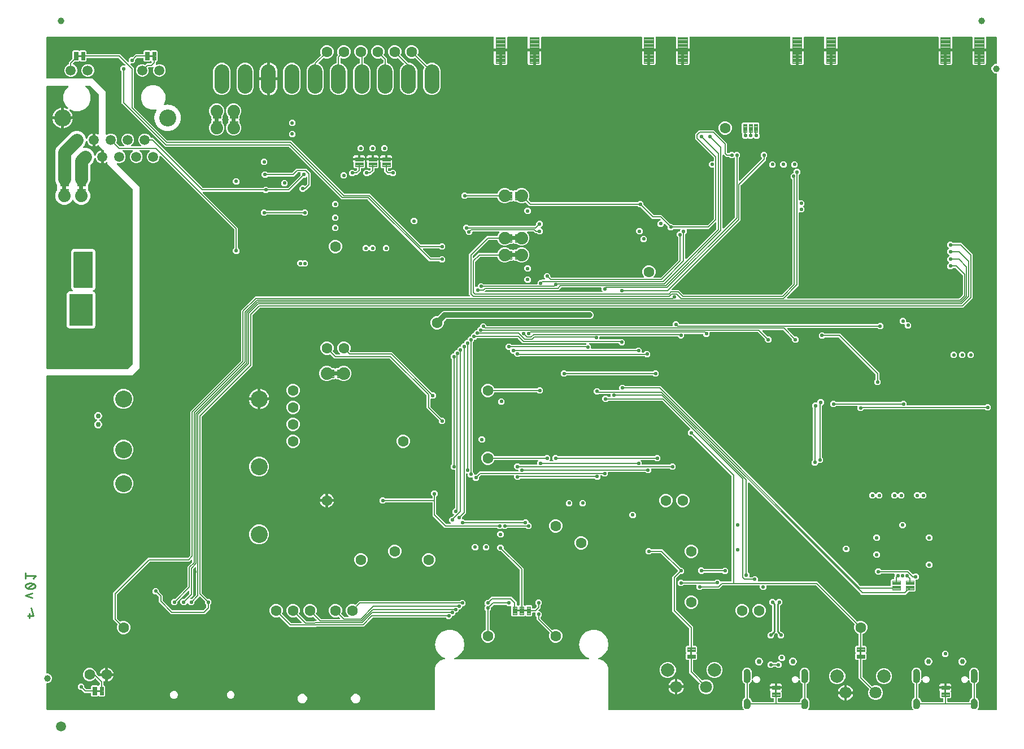
<source format=gbl>
G04 EAGLE Gerber RS-274X export*
G75*
%MOMM*%
%FSLAX34Y34*%
%LPD*%
%INBottom Copper*%
%IPPOS*%
%AMOC8*
5,1,8,0,0,1.08239X$1,22.5*%
G01*
%ADD10C,0.279400*%
%ADD11C,1.000000*%
%ADD12C,0.654000*%
%ADD13C,0.099059*%
%ADD14C,1.600000*%
%ADD15C,0.105000*%
%ADD16C,2.550000*%
%ADD17C,1.500000*%
%ADD18C,0.101600*%
%ADD19C,1.879600*%
%ADD20C,1.800000*%
%ADD21C,2.000000*%
%ADD22C,2.200000*%
%ADD23C,2.540000*%
%ADD24C,0.554000*%
%ADD25C,0.152400*%
%ADD26C,0.754000*%
%ADD27C,0.266700*%
%ADD28C,1.905000*%
%ADD29C,0.812800*%

G36*
X627819Y3057D02*
X627819Y3057D01*
X627877Y3055D01*
X627959Y3077D01*
X628043Y3089D01*
X628096Y3112D01*
X628152Y3127D01*
X628225Y3170D01*
X628302Y3205D01*
X628347Y3243D01*
X628397Y3272D01*
X628455Y3334D01*
X628519Y3388D01*
X628551Y3437D01*
X628591Y3480D01*
X628630Y3555D01*
X628677Y3625D01*
X628694Y3681D01*
X628721Y3733D01*
X628732Y3801D01*
X628762Y3896D01*
X628765Y3996D01*
X628776Y4064D01*
X628776Y66633D01*
X631174Y72421D01*
X635604Y76851D01*
X641392Y79249D01*
X643400Y79249D01*
X643507Y79264D01*
X643614Y79272D01*
X643647Y79284D01*
X643681Y79289D01*
X643780Y79333D01*
X643881Y79370D01*
X643909Y79391D01*
X643941Y79405D01*
X644023Y79474D01*
X644110Y79538D01*
X644131Y79566D01*
X644158Y79588D01*
X644217Y79678D01*
X644283Y79764D01*
X644296Y79796D01*
X644315Y79825D01*
X644348Y79928D01*
X644387Y80028D01*
X644391Y80063D01*
X644401Y80096D01*
X644404Y80204D01*
X644414Y80311D01*
X644408Y80346D01*
X644408Y80380D01*
X644381Y80485D01*
X644361Y80591D01*
X644345Y80622D01*
X644337Y80655D01*
X644281Y80748D01*
X644233Y80844D01*
X644209Y80870D01*
X644191Y80900D01*
X644113Y80974D01*
X644039Y81053D01*
X644012Y81068D01*
X643984Y81094D01*
X643793Y81192D01*
X643747Y81218D01*
X639913Y82613D01*
X634080Y87508D01*
X630273Y94102D01*
X628951Y101600D01*
X630273Y109098D01*
X634080Y115692D01*
X639913Y120587D01*
X647068Y123191D01*
X654682Y123191D01*
X661837Y120587D01*
X667670Y115692D01*
X671477Y109098D01*
X672799Y101600D01*
X671477Y94102D01*
X667670Y87508D01*
X661837Y82613D01*
X658003Y81218D01*
X657908Y81167D01*
X657809Y81123D01*
X657783Y81101D01*
X657752Y81084D01*
X657675Y81009D01*
X657592Y80939D01*
X657573Y80911D01*
X657548Y80886D01*
X657494Y80793D01*
X657435Y80703D01*
X657424Y80670D01*
X657407Y80640D01*
X657381Y80535D01*
X657349Y80432D01*
X657348Y80397D01*
X657340Y80363D01*
X657344Y80256D01*
X657342Y80148D01*
X657350Y80114D01*
X657352Y80079D01*
X657386Y79977D01*
X657413Y79873D01*
X657431Y79843D01*
X657442Y79810D01*
X657504Y79721D01*
X657559Y79628D01*
X657584Y79604D01*
X657604Y79576D01*
X657687Y79507D01*
X657766Y79434D01*
X657797Y79418D01*
X657824Y79396D01*
X657923Y79353D01*
X658019Y79304D01*
X658050Y79299D01*
X658085Y79284D01*
X658298Y79258D01*
X658350Y79249D01*
X859300Y79249D01*
X859407Y79264D01*
X859514Y79272D01*
X859547Y79284D01*
X859581Y79289D01*
X859680Y79333D01*
X859781Y79370D01*
X859809Y79391D01*
X859841Y79405D01*
X859923Y79475D01*
X860010Y79538D01*
X860031Y79566D01*
X860058Y79588D01*
X860117Y79678D01*
X860183Y79764D01*
X860196Y79796D01*
X860215Y79825D01*
X860248Y79928D01*
X860287Y80028D01*
X860291Y80063D01*
X860301Y80096D01*
X860304Y80204D01*
X860314Y80311D01*
X860308Y80346D01*
X860308Y80380D01*
X860281Y80485D01*
X860261Y80591D01*
X860245Y80622D01*
X860237Y80655D01*
X860182Y80748D01*
X860133Y80844D01*
X860109Y80870D01*
X860091Y80900D01*
X860013Y80974D01*
X859939Y81053D01*
X859912Y81068D01*
X859884Y81094D01*
X859693Y81192D01*
X859647Y81218D01*
X855813Y82613D01*
X849980Y87508D01*
X846173Y94102D01*
X844851Y101600D01*
X846173Y109098D01*
X849980Y115692D01*
X855813Y120587D01*
X862968Y123191D01*
X870582Y123191D01*
X877737Y120587D01*
X883570Y115692D01*
X887377Y109098D01*
X888699Y101600D01*
X887377Y94102D01*
X883570Y87508D01*
X877737Y82613D01*
X873903Y81218D01*
X873808Y81167D01*
X873709Y81123D01*
X873683Y81101D01*
X873652Y81084D01*
X873575Y81009D01*
X873492Y80939D01*
X873473Y80911D01*
X873448Y80886D01*
X873394Y80793D01*
X873335Y80703D01*
X873324Y80670D01*
X873307Y80640D01*
X873281Y80535D01*
X873249Y80432D01*
X873248Y80397D01*
X873240Y80363D01*
X873244Y80256D01*
X873242Y80148D01*
X873250Y80114D01*
X873252Y80079D01*
X873286Y79977D01*
X873313Y79873D01*
X873331Y79843D01*
X873342Y79810D01*
X873404Y79721D01*
X873459Y79628D01*
X873484Y79604D01*
X873504Y79576D01*
X873587Y79507D01*
X873666Y79434D01*
X873697Y79418D01*
X873724Y79396D01*
X873823Y79353D01*
X873919Y79304D01*
X873950Y79299D01*
X873985Y79284D01*
X874198Y79258D01*
X874250Y79249D01*
X876258Y79249D01*
X882046Y76851D01*
X886476Y72421D01*
X888874Y66633D01*
X888874Y4064D01*
X888882Y4006D01*
X888880Y3948D01*
X888902Y3866D01*
X888914Y3782D01*
X888937Y3729D01*
X888952Y3673D01*
X888995Y3600D01*
X889030Y3523D01*
X889068Y3478D01*
X889097Y3428D01*
X889159Y3370D01*
X889213Y3306D01*
X889262Y3274D01*
X889305Y3234D01*
X889380Y3195D01*
X889450Y3148D01*
X889506Y3131D01*
X889558Y3104D01*
X889626Y3093D01*
X889721Y3063D01*
X889821Y3060D01*
X889889Y3049D01*
X1090565Y3049D01*
X1090623Y3057D01*
X1090681Y3055D01*
X1090763Y3077D01*
X1090847Y3089D01*
X1090900Y3112D01*
X1090956Y3127D01*
X1091029Y3170D01*
X1091106Y3205D01*
X1091151Y3242D01*
X1091200Y3272D01*
X1091258Y3334D01*
X1091323Y3388D01*
X1091355Y3437D01*
X1091395Y3479D01*
X1091434Y3554D01*
X1091481Y3625D01*
X1091498Y3681D01*
X1091525Y3732D01*
X1091541Y3815D01*
X1091567Y3896D01*
X1091568Y3954D01*
X1091579Y4011D01*
X1091572Y4096D01*
X1091574Y4180D01*
X1091559Y4236D01*
X1091554Y4294D01*
X1091527Y4358D01*
X1091502Y4455D01*
X1091452Y4541D01*
X1091425Y4604D01*
X1091158Y5029D01*
X1091062Y5143D01*
X1091016Y5207D01*
X1090521Y5702D01*
X1090290Y6363D01*
X1090226Y6486D01*
X1090221Y6496D01*
X1090191Y6568D01*
X1089818Y7161D01*
X1089740Y7857D01*
X1089703Y8002D01*
X1089689Y8079D01*
X1089512Y8585D01*
X1089518Y8621D01*
X1089548Y8715D01*
X1089551Y8816D01*
X1089562Y8884D01*
X1089562Y9376D01*
X1089553Y9440D01*
X1089556Y9490D01*
X1089473Y10225D01*
X1089485Y10246D01*
X1089493Y10276D01*
X1089507Y10303D01*
X1089520Y10380D01*
X1089556Y10521D01*
X1089554Y10585D01*
X1089562Y10634D01*
X1089562Y14466D01*
X1089558Y14496D01*
X1089560Y14527D01*
X1089538Y14637D01*
X1089522Y14747D01*
X1089510Y14775D01*
X1089504Y14806D01*
X1089472Y14863D01*
X1089556Y15610D01*
X1089554Y15675D01*
X1089562Y15724D01*
X1089562Y16216D01*
X1089554Y16275D01*
X1089555Y16334D01*
X1089536Y16400D01*
X1089522Y16497D01*
X1089513Y16518D01*
X1089689Y17021D01*
X1089718Y17167D01*
X1089740Y17243D01*
X1089818Y17939D01*
X1090191Y18532D01*
X1090252Y18668D01*
X1090290Y18737D01*
X1090521Y19398D01*
X1091016Y19893D01*
X1091106Y20012D01*
X1091158Y20071D01*
X1091531Y20664D01*
X1092124Y21037D01*
X1092238Y21133D01*
X1092302Y21179D01*
X1092797Y21674D01*
X1093170Y21805D01*
X1093197Y21819D01*
X1093226Y21826D01*
X1093323Y21884D01*
X1093423Y21935D01*
X1093445Y21956D01*
X1093471Y21971D01*
X1093548Y22053D01*
X1093629Y22131D01*
X1093645Y22157D01*
X1093665Y22179D01*
X1093717Y22279D01*
X1093773Y22376D01*
X1093781Y22405D01*
X1093795Y22432D01*
X1093808Y22509D01*
X1093844Y22651D01*
X1093842Y22715D01*
X1093850Y22763D01*
X1093850Y41637D01*
X1093846Y41667D01*
X1093848Y41697D01*
X1093843Y41724D01*
X1093844Y41745D01*
X1093825Y41816D01*
X1093810Y41919D01*
X1093798Y41946D01*
X1093792Y41976D01*
X1093774Y42010D01*
X1093772Y42020D01*
X1093751Y42054D01*
X1093740Y42075D01*
X1093694Y42178D01*
X1093675Y42201D01*
X1093661Y42228D01*
X1093627Y42263D01*
X1093627Y42264D01*
X1093623Y42267D01*
X1093583Y42309D01*
X1093511Y42395D01*
X1093485Y42412D01*
X1093464Y42434D01*
X1093419Y42458D01*
X1093419Y42459D01*
X1093418Y42459D01*
X1093396Y42471D01*
X1093274Y42553D01*
X1093213Y42572D01*
X1093170Y42595D01*
X1092797Y42726D01*
X1092302Y43221D01*
X1092183Y43311D01*
X1092124Y43363D01*
X1091531Y43736D01*
X1091158Y44329D01*
X1091062Y44443D01*
X1091016Y44507D01*
X1090521Y45002D01*
X1090290Y45663D01*
X1090221Y45796D01*
X1090191Y45868D01*
X1089818Y46461D01*
X1089740Y47157D01*
X1089703Y47302D01*
X1089689Y47379D01*
X1089512Y47885D01*
X1089518Y47921D01*
X1089548Y48015D01*
X1089551Y48116D01*
X1089562Y48184D01*
X1089562Y48676D01*
X1089553Y48740D01*
X1089556Y48790D01*
X1089473Y49525D01*
X1089485Y49546D01*
X1089493Y49576D01*
X1089507Y49603D01*
X1089520Y49680D01*
X1089556Y49821D01*
X1089554Y49885D01*
X1089562Y49934D01*
X1089562Y58766D01*
X1089558Y58796D01*
X1089560Y58827D01*
X1089538Y58937D01*
X1089522Y59047D01*
X1089510Y59075D01*
X1089504Y59105D01*
X1089472Y59163D01*
X1089556Y59910D01*
X1089554Y59975D01*
X1089562Y60024D01*
X1089562Y60516D01*
X1089554Y60575D01*
X1089555Y60634D01*
X1089536Y60700D01*
X1089522Y60797D01*
X1089513Y60818D01*
X1089689Y61321D01*
X1089718Y61467D01*
X1089740Y61543D01*
X1089818Y62239D01*
X1090191Y62832D01*
X1090252Y62968D01*
X1090290Y63037D01*
X1090521Y63698D01*
X1091016Y64193D01*
X1091106Y64313D01*
X1091158Y64371D01*
X1091531Y64964D01*
X1092124Y65337D01*
X1092238Y65433D01*
X1092302Y65479D01*
X1092797Y65974D01*
X1093458Y66205D01*
X1093591Y66274D01*
X1093663Y66304D01*
X1094256Y66677D01*
X1094952Y66755D01*
X1095097Y66792D01*
X1095174Y66806D01*
X1095835Y67037D01*
X1096531Y66959D01*
X1096681Y66963D01*
X1096759Y66959D01*
X1097455Y67037D01*
X1098116Y66806D01*
X1098262Y66777D01*
X1098338Y66755D01*
X1099034Y66677D01*
X1099627Y66304D01*
X1099763Y66243D01*
X1099832Y66205D01*
X1100493Y65974D01*
X1100988Y65479D01*
X1101107Y65389D01*
X1101166Y65337D01*
X1101759Y64964D01*
X1102132Y64371D01*
X1102228Y64257D01*
X1102274Y64193D01*
X1102769Y63698D01*
X1103000Y63037D01*
X1103069Y62904D01*
X1103099Y62832D01*
X1103472Y62239D01*
X1103550Y61543D01*
X1103587Y61398D01*
X1103601Y61321D01*
X1103778Y60815D01*
X1103772Y60779D01*
X1103742Y60685D01*
X1103739Y60584D01*
X1103728Y60516D01*
X1103728Y60024D01*
X1103737Y59960D01*
X1103734Y59910D01*
X1103817Y59175D01*
X1103805Y59154D01*
X1103797Y59124D01*
X1103783Y59097D01*
X1103770Y59020D01*
X1103734Y58879D01*
X1103736Y58815D01*
X1103728Y58766D01*
X1103728Y50583D01*
X1103740Y50498D01*
X1103742Y50412D01*
X1103760Y50358D01*
X1103768Y50301D01*
X1103803Y50223D01*
X1103829Y50141D01*
X1103861Y50094D01*
X1103884Y50042D01*
X1103939Y49976D01*
X1103987Y49905D01*
X1104031Y49868D01*
X1104067Y49825D01*
X1104139Y49777D01*
X1104205Y49722D01*
X1104257Y49699D01*
X1104304Y49667D01*
X1104386Y49641D01*
X1104465Y49606D01*
X1104521Y49599D01*
X1104575Y49581D01*
X1104661Y49579D01*
X1104746Y49567D01*
X1104802Y49576D01*
X1104859Y49574D01*
X1104942Y49596D01*
X1105027Y49608D01*
X1105079Y49632D01*
X1105134Y49646D01*
X1105208Y49690D01*
X1105287Y49725D01*
X1105330Y49762D01*
X1105379Y49791D01*
X1105438Y49854D01*
X1105503Y49910D01*
X1105529Y49951D01*
X1105573Y49998D01*
X1105639Y50128D01*
X1105681Y50194D01*
X1106447Y52042D01*
X1107933Y53528D01*
X1109874Y54333D01*
X1111976Y54333D01*
X1113917Y53528D01*
X1115403Y52042D01*
X1116208Y50101D01*
X1116208Y47999D01*
X1115403Y46058D01*
X1113917Y44572D01*
X1111976Y43767D01*
X1109874Y43767D01*
X1107933Y44572D01*
X1106447Y46058D01*
X1105671Y47930D01*
X1105642Y47979D01*
X1105621Y48033D01*
X1105570Y48101D01*
X1105527Y48175D01*
X1105485Y48214D01*
X1105450Y48260D01*
X1105382Y48311D01*
X1105320Y48370D01*
X1105268Y48396D01*
X1105222Y48431D01*
X1105143Y48461D01*
X1105067Y48500D01*
X1105010Y48511D01*
X1104956Y48532D01*
X1104872Y48538D01*
X1104788Y48555D01*
X1104731Y48550D01*
X1104673Y48555D01*
X1104590Y48538D01*
X1104505Y48530D01*
X1104451Y48510D01*
X1104394Y48498D01*
X1104319Y48459D01*
X1104240Y48428D01*
X1104194Y48394D01*
X1104142Y48367D01*
X1104081Y48308D01*
X1104013Y48257D01*
X1103978Y48211D01*
X1103937Y48171D01*
X1103903Y48110D01*
X1103843Y48029D01*
X1103808Y47937D01*
X1103775Y47877D01*
X1103601Y47379D01*
X1103572Y47233D01*
X1103550Y47157D01*
X1103472Y46461D01*
X1103099Y45868D01*
X1103038Y45732D01*
X1103000Y45663D01*
X1102769Y45002D01*
X1102274Y44507D01*
X1102184Y44388D01*
X1102132Y44329D01*
X1101759Y43736D01*
X1101388Y43503D01*
X1101166Y43363D01*
X1101052Y43267D01*
X1100988Y43221D01*
X1100493Y42726D01*
X1100120Y42595D01*
X1100093Y42581D01*
X1100064Y42574D01*
X1099967Y42516D01*
X1099867Y42465D01*
X1099845Y42444D01*
X1099819Y42429D01*
X1099742Y42347D01*
X1099661Y42269D01*
X1099645Y42243D01*
X1099625Y42221D01*
X1099573Y42121D01*
X1099558Y42095D01*
X1099539Y42067D01*
X1099537Y42059D01*
X1099517Y42024D01*
X1099509Y41995D01*
X1099495Y41968D01*
X1099482Y41891D01*
X1099476Y41867D01*
X1099454Y41796D01*
X1099453Y41778D01*
X1099446Y41749D01*
X1099448Y41685D01*
X1099440Y41637D01*
X1099440Y22763D01*
X1099444Y22733D01*
X1099442Y22703D01*
X1099464Y22593D01*
X1099480Y22481D01*
X1099492Y22454D01*
X1099498Y22424D01*
X1099550Y22325D01*
X1099596Y22222D01*
X1099615Y22199D01*
X1099629Y22172D01*
X1099707Y22091D01*
X1099779Y22005D01*
X1099805Y21988D01*
X1099826Y21966D01*
X1099894Y21929D01*
X1100016Y21847D01*
X1100077Y21828D01*
X1100120Y21805D01*
X1100493Y21674D01*
X1100988Y21179D01*
X1101107Y21089D01*
X1101166Y21037D01*
X1101759Y20664D01*
X1102132Y20071D01*
X1102228Y19957D01*
X1102274Y19893D01*
X1102769Y19398D01*
X1103000Y18737D01*
X1103069Y18604D01*
X1103099Y18532D01*
X1103472Y17939D01*
X1103550Y17243D01*
X1103587Y17098D01*
X1103601Y17021D01*
X1103783Y16499D01*
X1103784Y16497D01*
X1103785Y16495D01*
X1103809Y16427D01*
X1103807Y16377D01*
X1103804Y16246D01*
X1103804Y16245D01*
X1103804Y16244D01*
X1103842Y16098D01*
X1103875Y15970D01*
X1103876Y15969D01*
X1103949Y15845D01*
X1104020Y15726D01*
X1104020Y15725D01*
X1104021Y15724D01*
X1104129Y15623D01*
X1104227Y15531D01*
X1104227Y15530D01*
X1104228Y15530D01*
X1104354Y15465D01*
X1104479Y15401D01*
X1104480Y15401D01*
X1104481Y15400D01*
X1104491Y15399D01*
X1104758Y15346D01*
X1104788Y15349D01*
X1104812Y15345D01*
X1136015Y15345D01*
X1136073Y15353D01*
X1136131Y15351D01*
X1136213Y15373D01*
X1136297Y15385D01*
X1136350Y15408D01*
X1136406Y15423D01*
X1136479Y15466D01*
X1136556Y15501D01*
X1136601Y15539D01*
X1136651Y15568D01*
X1136709Y15630D01*
X1136773Y15684D01*
X1136805Y15733D01*
X1136845Y15776D01*
X1136884Y15851D01*
X1136931Y15921D01*
X1136948Y15977D01*
X1136975Y16029D01*
X1136986Y16097D01*
X1137016Y16192D01*
X1137019Y16292D01*
X1137030Y16360D01*
X1137030Y20193D01*
X1137022Y20251D01*
X1137024Y20309D01*
X1137002Y20391D01*
X1136990Y20475D01*
X1136967Y20528D01*
X1136952Y20584D01*
X1136909Y20657D01*
X1136874Y20734D01*
X1136836Y20779D01*
X1136807Y20829D01*
X1136745Y20887D01*
X1136691Y20951D01*
X1136642Y20983D01*
X1136599Y21023D01*
X1136524Y21062D01*
X1136454Y21109D01*
X1136398Y21126D01*
X1136346Y21153D01*
X1136278Y21164D01*
X1136183Y21194D01*
X1136083Y21197D01*
X1136015Y21208D01*
X1132923Y21208D01*
X1131442Y22689D01*
X1131442Y30397D01*
X1131718Y30673D01*
X1131753Y30720D01*
X1131796Y30760D01*
X1131839Y30833D01*
X1131889Y30900D01*
X1131910Y30955D01*
X1131940Y31005D01*
X1131960Y31087D01*
X1131990Y31166D01*
X1131995Y31224D01*
X1132010Y31281D01*
X1132007Y31365D01*
X1132014Y31449D01*
X1132002Y31506D01*
X1132001Y31565D01*
X1131975Y31645D01*
X1131958Y31728D01*
X1131931Y31780D01*
X1131913Y31835D01*
X1131873Y31892D01*
X1131827Y31980D01*
X1131758Y32052D01*
X1131718Y32109D01*
X1131541Y32286D01*
X1131141Y32978D01*
X1130934Y33751D01*
X1130934Y35307D01*
X1138492Y35307D01*
X1138492Y24765D01*
X1138504Y24746D01*
X1138508Y24724D01*
X1138523Y24717D01*
X1138529Y24708D01*
X1138539Y24709D01*
X1138555Y24702D01*
X1141095Y24702D01*
X1141114Y24714D01*
X1141136Y24718D01*
X1141143Y24733D01*
X1141152Y24739D01*
X1141151Y24749D01*
X1141158Y24765D01*
X1141158Y35307D01*
X1148716Y35307D01*
X1148716Y33751D01*
X1148509Y32978D01*
X1148109Y32286D01*
X1147932Y32109D01*
X1147897Y32062D01*
X1147854Y32022D01*
X1147811Y31949D01*
X1147761Y31882D01*
X1147740Y31827D01*
X1147710Y31776D01*
X1147690Y31695D01*
X1147660Y31616D01*
X1147655Y31558D01*
X1147640Y31501D01*
X1147643Y31417D01*
X1147636Y31333D01*
X1147648Y31275D01*
X1147649Y31217D01*
X1147675Y31136D01*
X1147692Y31054D01*
X1147719Y31002D01*
X1147737Y30946D01*
X1147777Y30890D01*
X1147823Y30801D01*
X1147892Y30729D01*
X1147932Y30673D01*
X1148208Y30397D01*
X1148208Y22689D01*
X1146727Y21208D01*
X1143635Y21208D01*
X1143577Y21200D01*
X1143519Y21202D01*
X1143437Y21180D01*
X1143353Y21168D01*
X1143300Y21145D01*
X1143244Y21130D01*
X1143171Y21087D01*
X1143094Y21052D01*
X1143049Y21014D01*
X1142999Y20985D01*
X1142941Y20923D01*
X1142877Y20869D01*
X1142845Y20820D01*
X1142805Y20777D01*
X1142766Y20702D01*
X1142719Y20632D01*
X1142702Y20576D01*
X1142675Y20524D01*
X1142664Y20456D01*
X1142634Y20361D01*
X1142631Y20261D01*
X1142620Y20193D01*
X1142620Y16360D01*
X1142628Y16302D01*
X1142626Y16244D01*
X1142648Y16162D01*
X1142660Y16078D01*
X1142683Y16025D01*
X1142698Y15969D01*
X1142741Y15896D01*
X1142776Y15819D01*
X1142814Y15774D01*
X1142843Y15724D01*
X1142905Y15666D01*
X1142959Y15602D01*
X1143008Y15570D01*
X1143051Y15530D01*
X1143126Y15491D01*
X1143196Y15444D01*
X1143252Y15427D01*
X1143304Y15400D01*
X1143372Y15389D01*
X1143467Y15359D01*
X1143567Y15356D01*
X1143635Y15345D01*
X1174838Y15345D01*
X1174839Y15345D01*
X1174840Y15345D01*
X1174980Y15365D01*
X1175119Y15385D01*
X1175120Y15385D01*
X1175121Y15385D01*
X1175247Y15442D01*
X1175379Y15501D01*
X1175379Y15502D01*
X1175380Y15502D01*
X1175488Y15594D01*
X1175596Y15684D01*
X1175596Y15685D01*
X1175597Y15686D01*
X1175677Y15807D01*
X1175753Y15921D01*
X1175753Y15922D01*
X1175754Y15923D01*
X1175797Y16061D01*
X1175839Y16192D01*
X1175839Y16193D01*
X1175839Y16194D01*
X1175843Y16334D01*
X1175845Y16438D01*
X1175865Y16495D01*
X1175866Y16497D01*
X1175867Y16499D01*
X1176049Y17021D01*
X1176078Y17167D01*
X1176100Y17243D01*
X1176178Y17939D01*
X1176551Y18532D01*
X1176612Y18668D01*
X1176650Y18737D01*
X1176881Y19398D01*
X1177376Y19893D01*
X1177466Y20013D01*
X1177518Y20071D01*
X1177891Y20664D01*
X1178484Y21037D01*
X1178598Y21133D01*
X1178662Y21179D01*
X1179157Y21674D01*
X1179530Y21805D01*
X1179557Y21819D01*
X1179586Y21826D01*
X1179683Y21884D01*
X1179783Y21935D01*
X1179805Y21956D01*
X1179831Y21971D01*
X1179908Y22054D01*
X1179989Y22131D01*
X1180005Y22157D01*
X1180025Y22179D01*
X1180077Y22279D01*
X1180134Y22376D01*
X1180141Y22405D01*
X1180155Y22432D01*
X1180168Y22509D01*
X1180204Y22651D01*
X1180202Y22715D01*
X1180210Y22763D01*
X1180210Y41637D01*
X1180206Y41667D01*
X1180208Y41697D01*
X1180203Y41724D01*
X1180204Y41745D01*
X1180185Y41816D01*
X1180170Y41919D01*
X1180158Y41946D01*
X1180152Y41976D01*
X1180134Y42010D01*
X1180132Y42020D01*
X1180111Y42054D01*
X1180100Y42076D01*
X1180054Y42178D01*
X1180035Y42201D01*
X1180021Y42228D01*
X1179987Y42263D01*
X1179987Y42264D01*
X1179983Y42267D01*
X1179943Y42309D01*
X1179871Y42395D01*
X1179845Y42412D01*
X1179824Y42434D01*
X1179779Y42458D01*
X1179779Y42459D01*
X1179777Y42460D01*
X1179756Y42471D01*
X1179634Y42553D01*
X1179573Y42572D01*
X1179530Y42595D01*
X1179157Y42726D01*
X1178662Y43221D01*
X1178543Y43311D01*
X1178484Y43363D01*
X1177891Y43736D01*
X1177518Y44329D01*
X1177422Y44443D01*
X1177376Y44507D01*
X1176881Y45002D01*
X1176650Y45663D01*
X1176581Y45796D01*
X1176551Y45868D01*
X1176178Y46461D01*
X1176100Y47157D01*
X1176063Y47302D01*
X1176049Y47379D01*
X1175875Y47877D01*
X1175849Y47928D01*
X1175831Y47983D01*
X1175784Y48054D01*
X1175745Y48129D01*
X1175705Y48171D01*
X1175673Y48219D01*
X1175608Y48274D01*
X1175549Y48335D01*
X1175499Y48365D01*
X1175455Y48402D01*
X1175377Y48437D01*
X1175304Y48480D01*
X1175248Y48494D01*
X1175195Y48517D01*
X1175111Y48529D01*
X1175029Y48550D01*
X1174971Y48549D01*
X1174914Y48556D01*
X1174830Y48544D01*
X1174745Y48542D01*
X1174690Y48524D01*
X1174632Y48516D01*
X1174555Y48481D01*
X1174474Y48455D01*
X1174426Y48422D01*
X1174373Y48399D01*
X1174309Y48344D01*
X1174238Y48296D01*
X1174201Y48252D01*
X1174157Y48214D01*
X1174120Y48156D01*
X1174055Y48078D01*
X1174015Y47988D01*
X1173979Y47930D01*
X1173203Y46058D01*
X1171717Y44572D01*
X1169776Y43767D01*
X1167674Y43767D01*
X1165733Y44572D01*
X1164247Y46058D01*
X1163442Y47999D01*
X1163442Y50101D01*
X1164247Y52042D01*
X1165733Y53528D01*
X1167674Y54333D01*
X1169776Y54333D01*
X1171717Y53528D01*
X1173203Y52042D01*
X1173969Y50194D01*
X1174013Y50120D01*
X1174048Y50042D01*
X1174085Y49998D01*
X1174114Y49949D01*
X1174176Y49890D01*
X1174232Y49825D01*
X1174279Y49793D01*
X1174320Y49754D01*
X1174397Y49715D01*
X1174468Y49667D01*
X1174522Y49650D01*
X1174573Y49624D01*
X1174657Y49607D01*
X1174739Y49581D01*
X1174796Y49580D01*
X1174852Y49569D01*
X1174937Y49576D01*
X1175023Y49574D01*
X1175078Y49588D01*
X1175135Y49593D01*
X1175215Y49624D01*
X1175298Y49646D01*
X1175347Y49675D01*
X1175400Y49695D01*
X1175469Y49747D01*
X1175543Y49791D01*
X1175582Y49833D01*
X1175627Y49867D01*
X1175678Y49936D01*
X1175737Y49998D01*
X1175763Y50049D01*
X1175797Y50095D01*
X1175828Y50175D01*
X1175867Y50252D01*
X1175875Y50300D01*
X1175898Y50361D01*
X1175909Y50505D01*
X1175922Y50583D01*
X1175922Y58766D01*
X1175918Y58796D01*
X1175920Y58827D01*
X1175898Y58937D01*
X1175882Y59047D01*
X1175870Y59075D01*
X1175864Y59106D01*
X1175832Y59163D01*
X1175916Y59910D01*
X1175914Y59975D01*
X1175922Y60024D01*
X1175922Y60516D01*
X1175914Y60575D01*
X1175915Y60634D01*
X1175896Y60700D01*
X1175882Y60797D01*
X1175873Y60818D01*
X1176049Y61321D01*
X1176078Y61467D01*
X1176100Y61543D01*
X1176178Y62239D01*
X1176551Y62832D01*
X1176612Y62968D01*
X1176650Y63037D01*
X1176881Y63698D01*
X1177376Y64193D01*
X1177466Y64312D01*
X1177518Y64371D01*
X1177891Y64964D01*
X1178484Y65337D01*
X1178598Y65433D01*
X1178662Y65479D01*
X1179157Y65974D01*
X1179818Y66205D01*
X1179951Y66274D01*
X1180023Y66304D01*
X1180616Y66677D01*
X1181312Y66755D01*
X1181457Y66792D01*
X1181534Y66806D01*
X1182195Y67037D01*
X1182891Y66959D01*
X1183041Y66963D01*
X1183119Y66959D01*
X1183815Y67037D01*
X1184476Y66806D01*
X1184622Y66777D01*
X1184698Y66755D01*
X1185394Y66677D01*
X1185987Y66304D01*
X1186123Y66243D01*
X1186192Y66205D01*
X1186853Y65974D01*
X1187348Y65479D01*
X1187468Y65389D01*
X1187526Y65337D01*
X1188119Y64964D01*
X1188492Y64371D01*
X1188588Y64257D01*
X1188634Y64193D01*
X1189129Y63698D01*
X1189360Y63037D01*
X1189429Y62904D01*
X1189459Y62832D01*
X1189832Y62239D01*
X1189910Y61543D01*
X1189947Y61398D01*
X1189961Y61321D01*
X1190138Y60815D01*
X1190132Y60779D01*
X1190102Y60685D01*
X1190099Y60584D01*
X1190088Y60516D01*
X1190088Y60024D01*
X1190097Y59960D01*
X1190094Y59910D01*
X1190177Y59175D01*
X1190165Y59154D01*
X1190157Y59124D01*
X1190143Y59097D01*
X1190130Y59020D01*
X1190094Y58879D01*
X1190096Y58815D01*
X1190088Y58766D01*
X1190088Y49934D01*
X1190092Y49904D01*
X1190090Y49873D01*
X1190112Y49763D01*
X1190128Y49653D01*
X1190140Y49625D01*
X1190146Y49594D01*
X1190178Y49537D01*
X1190094Y48790D01*
X1190096Y48725D01*
X1190088Y48676D01*
X1190088Y48184D01*
X1190096Y48125D01*
X1190095Y48066D01*
X1190114Y48000D01*
X1190128Y47903D01*
X1190137Y47882D01*
X1189961Y47379D01*
X1189932Y47233D01*
X1189910Y47157D01*
X1189832Y46461D01*
X1189459Y45868D01*
X1189398Y45732D01*
X1189360Y45663D01*
X1189129Y45002D01*
X1188634Y44507D01*
X1188544Y44388D01*
X1188492Y44329D01*
X1188119Y43736D01*
X1187526Y43363D01*
X1187412Y43267D01*
X1187348Y43221D01*
X1186853Y42726D01*
X1186480Y42595D01*
X1186453Y42581D01*
X1186424Y42574D01*
X1186327Y42516D01*
X1186227Y42465D01*
X1186205Y42444D01*
X1186179Y42429D01*
X1186102Y42346D01*
X1186021Y42269D01*
X1186005Y42243D01*
X1185985Y42221D01*
X1185933Y42121D01*
X1185918Y42095D01*
X1185899Y42067D01*
X1185897Y42059D01*
X1185876Y42024D01*
X1185869Y41995D01*
X1185855Y41968D01*
X1185842Y41891D01*
X1185836Y41867D01*
X1185814Y41796D01*
X1185813Y41777D01*
X1185806Y41749D01*
X1185808Y41685D01*
X1185800Y41637D01*
X1185800Y22763D01*
X1185804Y22733D01*
X1185802Y22703D01*
X1185824Y22593D01*
X1185840Y22481D01*
X1185852Y22454D01*
X1185858Y22424D01*
X1185910Y22324D01*
X1185956Y22222D01*
X1185975Y22199D01*
X1185989Y22172D01*
X1186067Y22091D01*
X1186139Y22005D01*
X1186165Y21988D01*
X1186186Y21966D01*
X1186254Y21929D01*
X1186376Y21847D01*
X1186437Y21828D01*
X1186480Y21805D01*
X1186853Y21674D01*
X1187348Y21179D01*
X1187468Y21089D01*
X1187526Y21037D01*
X1188119Y20664D01*
X1188492Y20071D01*
X1188588Y19957D01*
X1188634Y19893D01*
X1189129Y19398D01*
X1189360Y18737D01*
X1189429Y18604D01*
X1189459Y18532D01*
X1189832Y17939D01*
X1189910Y17243D01*
X1189947Y17098D01*
X1189961Y17021D01*
X1190138Y16515D01*
X1190132Y16479D01*
X1190102Y16385D01*
X1190099Y16284D01*
X1190088Y16216D01*
X1190088Y15724D01*
X1190097Y15660D01*
X1190094Y15610D01*
X1190177Y14875D01*
X1190165Y14854D01*
X1190157Y14824D01*
X1190143Y14797D01*
X1190130Y14720D01*
X1190094Y14579D01*
X1190096Y14515D01*
X1190088Y14466D01*
X1190088Y10634D01*
X1190092Y10604D01*
X1190090Y10573D01*
X1190112Y10463D01*
X1190128Y10353D01*
X1190140Y10325D01*
X1190146Y10294D01*
X1190178Y10237D01*
X1190094Y9490D01*
X1190096Y9425D01*
X1190088Y9376D01*
X1190088Y8884D01*
X1190096Y8825D01*
X1190095Y8766D01*
X1190114Y8700D01*
X1190128Y8603D01*
X1190137Y8582D01*
X1189961Y8079D01*
X1189932Y7933D01*
X1189910Y7857D01*
X1189832Y7161D01*
X1189459Y6568D01*
X1189398Y6432D01*
X1189360Y6363D01*
X1189129Y5702D01*
X1188634Y5207D01*
X1188544Y5088D01*
X1188492Y5029D01*
X1188225Y4604D01*
X1188201Y4551D01*
X1188169Y4503D01*
X1188144Y4422D01*
X1188109Y4345D01*
X1188101Y4287D01*
X1188083Y4232D01*
X1188081Y4147D01*
X1188069Y4063D01*
X1188078Y4006D01*
X1188076Y3948D01*
X1188098Y3866D01*
X1188109Y3782D01*
X1188133Y3729D01*
X1188148Y3673D01*
X1188191Y3600D01*
X1188226Y3522D01*
X1188264Y3478D01*
X1188293Y3428D01*
X1188355Y3370D01*
X1188410Y3305D01*
X1188458Y3273D01*
X1188500Y3234D01*
X1188576Y3195D01*
X1188647Y3148D01*
X1188702Y3131D01*
X1188754Y3104D01*
X1188822Y3093D01*
X1188918Y3063D01*
X1189017Y3060D01*
X1189085Y3049D01*
X1344565Y3049D01*
X1344623Y3057D01*
X1344681Y3055D01*
X1344763Y3077D01*
X1344847Y3089D01*
X1344900Y3112D01*
X1344956Y3127D01*
X1345029Y3170D01*
X1345106Y3205D01*
X1345151Y3242D01*
X1345200Y3272D01*
X1345259Y3334D01*
X1345323Y3388D01*
X1345355Y3437D01*
X1345395Y3479D01*
X1345434Y3554D01*
X1345481Y3625D01*
X1345498Y3680D01*
X1345525Y3732D01*
X1345541Y3815D01*
X1345567Y3896D01*
X1345568Y3954D01*
X1345579Y4011D01*
X1345572Y4096D01*
X1345574Y4180D01*
X1345559Y4236D01*
X1345554Y4294D01*
X1345527Y4358D01*
X1345502Y4455D01*
X1345451Y4541D01*
X1345425Y4604D01*
X1345158Y5029D01*
X1345062Y5143D01*
X1345016Y5207D01*
X1344521Y5702D01*
X1344290Y6363D01*
X1344226Y6486D01*
X1344221Y6496D01*
X1344191Y6568D01*
X1343818Y7161D01*
X1343740Y7857D01*
X1343703Y8002D01*
X1343689Y8079D01*
X1343512Y8585D01*
X1343518Y8621D01*
X1343548Y8715D01*
X1343551Y8816D01*
X1343562Y8884D01*
X1343562Y9376D01*
X1343553Y9440D01*
X1343556Y9490D01*
X1343473Y10225D01*
X1343485Y10246D01*
X1343493Y10276D01*
X1343507Y10303D01*
X1343520Y10380D01*
X1343556Y10521D01*
X1343554Y10585D01*
X1343562Y10634D01*
X1343562Y14466D01*
X1343558Y14496D01*
X1343560Y14527D01*
X1343538Y14637D01*
X1343522Y14747D01*
X1343510Y14775D01*
X1343504Y14806D01*
X1343472Y14863D01*
X1343556Y15610D01*
X1343554Y15675D01*
X1343562Y15724D01*
X1343562Y16216D01*
X1343554Y16275D01*
X1343555Y16334D01*
X1343536Y16400D01*
X1343522Y16497D01*
X1343513Y16518D01*
X1343689Y17021D01*
X1343718Y17167D01*
X1343740Y17243D01*
X1343818Y17939D01*
X1344191Y18532D01*
X1344252Y18668D01*
X1344290Y18737D01*
X1344521Y19398D01*
X1345016Y19893D01*
X1345106Y20012D01*
X1345158Y20071D01*
X1345531Y20664D01*
X1346124Y21037D01*
X1346238Y21133D01*
X1346302Y21179D01*
X1346797Y21674D01*
X1347170Y21805D01*
X1347197Y21819D01*
X1347226Y21826D01*
X1347323Y21884D01*
X1347423Y21935D01*
X1347445Y21956D01*
X1347471Y21971D01*
X1347548Y22054D01*
X1347629Y22131D01*
X1347645Y22157D01*
X1347665Y22179D01*
X1347717Y22279D01*
X1347774Y22376D01*
X1347781Y22405D01*
X1347795Y22432D01*
X1347808Y22509D01*
X1347844Y22651D01*
X1347842Y22715D01*
X1347850Y22763D01*
X1347850Y41637D01*
X1347846Y41667D01*
X1347848Y41697D01*
X1347843Y41724D01*
X1347844Y41745D01*
X1347825Y41816D01*
X1347810Y41919D01*
X1347798Y41946D01*
X1347792Y41976D01*
X1347774Y42010D01*
X1347772Y42020D01*
X1347751Y42054D01*
X1347740Y42076D01*
X1347694Y42178D01*
X1347675Y42201D01*
X1347661Y42228D01*
X1347627Y42263D01*
X1347627Y42264D01*
X1347623Y42267D01*
X1347583Y42309D01*
X1347511Y42395D01*
X1347485Y42412D01*
X1347464Y42434D01*
X1347419Y42458D01*
X1347419Y42459D01*
X1347417Y42460D01*
X1347396Y42471D01*
X1347274Y42553D01*
X1347213Y42572D01*
X1347170Y42595D01*
X1346797Y42726D01*
X1346302Y43221D01*
X1346183Y43311D01*
X1346124Y43363D01*
X1345531Y43736D01*
X1345158Y44329D01*
X1345062Y44443D01*
X1345016Y44507D01*
X1344521Y45002D01*
X1344290Y45663D01*
X1344221Y45796D01*
X1344191Y45868D01*
X1343818Y46461D01*
X1343740Y47157D01*
X1343703Y47302D01*
X1343689Y47379D01*
X1343512Y47885D01*
X1343518Y47921D01*
X1343548Y48015D01*
X1343551Y48116D01*
X1343562Y48184D01*
X1343562Y48676D01*
X1343553Y48740D01*
X1343556Y48790D01*
X1343473Y49525D01*
X1343485Y49546D01*
X1343493Y49576D01*
X1343507Y49603D01*
X1343520Y49680D01*
X1343556Y49821D01*
X1343554Y49885D01*
X1343562Y49934D01*
X1343562Y58766D01*
X1343558Y58796D01*
X1343560Y58827D01*
X1343538Y58937D01*
X1343522Y59047D01*
X1343510Y59075D01*
X1343504Y59106D01*
X1343472Y59163D01*
X1343556Y59910D01*
X1343554Y59975D01*
X1343562Y60024D01*
X1343562Y60516D01*
X1343554Y60575D01*
X1343555Y60634D01*
X1343536Y60700D01*
X1343522Y60797D01*
X1343513Y60818D01*
X1343689Y61321D01*
X1343718Y61467D01*
X1343740Y61543D01*
X1343818Y62239D01*
X1344191Y62832D01*
X1344252Y62968D01*
X1344290Y63037D01*
X1344521Y63698D01*
X1345016Y64193D01*
X1345106Y64312D01*
X1345158Y64371D01*
X1345531Y64964D01*
X1346124Y65337D01*
X1346238Y65433D01*
X1346302Y65479D01*
X1346797Y65974D01*
X1347458Y66205D01*
X1347591Y66274D01*
X1347663Y66304D01*
X1348256Y66677D01*
X1348952Y66755D01*
X1349097Y66792D01*
X1349174Y66806D01*
X1349835Y67037D01*
X1350531Y66959D01*
X1350681Y66963D01*
X1350759Y66959D01*
X1351455Y67037D01*
X1352116Y66806D01*
X1352262Y66777D01*
X1352338Y66755D01*
X1353034Y66677D01*
X1353627Y66304D01*
X1353763Y66243D01*
X1353832Y66205D01*
X1354493Y65974D01*
X1354988Y65479D01*
X1355107Y65389D01*
X1355166Y65337D01*
X1355759Y64964D01*
X1356132Y64371D01*
X1356228Y64257D01*
X1356274Y64193D01*
X1356769Y63698D01*
X1357000Y63037D01*
X1357069Y62904D01*
X1357099Y62832D01*
X1357472Y62239D01*
X1357550Y61543D01*
X1357587Y61398D01*
X1357601Y61321D01*
X1357778Y60815D01*
X1357772Y60779D01*
X1357742Y60685D01*
X1357739Y60584D01*
X1357728Y60516D01*
X1357728Y60024D01*
X1357737Y59960D01*
X1357734Y59910D01*
X1357817Y59175D01*
X1357805Y59154D01*
X1357797Y59124D01*
X1357783Y59097D01*
X1357770Y59020D01*
X1357734Y58879D01*
X1357736Y58815D01*
X1357728Y58766D01*
X1357728Y50583D01*
X1357740Y50498D01*
X1357742Y50412D01*
X1357760Y50358D01*
X1357768Y50301D01*
X1357803Y50223D01*
X1357829Y50141D01*
X1357861Y50094D01*
X1357884Y50042D01*
X1357939Y49976D01*
X1357987Y49905D01*
X1358031Y49868D01*
X1358067Y49825D01*
X1358139Y49777D01*
X1358205Y49722D01*
X1358257Y49699D01*
X1358304Y49667D01*
X1358386Y49641D01*
X1358465Y49606D01*
X1358521Y49599D01*
X1358575Y49581D01*
X1358661Y49579D01*
X1358746Y49567D01*
X1358802Y49576D01*
X1358859Y49574D01*
X1358942Y49596D01*
X1359027Y49608D01*
X1359079Y49632D01*
X1359134Y49646D01*
X1359208Y49690D01*
X1359287Y49725D01*
X1359330Y49762D01*
X1359379Y49791D01*
X1359438Y49854D01*
X1359503Y49910D01*
X1359529Y49952D01*
X1359573Y49999D01*
X1359639Y50128D01*
X1359681Y50194D01*
X1360447Y52042D01*
X1361933Y53528D01*
X1363874Y54333D01*
X1365976Y54333D01*
X1367917Y53528D01*
X1369403Y52042D01*
X1370208Y50101D01*
X1370208Y47999D01*
X1369403Y46058D01*
X1367917Y44572D01*
X1365976Y43767D01*
X1363874Y43767D01*
X1361933Y44572D01*
X1360447Y46058D01*
X1359671Y47930D01*
X1359642Y47979D01*
X1359621Y48033D01*
X1359570Y48101D01*
X1359527Y48174D01*
X1359485Y48214D01*
X1359450Y48260D01*
X1359382Y48311D01*
X1359320Y48370D01*
X1359268Y48396D01*
X1359222Y48431D01*
X1359143Y48461D01*
X1359067Y48500D01*
X1359010Y48511D01*
X1358956Y48532D01*
X1358872Y48538D01*
X1358788Y48555D01*
X1358731Y48550D01*
X1358673Y48555D01*
X1358590Y48538D01*
X1358505Y48530D01*
X1358451Y48510D01*
X1358394Y48498D01*
X1358319Y48459D01*
X1358240Y48428D01*
X1358194Y48394D01*
X1358142Y48367D01*
X1358081Y48308D01*
X1358013Y48257D01*
X1357978Y48211D01*
X1357937Y48171D01*
X1357903Y48110D01*
X1357843Y48029D01*
X1357808Y47937D01*
X1357775Y47876D01*
X1357601Y47379D01*
X1357572Y47233D01*
X1357550Y47157D01*
X1357472Y46461D01*
X1357099Y45868D01*
X1357038Y45732D01*
X1357000Y45663D01*
X1356769Y45002D01*
X1356274Y44507D01*
X1356184Y44387D01*
X1356132Y44329D01*
X1355759Y43736D01*
X1355166Y43363D01*
X1355052Y43267D01*
X1354988Y43221D01*
X1354493Y42726D01*
X1354120Y42595D01*
X1354093Y42581D01*
X1354064Y42574D01*
X1353967Y42516D01*
X1353867Y42465D01*
X1353845Y42444D01*
X1353819Y42429D01*
X1353742Y42346D01*
X1353661Y42269D01*
X1353645Y42243D01*
X1353625Y42221D01*
X1353573Y42121D01*
X1353558Y42095D01*
X1353539Y42067D01*
X1353537Y42059D01*
X1353516Y42024D01*
X1353509Y41995D01*
X1353495Y41968D01*
X1353482Y41891D01*
X1353476Y41867D01*
X1353454Y41796D01*
X1353453Y41777D01*
X1353446Y41749D01*
X1353448Y41685D01*
X1353440Y41637D01*
X1353440Y22763D01*
X1353444Y22733D01*
X1353442Y22703D01*
X1353464Y22593D01*
X1353480Y22481D01*
X1353492Y22454D01*
X1353498Y22424D01*
X1353550Y22324D01*
X1353596Y22222D01*
X1353615Y22199D01*
X1353629Y22172D01*
X1353707Y22091D01*
X1353779Y22005D01*
X1353805Y21988D01*
X1353826Y21966D01*
X1353894Y21929D01*
X1354016Y21847D01*
X1354077Y21828D01*
X1354120Y21805D01*
X1354493Y21674D01*
X1354988Y21179D01*
X1355107Y21089D01*
X1355166Y21037D01*
X1355759Y20664D01*
X1356132Y20071D01*
X1356228Y19957D01*
X1356274Y19893D01*
X1356769Y19398D01*
X1357000Y18737D01*
X1357069Y18604D01*
X1357099Y18532D01*
X1357472Y17939D01*
X1357550Y17243D01*
X1357587Y17098D01*
X1357601Y17021D01*
X1357783Y16499D01*
X1357784Y16497D01*
X1357785Y16495D01*
X1357809Y16427D01*
X1357807Y16377D01*
X1357804Y16246D01*
X1357804Y16245D01*
X1357804Y16244D01*
X1357842Y16098D01*
X1357875Y15970D01*
X1357876Y15969D01*
X1357949Y15845D01*
X1358020Y15726D01*
X1358020Y15725D01*
X1358021Y15724D01*
X1358129Y15623D01*
X1358227Y15531D01*
X1358227Y15530D01*
X1358228Y15530D01*
X1358354Y15465D01*
X1358479Y15401D01*
X1358480Y15401D01*
X1358481Y15400D01*
X1358491Y15399D01*
X1358758Y15346D01*
X1358788Y15349D01*
X1358812Y15345D01*
X1390015Y15345D01*
X1390073Y15353D01*
X1390131Y15351D01*
X1390213Y15373D01*
X1390297Y15385D01*
X1390350Y15408D01*
X1390406Y15423D01*
X1390479Y15466D01*
X1390556Y15501D01*
X1390601Y15539D01*
X1390651Y15568D01*
X1390709Y15630D01*
X1390773Y15684D01*
X1390805Y15733D01*
X1390845Y15776D01*
X1390884Y15851D01*
X1390931Y15921D01*
X1390948Y15977D01*
X1390975Y16029D01*
X1390986Y16097D01*
X1391016Y16192D01*
X1391019Y16292D01*
X1391030Y16360D01*
X1391030Y20193D01*
X1391022Y20251D01*
X1391024Y20309D01*
X1391002Y20391D01*
X1390990Y20475D01*
X1390967Y20528D01*
X1390952Y20584D01*
X1390909Y20657D01*
X1390874Y20734D01*
X1390836Y20779D01*
X1390807Y20829D01*
X1390745Y20887D01*
X1390691Y20951D01*
X1390642Y20983D01*
X1390599Y21023D01*
X1390524Y21062D01*
X1390454Y21109D01*
X1390398Y21126D01*
X1390346Y21153D01*
X1390278Y21164D01*
X1390183Y21194D01*
X1390083Y21197D01*
X1390015Y21208D01*
X1386923Y21208D01*
X1385442Y22689D01*
X1385442Y30397D01*
X1385718Y30673D01*
X1385753Y30720D01*
X1385796Y30760D01*
X1385839Y30833D01*
X1385889Y30900D01*
X1385910Y30955D01*
X1385940Y31005D01*
X1385960Y31087D01*
X1385990Y31166D01*
X1385995Y31224D01*
X1386010Y31281D01*
X1386007Y31365D01*
X1386014Y31449D01*
X1386002Y31506D01*
X1386001Y31565D01*
X1385975Y31645D01*
X1385958Y31728D01*
X1385931Y31780D01*
X1385913Y31835D01*
X1385873Y31892D01*
X1385827Y31980D01*
X1385758Y32052D01*
X1385718Y32109D01*
X1385541Y32286D01*
X1385141Y32978D01*
X1384934Y33751D01*
X1384934Y35307D01*
X1392492Y35307D01*
X1392492Y24765D01*
X1392504Y24746D01*
X1392508Y24724D01*
X1392523Y24717D01*
X1392529Y24708D01*
X1392539Y24709D01*
X1392555Y24702D01*
X1395095Y24702D01*
X1395114Y24714D01*
X1395136Y24718D01*
X1395143Y24733D01*
X1395152Y24739D01*
X1395151Y24749D01*
X1395158Y24765D01*
X1395158Y35307D01*
X1402716Y35307D01*
X1402716Y33751D01*
X1402509Y32978D01*
X1402109Y32286D01*
X1401932Y32109D01*
X1401897Y32062D01*
X1401854Y32022D01*
X1401811Y31949D01*
X1401761Y31882D01*
X1401740Y31827D01*
X1401710Y31776D01*
X1401690Y31695D01*
X1401660Y31616D01*
X1401655Y31558D01*
X1401640Y31501D01*
X1401643Y31417D01*
X1401636Y31333D01*
X1401648Y31275D01*
X1401649Y31217D01*
X1401675Y31136D01*
X1401692Y31054D01*
X1401719Y31002D01*
X1401737Y30946D01*
X1401777Y30890D01*
X1401823Y30801D01*
X1401892Y30729D01*
X1401932Y30673D01*
X1402208Y30397D01*
X1402208Y22689D01*
X1400727Y21208D01*
X1397635Y21208D01*
X1397577Y21200D01*
X1397519Y21202D01*
X1397437Y21180D01*
X1397353Y21168D01*
X1397300Y21145D01*
X1397244Y21130D01*
X1397171Y21087D01*
X1397094Y21052D01*
X1397049Y21014D01*
X1396999Y20985D01*
X1396941Y20923D01*
X1396877Y20869D01*
X1396845Y20820D01*
X1396805Y20777D01*
X1396766Y20702D01*
X1396719Y20632D01*
X1396702Y20576D01*
X1396675Y20524D01*
X1396664Y20456D01*
X1396634Y20361D01*
X1396631Y20261D01*
X1396620Y20193D01*
X1396620Y16360D01*
X1396628Y16302D01*
X1396626Y16244D01*
X1396648Y16162D01*
X1396660Y16078D01*
X1396683Y16025D01*
X1396698Y15969D01*
X1396741Y15896D01*
X1396776Y15819D01*
X1396814Y15774D01*
X1396843Y15724D01*
X1396905Y15666D01*
X1396959Y15602D01*
X1397008Y15570D01*
X1397051Y15530D01*
X1397126Y15491D01*
X1397196Y15444D01*
X1397252Y15427D01*
X1397304Y15400D01*
X1397372Y15389D01*
X1397467Y15359D01*
X1397567Y15356D01*
X1397635Y15345D01*
X1428838Y15345D01*
X1428839Y15345D01*
X1428840Y15345D01*
X1428980Y15365D01*
X1429119Y15385D01*
X1429120Y15385D01*
X1429121Y15385D01*
X1429247Y15442D01*
X1429379Y15501D01*
X1429379Y15502D01*
X1429380Y15502D01*
X1429488Y15594D01*
X1429596Y15684D01*
X1429596Y15685D01*
X1429597Y15686D01*
X1429677Y15807D01*
X1429753Y15921D01*
X1429753Y15922D01*
X1429754Y15923D01*
X1429797Y16061D01*
X1429839Y16192D01*
X1429839Y16193D01*
X1429839Y16194D01*
X1429843Y16334D01*
X1429845Y16438D01*
X1429865Y16495D01*
X1429866Y16498D01*
X1429867Y16499D01*
X1430049Y17021D01*
X1430078Y17167D01*
X1430100Y17243D01*
X1430178Y17939D01*
X1430551Y18532D01*
X1430612Y18668D01*
X1430650Y18737D01*
X1430881Y19398D01*
X1431376Y19893D01*
X1431466Y20012D01*
X1431518Y20071D01*
X1431891Y20664D01*
X1432484Y21037D01*
X1432598Y21133D01*
X1432662Y21179D01*
X1433157Y21674D01*
X1433530Y21805D01*
X1433557Y21819D01*
X1433586Y21826D01*
X1433683Y21884D01*
X1433783Y21935D01*
X1433805Y21956D01*
X1433831Y21971D01*
X1433908Y22053D01*
X1433989Y22131D01*
X1434005Y22157D01*
X1434025Y22179D01*
X1434077Y22279D01*
X1434133Y22376D01*
X1434141Y22405D01*
X1434155Y22432D01*
X1434168Y22509D01*
X1434204Y22651D01*
X1434202Y22715D01*
X1434210Y22763D01*
X1434210Y41637D01*
X1434206Y41667D01*
X1434208Y41697D01*
X1434203Y41724D01*
X1434204Y41745D01*
X1434185Y41816D01*
X1434170Y41919D01*
X1434158Y41946D01*
X1434152Y41976D01*
X1434134Y42010D01*
X1434132Y42020D01*
X1434111Y42054D01*
X1434100Y42076D01*
X1434054Y42178D01*
X1434035Y42201D01*
X1434021Y42228D01*
X1433987Y42263D01*
X1433987Y42264D01*
X1433983Y42267D01*
X1433943Y42309D01*
X1433871Y42395D01*
X1433845Y42412D01*
X1433824Y42434D01*
X1433779Y42458D01*
X1433779Y42459D01*
X1433777Y42460D01*
X1433756Y42471D01*
X1433634Y42553D01*
X1433573Y42572D01*
X1433530Y42595D01*
X1433157Y42726D01*
X1432662Y43221D01*
X1432542Y43311D01*
X1432484Y43363D01*
X1431891Y43736D01*
X1431518Y44329D01*
X1431422Y44443D01*
X1431376Y44507D01*
X1430881Y45002D01*
X1430650Y45663D01*
X1430581Y45796D01*
X1430551Y45868D01*
X1430178Y46461D01*
X1430100Y47157D01*
X1430063Y47302D01*
X1430049Y47379D01*
X1429875Y47876D01*
X1429849Y47928D01*
X1429831Y47983D01*
X1429784Y48053D01*
X1429745Y48129D01*
X1429705Y48171D01*
X1429673Y48219D01*
X1429608Y48274D01*
X1429549Y48335D01*
X1429499Y48365D01*
X1429455Y48402D01*
X1429377Y48437D01*
X1429304Y48480D01*
X1429248Y48494D01*
X1429195Y48517D01*
X1429111Y48529D01*
X1429029Y48550D01*
X1428971Y48548D01*
X1428914Y48556D01*
X1428830Y48544D01*
X1428745Y48542D01*
X1428690Y48524D01*
X1428632Y48516D01*
X1428555Y48481D01*
X1428474Y48455D01*
X1428426Y48422D01*
X1428373Y48399D01*
X1428309Y48344D01*
X1428238Y48296D01*
X1428201Y48252D01*
X1428157Y48214D01*
X1428120Y48155D01*
X1428055Y48078D01*
X1428015Y47988D01*
X1427979Y47930D01*
X1427203Y46058D01*
X1425717Y44572D01*
X1423776Y43767D01*
X1421674Y43767D01*
X1419733Y44572D01*
X1418247Y46058D01*
X1417442Y47999D01*
X1417442Y50101D01*
X1418247Y52042D01*
X1419733Y53528D01*
X1421674Y54333D01*
X1423776Y54333D01*
X1425717Y53528D01*
X1427203Y52042D01*
X1427969Y50194D01*
X1428013Y50120D01*
X1428048Y50042D01*
X1428085Y49998D01*
X1428114Y49949D01*
X1428176Y49890D01*
X1428232Y49825D01*
X1428279Y49793D01*
X1428320Y49754D01*
X1428397Y49715D01*
X1428468Y49667D01*
X1428522Y49650D01*
X1428573Y49624D01*
X1428657Y49607D01*
X1428739Y49581D01*
X1428796Y49580D01*
X1428852Y49569D01*
X1428937Y49576D01*
X1429023Y49574D01*
X1429078Y49589D01*
X1429135Y49593D01*
X1429215Y49624D01*
X1429298Y49646D01*
X1429347Y49675D01*
X1429400Y49695D01*
X1429469Y49747D01*
X1429543Y49791D01*
X1429582Y49833D01*
X1429627Y49867D01*
X1429678Y49936D01*
X1429737Y49999D01*
X1429763Y50049D01*
X1429797Y50095D01*
X1429828Y50175D01*
X1429867Y50252D01*
X1429875Y50300D01*
X1429898Y50361D01*
X1429909Y50505D01*
X1429922Y50583D01*
X1429922Y58766D01*
X1429918Y58796D01*
X1429920Y58827D01*
X1429898Y58937D01*
X1429882Y59047D01*
X1429870Y59075D01*
X1429864Y59106D01*
X1429832Y59163D01*
X1429916Y59910D01*
X1429914Y59975D01*
X1429922Y60024D01*
X1429922Y60516D01*
X1429914Y60575D01*
X1429915Y60634D01*
X1429896Y60700D01*
X1429882Y60797D01*
X1429873Y60818D01*
X1430049Y61321D01*
X1430078Y61467D01*
X1430100Y61543D01*
X1430178Y62239D01*
X1430551Y62832D01*
X1430612Y62968D01*
X1430650Y63037D01*
X1430881Y63698D01*
X1431376Y64193D01*
X1431466Y64312D01*
X1431518Y64371D01*
X1431891Y64964D01*
X1432484Y65337D01*
X1432598Y65433D01*
X1432662Y65479D01*
X1433157Y65974D01*
X1433818Y66205D01*
X1433951Y66274D01*
X1434023Y66304D01*
X1434616Y66677D01*
X1435312Y66755D01*
X1435457Y66792D01*
X1435534Y66806D01*
X1436195Y67037D01*
X1436891Y66959D01*
X1437041Y66963D01*
X1437119Y66959D01*
X1437815Y67037D01*
X1438476Y66806D01*
X1438622Y66777D01*
X1438698Y66755D01*
X1439394Y66677D01*
X1439987Y66304D01*
X1440123Y66243D01*
X1440192Y66205D01*
X1440853Y65974D01*
X1441348Y65479D01*
X1441467Y65389D01*
X1441526Y65337D01*
X1442119Y64964D01*
X1442492Y64371D01*
X1442588Y64257D01*
X1442634Y64193D01*
X1443129Y63698D01*
X1443360Y63037D01*
X1443429Y62904D01*
X1443459Y62832D01*
X1443832Y62239D01*
X1443910Y61543D01*
X1443947Y61398D01*
X1443961Y61321D01*
X1444138Y60815D01*
X1444132Y60779D01*
X1444102Y60685D01*
X1444099Y60584D01*
X1444088Y60516D01*
X1444088Y60024D01*
X1444097Y59960D01*
X1444094Y59910D01*
X1444177Y59175D01*
X1444165Y59154D01*
X1444157Y59124D01*
X1444143Y59097D01*
X1444130Y59020D01*
X1444094Y58879D01*
X1444096Y58815D01*
X1444088Y58766D01*
X1444088Y49934D01*
X1444092Y49904D01*
X1444090Y49873D01*
X1444112Y49763D01*
X1444128Y49653D01*
X1444140Y49625D01*
X1444146Y49594D01*
X1444178Y49537D01*
X1444094Y48790D01*
X1444096Y48725D01*
X1444088Y48676D01*
X1444088Y48184D01*
X1444096Y48125D01*
X1444095Y48066D01*
X1444114Y48000D01*
X1444128Y47903D01*
X1444137Y47882D01*
X1443961Y47379D01*
X1443932Y47233D01*
X1443910Y47157D01*
X1443832Y46461D01*
X1443459Y45868D01*
X1443398Y45732D01*
X1443360Y45663D01*
X1443129Y45002D01*
X1442634Y44507D01*
X1442544Y44387D01*
X1442492Y44329D01*
X1442119Y43736D01*
X1441748Y43503D01*
X1441526Y43363D01*
X1441412Y43267D01*
X1441348Y43221D01*
X1440853Y42726D01*
X1440480Y42595D01*
X1440453Y42581D01*
X1440424Y42574D01*
X1440327Y42516D01*
X1440227Y42465D01*
X1440205Y42444D01*
X1440179Y42429D01*
X1440102Y42346D01*
X1440021Y42269D01*
X1440005Y42243D01*
X1439985Y42221D01*
X1439933Y42121D01*
X1439918Y42095D01*
X1439899Y42067D01*
X1439897Y42059D01*
X1439876Y42024D01*
X1439869Y41995D01*
X1439855Y41968D01*
X1439842Y41891D01*
X1439836Y41867D01*
X1439814Y41796D01*
X1439813Y41777D01*
X1439806Y41749D01*
X1439808Y41685D01*
X1439800Y41637D01*
X1439800Y22763D01*
X1439804Y22733D01*
X1439802Y22703D01*
X1439824Y22593D01*
X1439840Y22481D01*
X1439852Y22454D01*
X1439858Y22424D01*
X1439910Y22325D01*
X1439956Y22222D01*
X1439975Y22199D01*
X1439989Y22172D01*
X1440067Y22091D01*
X1440139Y22005D01*
X1440165Y21988D01*
X1440186Y21966D01*
X1440254Y21929D01*
X1440376Y21847D01*
X1440437Y21828D01*
X1440480Y21805D01*
X1440853Y21674D01*
X1441348Y21179D01*
X1441467Y21089D01*
X1441526Y21037D01*
X1442119Y20664D01*
X1442492Y20071D01*
X1442588Y19957D01*
X1442634Y19893D01*
X1443129Y19398D01*
X1443360Y18737D01*
X1443429Y18604D01*
X1443459Y18532D01*
X1443832Y17939D01*
X1443910Y17243D01*
X1443947Y17098D01*
X1443961Y17021D01*
X1444138Y16515D01*
X1444132Y16479D01*
X1444102Y16385D01*
X1444099Y16284D01*
X1444088Y16216D01*
X1444088Y15724D01*
X1444097Y15660D01*
X1444094Y15610D01*
X1444177Y14875D01*
X1444165Y14854D01*
X1444157Y14824D01*
X1444143Y14797D01*
X1444130Y14720D01*
X1444094Y14579D01*
X1444096Y14515D01*
X1444088Y14466D01*
X1444088Y10634D01*
X1444092Y10604D01*
X1444090Y10573D01*
X1444112Y10463D01*
X1444128Y10353D01*
X1444140Y10325D01*
X1444146Y10295D01*
X1444178Y10237D01*
X1444094Y9490D01*
X1444096Y9425D01*
X1444088Y9376D01*
X1444088Y8884D01*
X1444096Y8825D01*
X1444095Y8766D01*
X1444114Y8700D01*
X1444128Y8603D01*
X1444137Y8582D01*
X1443961Y8079D01*
X1443932Y7933D01*
X1443910Y7857D01*
X1443832Y7161D01*
X1443459Y6568D01*
X1443398Y6432D01*
X1443360Y6363D01*
X1443129Y5702D01*
X1442634Y5207D01*
X1442544Y5087D01*
X1442492Y5029D01*
X1442225Y4604D01*
X1442201Y4551D01*
X1442169Y4503D01*
X1442144Y4422D01*
X1442109Y4345D01*
X1442101Y4287D01*
X1442083Y4232D01*
X1442081Y4147D01*
X1442069Y4063D01*
X1442078Y4006D01*
X1442076Y3948D01*
X1442097Y3866D01*
X1442109Y3782D01*
X1442133Y3729D01*
X1442148Y3673D01*
X1442191Y3600D01*
X1442226Y3522D01*
X1442264Y3478D01*
X1442293Y3428D01*
X1442355Y3370D01*
X1442410Y3306D01*
X1442458Y3273D01*
X1442500Y3234D01*
X1442576Y3195D01*
X1442647Y3148D01*
X1442702Y3131D01*
X1442754Y3104D01*
X1442822Y3093D01*
X1442918Y3063D01*
X1443017Y3060D01*
X1443085Y3049D01*
X1470025Y3049D01*
X1470083Y3057D01*
X1470141Y3055D01*
X1470223Y3077D01*
X1470307Y3089D01*
X1470360Y3112D01*
X1470416Y3127D01*
X1470489Y3170D01*
X1470566Y3205D01*
X1470611Y3243D01*
X1470661Y3272D01*
X1470719Y3334D01*
X1470783Y3388D01*
X1470815Y3437D01*
X1470855Y3480D01*
X1470894Y3555D01*
X1470941Y3625D01*
X1470958Y3681D01*
X1470985Y3733D01*
X1470996Y3801D01*
X1471026Y3896D01*
X1471029Y3996D01*
X1471040Y4064D01*
X1471040Y957152D01*
X1471032Y957210D01*
X1471034Y957268D01*
X1471012Y957350D01*
X1471000Y957434D01*
X1470977Y957487D01*
X1470962Y957543D01*
X1470919Y957616D01*
X1470884Y957693D01*
X1470846Y957738D01*
X1470817Y957788D01*
X1470755Y957846D01*
X1470701Y957910D01*
X1470652Y957942D01*
X1470609Y957982D01*
X1470534Y958021D01*
X1470464Y958068D01*
X1470408Y958085D01*
X1470356Y958112D01*
X1470288Y958123D01*
X1470193Y958153D01*
X1470093Y958156D01*
X1470025Y958167D01*
X1468626Y958167D01*
X1466041Y959238D01*
X1464063Y961216D01*
X1462992Y963801D01*
X1462992Y966599D01*
X1464063Y969184D01*
X1466041Y971162D01*
X1468626Y972233D01*
X1470025Y972233D01*
X1470083Y972241D01*
X1470141Y972239D01*
X1470223Y972261D01*
X1470307Y972273D01*
X1470360Y972296D01*
X1470416Y972311D01*
X1470489Y972354D01*
X1470566Y972389D01*
X1470611Y972427D01*
X1470661Y972456D01*
X1470719Y972518D01*
X1470783Y972572D01*
X1470815Y972621D01*
X1470855Y972664D01*
X1470894Y972739D01*
X1470941Y972809D01*
X1470958Y972865D01*
X1470985Y972917D01*
X1470996Y972985D01*
X1471026Y973080D01*
X1471029Y973180D01*
X1471040Y973248D01*
X1471040Y1011936D01*
X1471032Y1011994D01*
X1471034Y1012052D01*
X1471012Y1012134D01*
X1471000Y1012218D01*
X1470977Y1012271D01*
X1470962Y1012327D01*
X1470919Y1012400D01*
X1470884Y1012477D01*
X1470846Y1012522D01*
X1470817Y1012572D01*
X1470755Y1012630D01*
X1470701Y1012694D01*
X1470652Y1012726D01*
X1470609Y1012766D01*
X1470534Y1012805D01*
X1470464Y1012852D01*
X1470408Y1012869D01*
X1470356Y1012896D01*
X1470288Y1012907D01*
X1470193Y1012937D01*
X1470093Y1012940D01*
X1470025Y1012951D01*
X1455681Y1012951D01*
X1455623Y1012943D01*
X1455565Y1012945D01*
X1455483Y1012923D01*
X1455399Y1012911D01*
X1455346Y1012888D01*
X1455290Y1012873D01*
X1455217Y1012830D01*
X1455140Y1012795D01*
X1455095Y1012757D01*
X1455045Y1012728D01*
X1454987Y1012666D01*
X1454923Y1012612D01*
X1454891Y1012563D01*
X1454851Y1012520D01*
X1454812Y1012445D01*
X1454765Y1012375D01*
X1454748Y1012319D01*
X1454721Y1012267D01*
X1454710Y1012199D01*
X1454680Y1012104D01*
X1454677Y1012004D01*
X1454666Y1011936D01*
X1454666Y995171D01*
X1445641Y995171D01*
X1445583Y995163D01*
X1445525Y995164D01*
X1445443Y995143D01*
X1445360Y995131D01*
X1445306Y995107D01*
X1445250Y995093D01*
X1445177Y995050D01*
X1445100Y995015D01*
X1445056Y994977D01*
X1445005Y994947D01*
X1444948Y994886D01*
X1444883Y994831D01*
X1444851Y994783D01*
X1444811Y994740D01*
X1444772Y994665D01*
X1444726Y994595D01*
X1444708Y994539D01*
X1444681Y994487D01*
X1444670Y994419D01*
X1444640Y994324D01*
X1444637Y994224D01*
X1444626Y994156D01*
X1444626Y993139D01*
X1444624Y993139D01*
X1444624Y994156D01*
X1444616Y994214D01*
X1444617Y994272D01*
X1444596Y994354D01*
X1444584Y994437D01*
X1444560Y994491D01*
X1444546Y994547D01*
X1444503Y994620D01*
X1444468Y994697D01*
X1444430Y994741D01*
X1444400Y994792D01*
X1444339Y994849D01*
X1444284Y994914D01*
X1444236Y994946D01*
X1444193Y994986D01*
X1444118Y995025D01*
X1444048Y995071D01*
X1443992Y995089D01*
X1443940Y995116D01*
X1443872Y995127D01*
X1443777Y995157D01*
X1443677Y995160D01*
X1443609Y995171D01*
X1434584Y995171D01*
X1434584Y1011936D01*
X1434576Y1011994D01*
X1434578Y1012052D01*
X1434556Y1012134D01*
X1434544Y1012218D01*
X1434521Y1012271D01*
X1434506Y1012327D01*
X1434463Y1012400D01*
X1434428Y1012477D01*
X1434390Y1012522D01*
X1434361Y1012572D01*
X1434299Y1012630D01*
X1434245Y1012694D01*
X1434196Y1012726D01*
X1434153Y1012766D01*
X1434078Y1012805D01*
X1434008Y1012852D01*
X1433952Y1012869D01*
X1433900Y1012896D01*
X1433832Y1012907D01*
X1433737Y1012937D01*
X1433637Y1012940D01*
X1433569Y1012951D01*
X1404881Y1012951D01*
X1404823Y1012943D01*
X1404765Y1012945D01*
X1404683Y1012923D01*
X1404599Y1012911D01*
X1404546Y1012888D01*
X1404490Y1012873D01*
X1404417Y1012830D01*
X1404340Y1012795D01*
X1404295Y1012757D01*
X1404245Y1012728D01*
X1404187Y1012666D01*
X1404123Y1012612D01*
X1404091Y1012563D01*
X1404051Y1012520D01*
X1404012Y1012445D01*
X1403965Y1012375D01*
X1403948Y1012319D01*
X1403921Y1012267D01*
X1403910Y1012199D01*
X1403880Y1012104D01*
X1403877Y1012004D01*
X1403866Y1011936D01*
X1403866Y995171D01*
X1394841Y995171D01*
X1394783Y995163D01*
X1394725Y995164D01*
X1394643Y995143D01*
X1394560Y995131D01*
X1394506Y995107D01*
X1394450Y995093D01*
X1394377Y995050D01*
X1394300Y995015D01*
X1394256Y994977D01*
X1394205Y994947D01*
X1394148Y994886D01*
X1394083Y994831D01*
X1394051Y994783D01*
X1394011Y994740D01*
X1393972Y994665D01*
X1393926Y994595D01*
X1393908Y994539D01*
X1393881Y994487D01*
X1393870Y994419D01*
X1393840Y994324D01*
X1393837Y994224D01*
X1393826Y994156D01*
X1393826Y993139D01*
X1393824Y993139D01*
X1393824Y994156D01*
X1393816Y994214D01*
X1393817Y994272D01*
X1393796Y994354D01*
X1393784Y994437D01*
X1393760Y994491D01*
X1393746Y994547D01*
X1393703Y994620D01*
X1393668Y994697D01*
X1393630Y994741D01*
X1393600Y994792D01*
X1393539Y994849D01*
X1393484Y994914D01*
X1393436Y994946D01*
X1393393Y994986D01*
X1393318Y995025D01*
X1393248Y995071D01*
X1393192Y995089D01*
X1393140Y995116D01*
X1393072Y995127D01*
X1392977Y995157D01*
X1392877Y995160D01*
X1392809Y995171D01*
X1383784Y995171D01*
X1383784Y1011936D01*
X1383776Y1011994D01*
X1383778Y1012052D01*
X1383756Y1012134D01*
X1383744Y1012218D01*
X1383721Y1012271D01*
X1383706Y1012327D01*
X1383663Y1012400D01*
X1383628Y1012477D01*
X1383590Y1012522D01*
X1383561Y1012572D01*
X1383499Y1012630D01*
X1383445Y1012694D01*
X1383396Y1012726D01*
X1383353Y1012766D01*
X1383278Y1012805D01*
X1383208Y1012852D01*
X1383152Y1012869D01*
X1383100Y1012896D01*
X1383032Y1012907D01*
X1382937Y1012937D01*
X1382837Y1012940D01*
X1382769Y1012951D01*
X1233431Y1012951D01*
X1233373Y1012943D01*
X1233315Y1012945D01*
X1233233Y1012923D01*
X1233149Y1012911D01*
X1233096Y1012888D01*
X1233040Y1012873D01*
X1232967Y1012830D01*
X1232890Y1012795D01*
X1232845Y1012757D01*
X1232795Y1012728D01*
X1232737Y1012666D01*
X1232673Y1012612D01*
X1232641Y1012563D01*
X1232601Y1012520D01*
X1232562Y1012445D01*
X1232515Y1012375D01*
X1232498Y1012319D01*
X1232471Y1012267D01*
X1232460Y1012199D01*
X1232430Y1012104D01*
X1232427Y1012004D01*
X1232416Y1011936D01*
X1232416Y995171D01*
X1223391Y995171D01*
X1223333Y995163D01*
X1223275Y995164D01*
X1223193Y995143D01*
X1223110Y995131D01*
X1223056Y995107D01*
X1223000Y995093D01*
X1222927Y995050D01*
X1222850Y995015D01*
X1222806Y994977D01*
X1222755Y994947D01*
X1222698Y994886D01*
X1222633Y994831D01*
X1222601Y994783D01*
X1222561Y994740D01*
X1222522Y994665D01*
X1222476Y994595D01*
X1222458Y994539D01*
X1222431Y994487D01*
X1222420Y994419D01*
X1222390Y994324D01*
X1222387Y994224D01*
X1222376Y994156D01*
X1222376Y993139D01*
X1222374Y993139D01*
X1222374Y994156D01*
X1222366Y994214D01*
X1222367Y994272D01*
X1222346Y994354D01*
X1222334Y994437D01*
X1222310Y994491D01*
X1222296Y994547D01*
X1222253Y994620D01*
X1222218Y994697D01*
X1222180Y994741D01*
X1222150Y994792D01*
X1222089Y994849D01*
X1222034Y994914D01*
X1221986Y994946D01*
X1221943Y994986D01*
X1221868Y995025D01*
X1221798Y995071D01*
X1221742Y995089D01*
X1221690Y995116D01*
X1221622Y995127D01*
X1221527Y995157D01*
X1221427Y995160D01*
X1221359Y995171D01*
X1212334Y995171D01*
X1212334Y1011936D01*
X1212326Y1011994D01*
X1212328Y1012052D01*
X1212306Y1012134D01*
X1212294Y1012218D01*
X1212271Y1012271D01*
X1212256Y1012327D01*
X1212213Y1012400D01*
X1212178Y1012477D01*
X1212140Y1012522D01*
X1212111Y1012572D01*
X1212049Y1012630D01*
X1211995Y1012694D01*
X1211946Y1012726D01*
X1211903Y1012766D01*
X1211828Y1012805D01*
X1211758Y1012852D01*
X1211702Y1012869D01*
X1211650Y1012896D01*
X1211582Y1012907D01*
X1211487Y1012937D01*
X1211387Y1012940D01*
X1211319Y1012951D01*
X1182631Y1012951D01*
X1182573Y1012943D01*
X1182515Y1012945D01*
X1182433Y1012923D01*
X1182349Y1012911D01*
X1182296Y1012888D01*
X1182240Y1012873D01*
X1182167Y1012830D01*
X1182090Y1012795D01*
X1182045Y1012757D01*
X1181995Y1012728D01*
X1181937Y1012666D01*
X1181873Y1012612D01*
X1181841Y1012563D01*
X1181801Y1012520D01*
X1181762Y1012445D01*
X1181715Y1012375D01*
X1181698Y1012319D01*
X1181671Y1012267D01*
X1181660Y1012199D01*
X1181630Y1012104D01*
X1181627Y1012004D01*
X1181616Y1011936D01*
X1181616Y995171D01*
X1172591Y995171D01*
X1172533Y995163D01*
X1172475Y995164D01*
X1172393Y995143D01*
X1172310Y995131D01*
X1172256Y995107D01*
X1172200Y995093D01*
X1172127Y995050D01*
X1172050Y995015D01*
X1172006Y994977D01*
X1171955Y994947D01*
X1171898Y994886D01*
X1171833Y994831D01*
X1171801Y994783D01*
X1171761Y994740D01*
X1171722Y994665D01*
X1171676Y994595D01*
X1171658Y994539D01*
X1171631Y994487D01*
X1171620Y994419D01*
X1171590Y994324D01*
X1171587Y994224D01*
X1171576Y994156D01*
X1171576Y993139D01*
X1171574Y993139D01*
X1171574Y994156D01*
X1171566Y994214D01*
X1171567Y994272D01*
X1171546Y994354D01*
X1171534Y994437D01*
X1171510Y994491D01*
X1171496Y994547D01*
X1171453Y994620D01*
X1171418Y994697D01*
X1171380Y994741D01*
X1171350Y994792D01*
X1171289Y994849D01*
X1171234Y994914D01*
X1171186Y994946D01*
X1171143Y994986D01*
X1171068Y995025D01*
X1170998Y995071D01*
X1170942Y995089D01*
X1170890Y995116D01*
X1170822Y995127D01*
X1170727Y995157D01*
X1170627Y995160D01*
X1170559Y995171D01*
X1161534Y995171D01*
X1161534Y1011936D01*
X1161526Y1011994D01*
X1161528Y1012052D01*
X1161506Y1012134D01*
X1161494Y1012218D01*
X1161471Y1012271D01*
X1161456Y1012327D01*
X1161413Y1012400D01*
X1161378Y1012477D01*
X1161340Y1012522D01*
X1161311Y1012572D01*
X1161249Y1012630D01*
X1161195Y1012694D01*
X1161146Y1012726D01*
X1161103Y1012766D01*
X1161028Y1012805D01*
X1160958Y1012852D01*
X1160902Y1012869D01*
X1160850Y1012896D01*
X1160782Y1012907D01*
X1160687Y1012937D01*
X1160587Y1012940D01*
X1160519Y1012951D01*
X1011181Y1012951D01*
X1011123Y1012943D01*
X1011065Y1012945D01*
X1010983Y1012923D01*
X1010899Y1012911D01*
X1010846Y1012888D01*
X1010790Y1012873D01*
X1010717Y1012830D01*
X1010640Y1012795D01*
X1010595Y1012757D01*
X1010545Y1012728D01*
X1010487Y1012666D01*
X1010423Y1012612D01*
X1010391Y1012563D01*
X1010351Y1012520D01*
X1010312Y1012445D01*
X1010265Y1012375D01*
X1010248Y1012319D01*
X1010221Y1012267D01*
X1010210Y1012199D01*
X1010180Y1012104D01*
X1010177Y1012004D01*
X1010166Y1011936D01*
X1010166Y995171D01*
X1001141Y995171D01*
X1001083Y995163D01*
X1001025Y995164D01*
X1000943Y995143D01*
X1000860Y995131D01*
X1000806Y995107D01*
X1000750Y995093D01*
X1000677Y995050D01*
X1000600Y995015D01*
X1000556Y994977D01*
X1000505Y994947D01*
X1000448Y994886D01*
X1000383Y994831D01*
X1000351Y994783D01*
X1000311Y994740D01*
X1000272Y994665D01*
X1000226Y994595D01*
X1000208Y994539D01*
X1000181Y994487D01*
X1000170Y994419D01*
X1000140Y994324D01*
X1000137Y994224D01*
X1000126Y994156D01*
X1000126Y993139D01*
X1000124Y993139D01*
X1000124Y994156D01*
X1000116Y994214D01*
X1000117Y994272D01*
X1000096Y994354D01*
X1000084Y994437D01*
X1000060Y994491D01*
X1000046Y994547D01*
X1000003Y994620D01*
X999968Y994697D01*
X999930Y994741D01*
X999900Y994792D01*
X999839Y994849D01*
X999784Y994914D01*
X999736Y994946D01*
X999693Y994986D01*
X999618Y995025D01*
X999548Y995071D01*
X999492Y995089D01*
X999440Y995116D01*
X999372Y995127D01*
X999277Y995157D01*
X999177Y995160D01*
X999109Y995171D01*
X990084Y995171D01*
X990084Y1011936D01*
X990076Y1011994D01*
X990078Y1012052D01*
X990056Y1012134D01*
X990044Y1012218D01*
X990021Y1012271D01*
X990006Y1012327D01*
X989963Y1012400D01*
X989928Y1012477D01*
X989890Y1012522D01*
X989861Y1012572D01*
X989799Y1012630D01*
X989745Y1012694D01*
X989696Y1012726D01*
X989653Y1012766D01*
X989578Y1012805D01*
X989508Y1012852D01*
X989452Y1012869D01*
X989400Y1012896D01*
X989332Y1012907D01*
X989237Y1012937D01*
X989137Y1012940D01*
X989069Y1012951D01*
X960381Y1012951D01*
X960323Y1012943D01*
X960265Y1012945D01*
X960183Y1012923D01*
X960099Y1012911D01*
X960046Y1012888D01*
X959990Y1012873D01*
X959917Y1012830D01*
X959840Y1012795D01*
X959795Y1012757D01*
X959745Y1012728D01*
X959687Y1012666D01*
X959623Y1012612D01*
X959591Y1012563D01*
X959551Y1012520D01*
X959512Y1012445D01*
X959465Y1012375D01*
X959448Y1012319D01*
X959421Y1012267D01*
X959410Y1012199D01*
X959380Y1012104D01*
X959377Y1012004D01*
X959366Y1011936D01*
X959366Y995171D01*
X950341Y995171D01*
X950283Y995163D01*
X950225Y995164D01*
X950143Y995143D01*
X950060Y995131D01*
X950006Y995107D01*
X949950Y995093D01*
X949877Y995050D01*
X949800Y995015D01*
X949756Y994977D01*
X949705Y994947D01*
X949648Y994886D01*
X949583Y994831D01*
X949551Y994783D01*
X949511Y994740D01*
X949472Y994665D01*
X949426Y994595D01*
X949408Y994539D01*
X949381Y994487D01*
X949370Y994419D01*
X949340Y994324D01*
X949337Y994224D01*
X949326Y994156D01*
X949326Y993139D01*
X949324Y993139D01*
X949324Y994156D01*
X949316Y994214D01*
X949317Y994272D01*
X949296Y994354D01*
X949284Y994437D01*
X949260Y994491D01*
X949246Y994547D01*
X949203Y994620D01*
X949168Y994697D01*
X949130Y994741D01*
X949100Y994792D01*
X949039Y994849D01*
X948984Y994914D01*
X948936Y994946D01*
X948893Y994986D01*
X948818Y995025D01*
X948748Y995071D01*
X948692Y995089D01*
X948640Y995116D01*
X948572Y995127D01*
X948477Y995157D01*
X948377Y995160D01*
X948309Y995171D01*
X939284Y995171D01*
X939284Y1011936D01*
X939276Y1011994D01*
X939278Y1012052D01*
X939256Y1012134D01*
X939244Y1012218D01*
X939221Y1012271D01*
X939206Y1012327D01*
X939163Y1012400D01*
X939128Y1012477D01*
X939090Y1012522D01*
X939061Y1012572D01*
X938999Y1012630D01*
X938945Y1012694D01*
X938896Y1012726D01*
X938853Y1012766D01*
X938778Y1012805D01*
X938708Y1012852D01*
X938652Y1012869D01*
X938600Y1012896D01*
X938532Y1012907D01*
X938437Y1012937D01*
X938337Y1012940D01*
X938269Y1012951D01*
X788931Y1012951D01*
X788873Y1012943D01*
X788815Y1012945D01*
X788733Y1012923D01*
X788649Y1012911D01*
X788596Y1012888D01*
X788540Y1012873D01*
X788467Y1012830D01*
X788390Y1012795D01*
X788345Y1012757D01*
X788295Y1012728D01*
X788237Y1012666D01*
X788173Y1012612D01*
X788141Y1012563D01*
X788101Y1012520D01*
X788062Y1012445D01*
X788015Y1012375D01*
X787998Y1012319D01*
X787971Y1012267D01*
X787960Y1012199D01*
X787930Y1012104D01*
X787927Y1012004D01*
X787916Y1011936D01*
X787916Y995171D01*
X778891Y995171D01*
X778833Y995163D01*
X778775Y995164D01*
X778693Y995143D01*
X778610Y995131D01*
X778556Y995107D01*
X778500Y995093D01*
X778427Y995050D01*
X778350Y995015D01*
X778306Y994977D01*
X778255Y994947D01*
X778198Y994886D01*
X778133Y994831D01*
X778101Y994783D01*
X778061Y994740D01*
X778022Y994665D01*
X777976Y994595D01*
X777958Y994539D01*
X777931Y994487D01*
X777920Y994419D01*
X777890Y994324D01*
X777887Y994224D01*
X777876Y994156D01*
X777876Y993139D01*
X777874Y993139D01*
X777874Y994156D01*
X777866Y994214D01*
X777867Y994272D01*
X777846Y994354D01*
X777834Y994437D01*
X777810Y994491D01*
X777796Y994547D01*
X777753Y994620D01*
X777718Y994697D01*
X777680Y994741D01*
X777650Y994792D01*
X777589Y994849D01*
X777534Y994914D01*
X777486Y994946D01*
X777443Y994986D01*
X777368Y995025D01*
X777298Y995071D01*
X777242Y995089D01*
X777190Y995116D01*
X777122Y995127D01*
X777027Y995157D01*
X776927Y995160D01*
X776859Y995171D01*
X767834Y995171D01*
X767834Y1011936D01*
X767826Y1011994D01*
X767828Y1012052D01*
X767806Y1012134D01*
X767794Y1012218D01*
X767771Y1012271D01*
X767756Y1012327D01*
X767713Y1012400D01*
X767678Y1012477D01*
X767640Y1012522D01*
X767611Y1012572D01*
X767549Y1012630D01*
X767495Y1012694D01*
X767446Y1012726D01*
X767403Y1012766D01*
X767328Y1012805D01*
X767258Y1012852D01*
X767202Y1012869D01*
X767150Y1012896D01*
X767082Y1012907D01*
X766987Y1012937D01*
X766887Y1012940D01*
X766819Y1012951D01*
X738131Y1012951D01*
X738073Y1012943D01*
X738015Y1012945D01*
X737933Y1012923D01*
X737849Y1012911D01*
X737796Y1012888D01*
X737740Y1012873D01*
X737667Y1012830D01*
X737590Y1012795D01*
X737545Y1012757D01*
X737495Y1012728D01*
X737437Y1012666D01*
X737373Y1012612D01*
X737341Y1012563D01*
X737301Y1012520D01*
X737262Y1012445D01*
X737215Y1012375D01*
X737198Y1012319D01*
X737171Y1012267D01*
X737160Y1012199D01*
X737130Y1012104D01*
X737127Y1012004D01*
X737116Y1011936D01*
X737116Y995171D01*
X728091Y995171D01*
X728033Y995163D01*
X727975Y995164D01*
X727893Y995143D01*
X727810Y995131D01*
X727756Y995107D01*
X727700Y995093D01*
X727627Y995050D01*
X727550Y995015D01*
X727506Y994977D01*
X727455Y994947D01*
X727398Y994886D01*
X727333Y994831D01*
X727301Y994783D01*
X727261Y994740D01*
X727222Y994665D01*
X727176Y994595D01*
X727158Y994539D01*
X727131Y994487D01*
X727120Y994419D01*
X727090Y994324D01*
X727087Y994224D01*
X727076Y994156D01*
X727076Y993139D01*
X727074Y993139D01*
X727074Y994156D01*
X727066Y994214D01*
X727067Y994272D01*
X727046Y994354D01*
X727034Y994437D01*
X727010Y994491D01*
X726996Y994547D01*
X726953Y994620D01*
X726918Y994697D01*
X726880Y994741D01*
X726850Y994792D01*
X726789Y994849D01*
X726734Y994914D01*
X726686Y994946D01*
X726643Y994986D01*
X726568Y995025D01*
X726498Y995071D01*
X726442Y995089D01*
X726390Y995116D01*
X726322Y995127D01*
X726227Y995157D01*
X726127Y995160D01*
X726059Y995171D01*
X717034Y995171D01*
X717034Y1011936D01*
X717026Y1011994D01*
X717028Y1012052D01*
X717006Y1012134D01*
X716994Y1012218D01*
X716971Y1012271D01*
X716956Y1012327D01*
X716913Y1012400D01*
X716878Y1012477D01*
X716840Y1012522D01*
X716811Y1012572D01*
X716749Y1012630D01*
X716695Y1012694D01*
X716646Y1012726D01*
X716603Y1012766D01*
X716528Y1012805D01*
X716458Y1012852D01*
X716402Y1012869D01*
X716350Y1012896D01*
X716282Y1012907D01*
X716187Y1012937D01*
X716087Y1012940D01*
X716019Y1012951D01*
X47625Y1012951D01*
X47567Y1012943D01*
X47509Y1012945D01*
X47427Y1012923D01*
X47344Y1012911D01*
X47290Y1012888D01*
X47234Y1012873D01*
X47161Y1012830D01*
X47084Y1012795D01*
X47039Y1012757D01*
X46989Y1012728D01*
X46931Y1012666D01*
X46867Y1012612D01*
X46835Y1012563D01*
X46795Y1012520D01*
X46756Y1012445D01*
X46710Y1012375D01*
X46692Y1012319D01*
X46665Y1012267D01*
X46654Y1012199D01*
X46624Y1012104D01*
X46621Y1012004D01*
X46610Y1011936D01*
X46610Y951230D01*
X46617Y951182D01*
X46616Y951176D01*
X46618Y951170D01*
X46616Y951114D01*
X46638Y951032D01*
X46650Y950949D01*
X46674Y950895D01*
X46688Y950839D01*
X46731Y950766D01*
X46766Y950689D01*
X46804Y950644D01*
X46834Y950594D01*
X46895Y950536D01*
X46950Y950472D01*
X46998Y950440D01*
X47041Y950400D01*
X47116Y950361D01*
X47186Y950315D01*
X47242Y950297D01*
X47294Y950270D01*
X47362Y950259D01*
X47457Y950229D01*
X47557Y950226D01*
X47625Y950215D01*
X115785Y950215D01*
X135510Y930490D01*
X135510Y867087D01*
X135514Y867058D01*
X135511Y867029D01*
X135534Y866918D01*
X135550Y866806D01*
X135562Y866779D01*
X135567Y866750D01*
X135620Y866649D01*
X135666Y866546D01*
X135685Y866524D01*
X135698Y866498D01*
X135776Y866416D01*
X135850Y866329D01*
X135874Y866313D01*
X135894Y866292D01*
X135992Y866234D01*
X136086Y866172D01*
X136114Y866163D01*
X136139Y866148D01*
X136249Y866120D01*
X136357Y866086D01*
X136386Y866085D01*
X136415Y866078D01*
X136528Y866081D01*
X136641Y866079D01*
X136670Y866086D01*
X136699Y866087D01*
X136807Y866122D01*
X136916Y866150D01*
X136942Y866165D01*
X136970Y866174D01*
X137033Y866220D01*
X137161Y866296D01*
X137204Y866341D01*
X137243Y866369D01*
X137475Y866601D01*
X140979Y868053D01*
X144771Y868053D01*
X148275Y866601D01*
X150956Y863920D01*
X152408Y860416D01*
X152408Y856624D01*
X151588Y854645D01*
X151588Y854644D01*
X151587Y854643D01*
X151552Y854506D01*
X151517Y854370D01*
X151517Y854369D01*
X151517Y854367D01*
X151521Y854226D01*
X151525Y854086D01*
X151526Y854084D01*
X151526Y854083D01*
X151571Y853945D01*
X151612Y853815D01*
X151613Y853814D01*
X151613Y853812D01*
X151622Y853800D01*
X151770Y853579D01*
X151794Y853559D01*
X151808Y853539D01*
X156435Y848912D01*
X156505Y848860D01*
X156569Y848800D01*
X156618Y848774D01*
X156662Y848741D01*
X156744Y848710D01*
X156822Y848670D01*
X156870Y848662D01*
X156928Y848640D01*
X157076Y848628D01*
X157153Y848615D01*
X162248Y848615D01*
X162277Y848619D01*
X162306Y848616D01*
X162417Y848639D01*
X162529Y848655D01*
X162556Y848667D01*
X162585Y848672D01*
X162686Y848725D01*
X162789Y848771D01*
X162811Y848790D01*
X162837Y848803D01*
X162919Y848881D01*
X163006Y848954D01*
X163022Y848979D01*
X163043Y848999D01*
X163101Y849097D01*
X163163Y849191D01*
X163172Y849219D01*
X163187Y849244D01*
X163215Y849354D01*
X163249Y849462D01*
X163250Y849492D01*
X163257Y849520D01*
X163254Y849633D01*
X163257Y849746D01*
X163249Y849775D01*
X163248Y849804D01*
X163213Y849912D01*
X163185Y850021D01*
X163170Y850047D01*
X163161Y850075D01*
X163115Y850138D01*
X163039Y850266D01*
X162994Y850309D01*
X162966Y850348D01*
X160194Y853120D01*
X158742Y856624D01*
X158742Y860416D01*
X160194Y863920D01*
X162875Y866601D01*
X166379Y868053D01*
X170171Y868053D01*
X173675Y866601D01*
X176356Y863920D01*
X177808Y860416D01*
X177808Y856624D01*
X176356Y853120D01*
X173584Y850348D01*
X173567Y850324D01*
X173544Y850305D01*
X173481Y850211D01*
X173413Y850121D01*
X173403Y850093D01*
X173387Y850069D01*
X173352Y849961D01*
X173312Y849855D01*
X173310Y849826D01*
X173301Y849798D01*
X173298Y849684D01*
X173288Y849572D01*
X173294Y849543D01*
X173293Y849514D01*
X173322Y849404D01*
X173344Y849293D01*
X173358Y849267D01*
X173365Y849239D01*
X173423Y849141D01*
X173475Y849041D01*
X173496Y849019D01*
X173511Y848994D01*
X173593Y848917D01*
X173671Y848835D01*
X173696Y848820D01*
X173718Y848800D01*
X173819Y848748D01*
X173916Y848691D01*
X173945Y848684D01*
X173971Y848670D01*
X174048Y848657D01*
X174192Y848621D01*
X174254Y848623D01*
X174302Y848615D01*
X187648Y848615D01*
X187677Y848619D01*
X187706Y848616D01*
X187817Y848639D01*
X187929Y848655D01*
X187956Y848667D01*
X187985Y848672D01*
X188086Y848725D01*
X188189Y848771D01*
X188211Y848790D01*
X188237Y848803D01*
X188319Y848881D01*
X188406Y848954D01*
X188422Y848979D01*
X188443Y848999D01*
X188501Y849097D01*
X188563Y849191D01*
X188572Y849219D01*
X188587Y849244D01*
X188615Y849354D01*
X188649Y849462D01*
X188650Y849492D01*
X188657Y849520D01*
X188654Y849633D01*
X188657Y849746D01*
X188649Y849775D01*
X188648Y849804D01*
X188613Y849912D01*
X188585Y850021D01*
X188570Y850047D01*
X188561Y850075D01*
X188515Y850138D01*
X188439Y850266D01*
X188394Y850309D01*
X188366Y850348D01*
X185594Y853120D01*
X184142Y856624D01*
X184142Y860416D01*
X185594Y863920D01*
X188275Y866601D01*
X191779Y868053D01*
X195571Y868053D01*
X199075Y866601D01*
X201756Y863920D01*
X202576Y861941D01*
X202577Y861940D01*
X202577Y861939D01*
X202649Y861817D01*
X202720Y861697D01*
X202722Y861696D01*
X202722Y861694D01*
X202826Y861597D01*
X202927Y861501D01*
X202929Y861501D01*
X202930Y861500D01*
X203055Y861435D01*
X203180Y861371D01*
X203181Y861371D01*
X203183Y861370D01*
X203198Y861368D01*
X203459Y861316D01*
X203489Y861319D01*
X203514Y861315D01*
X206263Y861315D01*
X280895Y786682D01*
X280965Y786630D01*
X281029Y786570D01*
X281078Y786544D01*
X281122Y786511D01*
X281204Y786480D01*
X281282Y786440D01*
X281330Y786432D01*
X281388Y786410D01*
X281536Y786398D01*
X281613Y786385D01*
X370867Y786385D01*
X370954Y786397D01*
X371041Y786400D01*
X371094Y786417D01*
X371149Y786425D01*
X371228Y786460D01*
X371312Y786487D01*
X371351Y786515D01*
X371408Y786541D01*
X371521Y786637D01*
X371585Y786682D01*
X373296Y788393D01*
X377274Y788393D01*
X378985Y786682D01*
X379055Y786630D01*
X379119Y786570D01*
X379168Y786544D01*
X379212Y786511D01*
X379294Y786480D01*
X379372Y786440D01*
X379419Y786432D01*
X379478Y786410D01*
X379626Y786398D01*
X379703Y786385D01*
X407997Y786385D01*
X408083Y786397D01*
X408171Y786400D01*
X408224Y786417D01*
X408278Y786425D01*
X408358Y786460D01*
X408441Y786487D01*
X408481Y786515D01*
X408538Y786541D01*
X408651Y786637D01*
X408715Y786682D01*
X427335Y805302D01*
X427387Y805372D01*
X427447Y805436D01*
X427473Y805485D01*
X427506Y805529D01*
X427537Y805611D01*
X427577Y805689D01*
X427585Y805737D01*
X427607Y805795D01*
X427619Y805943D01*
X427632Y806020D01*
X427632Y808712D01*
X427624Y808770D01*
X427626Y808828D01*
X427604Y808910D01*
X427592Y808994D01*
X427569Y809047D01*
X427554Y809103D01*
X427511Y809176D01*
X427476Y809253D01*
X427438Y809298D01*
X427409Y809348D01*
X427347Y809406D01*
X427293Y809470D01*
X427244Y809502D01*
X427201Y809542D01*
X427126Y809581D01*
X427056Y809628D01*
X427000Y809645D01*
X426948Y809672D01*
X426880Y809683D01*
X426785Y809713D01*
X426685Y809716D01*
X426617Y809727D01*
X423575Y809727D01*
X423489Y809715D01*
X423401Y809712D01*
X423348Y809695D01*
X423294Y809687D01*
X423214Y809652D01*
X423131Y809625D01*
X423091Y809597D01*
X423034Y809571D01*
X422921Y809475D01*
X422857Y809430D01*
X417083Y803655D01*
X378433Y803655D01*
X378346Y803643D01*
X378259Y803640D01*
X378206Y803623D01*
X378151Y803615D01*
X378072Y803580D01*
X377988Y803553D01*
X377949Y803525D01*
X377892Y803499D01*
X377779Y803403D01*
X377715Y803358D01*
X376004Y801647D01*
X372026Y801647D01*
X369212Y804461D01*
X369212Y808439D01*
X372026Y811253D01*
X376004Y811253D01*
X377715Y809542D01*
X377785Y809490D01*
X377849Y809430D01*
X377898Y809404D01*
X377942Y809371D01*
X378024Y809340D01*
X378102Y809300D01*
X378149Y809292D01*
X378208Y809270D01*
X378356Y809258D01*
X378433Y809245D01*
X414347Y809245D01*
X414433Y809257D01*
X414521Y809260D01*
X414574Y809277D01*
X414628Y809285D01*
X414708Y809320D01*
X414791Y809347D01*
X414831Y809375D01*
X414888Y809401D01*
X415001Y809497D01*
X415065Y809542D01*
X420839Y815317D01*
X436411Y815317D01*
X442850Y808878D01*
X442850Y790052D01*
X435498Y782700D01*
X434948Y782700D01*
X434861Y782688D01*
X434774Y782685D01*
X434721Y782668D01*
X434666Y782660D01*
X434587Y782625D01*
X434503Y782598D01*
X434464Y782570D01*
X434407Y782544D01*
X434294Y782448D01*
X434230Y782403D01*
X432519Y780692D01*
X428541Y780692D01*
X425727Y783506D01*
X425727Y787484D01*
X428541Y790298D01*
X432519Y790298D01*
X433137Y789680D01*
X433184Y789645D01*
X433224Y789603D01*
X433297Y789560D01*
X433364Y789509D01*
X433419Y789488D01*
X433469Y789459D01*
X433551Y789438D01*
X433630Y789408D01*
X433688Y789403D01*
X433745Y789389D01*
X433829Y789391D01*
X433913Y789384D01*
X433970Y789396D01*
X434029Y789398D01*
X434109Y789424D01*
X434192Y789440D01*
X434244Y789467D01*
X434299Y789485D01*
X434356Y789525D01*
X434444Y789571D01*
X434517Y789640D01*
X434573Y789680D01*
X436963Y792070D01*
X437015Y792140D01*
X437075Y792204D01*
X437101Y792253D01*
X437134Y792297D01*
X437165Y792379D01*
X437205Y792457D01*
X437213Y792505D01*
X437235Y792563D01*
X437247Y792711D01*
X437260Y792788D01*
X437260Y802032D01*
X437256Y802061D01*
X437259Y802090D01*
X437236Y802202D01*
X437220Y802314D01*
X437208Y802340D01*
X437203Y802369D01*
X437150Y802470D01*
X437104Y802573D01*
X437085Y802595D01*
X437072Y802622D01*
X436994Y802704D01*
X436921Y802790D01*
X436896Y802806D01*
X436876Y802828D01*
X436778Y802885D01*
X436684Y802948D01*
X436656Y802957D01*
X436631Y802971D01*
X436521Y802999D01*
X436413Y803033D01*
X436383Y803034D01*
X436355Y803041D01*
X436242Y803038D01*
X436129Y803041D01*
X436100Y803033D01*
X436071Y803032D01*
X435963Y802997D01*
X435854Y802969D01*
X435828Y802954D01*
X435800Y802945D01*
X435736Y802899D01*
X435609Y802824D01*
X435566Y802778D01*
X435527Y802750D01*
X434424Y801647D01*
X432005Y801647D01*
X431919Y801635D01*
X431831Y801632D01*
X431778Y801615D01*
X431724Y801607D01*
X431644Y801572D01*
X431561Y801545D01*
X431521Y801517D01*
X431464Y801491D01*
X431351Y801395D01*
X431287Y801350D01*
X410733Y780795D01*
X379703Y780795D01*
X379616Y780783D01*
X379529Y780780D01*
X379476Y780763D01*
X379421Y780755D01*
X379342Y780720D01*
X379258Y780693D01*
X379219Y780665D01*
X379162Y780639D01*
X379049Y780543D01*
X378985Y780498D01*
X377274Y778787D01*
X373296Y778787D01*
X371585Y780498D01*
X371515Y780550D01*
X371451Y780610D01*
X371402Y780636D01*
X371358Y780669D01*
X371276Y780700D01*
X371198Y780740D01*
X371151Y780748D01*
X371092Y780770D01*
X370944Y780782D01*
X370867Y780795D01*
X281613Y780795D01*
X281584Y780791D01*
X281555Y780794D01*
X281444Y780771D01*
X281332Y780755D01*
X281305Y780743D01*
X281276Y780738D01*
X281176Y780686D01*
X281072Y780639D01*
X281050Y780620D01*
X281024Y780607D01*
X280942Y780529D01*
X280855Y780456D01*
X280839Y780431D01*
X280818Y780411D01*
X280760Y780313D01*
X280698Y780219D01*
X280689Y780191D01*
X280674Y780166D01*
X280646Y780056D01*
X280612Y779948D01*
X280611Y779918D01*
X280604Y779890D01*
X280607Y779777D01*
X280605Y779664D01*
X280612Y779635D01*
X280613Y779606D01*
X280648Y779498D01*
X280676Y779389D01*
X280691Y779363D01*
X280700Y779335D01*
X280746Y779272D01*
X280822Y779144D01*
X280867Y779101D01*
X280895Y779062D01*
X333630Y726328D01*
X333630Y696568D01*
X333642Y696481D01*
X333645Y696394D01*
X333662Y696341D01*
X333670Y696286D01*
X333705Y696207D01*
X333732Y696123D01*
X333760Y696084D01*
X333786Y696027D01*
X333882Y695914D01*
X333927Y695850D01*
X335638Y694139D01*
X335638Y690161D01*
X332824Y687347D01*
X328846Y687347D01*
X326032Y690161D01*
X326032Y694139D01*
X327743Y695850D01*
X327795Y695920D01*
X327855Y695984D01*
X327881Y696033D01*
X327914Y696077D01*
X327945Y696159D01*
X327985Y696237D01*
X327993Y696284D01*
X328015Y696343D01*
X328027Y696491D01*
X328040Y696568D01*
X328040Y723592D01*
X328028Y723678D01*
X328025Y723766D01*
X328008Y723819D01*
X328000Y723873D01*
X327965Y723953D01*
X327938Y724036D01*
X327910Y724076D01*
X327884Y724133D01*
X327788Y724246D01*
X327743Y724310D01*
X217641Y834412D01*
X217617Y834429D01*
X217598Y834452D01*
X217504Y834515D01*
X217414Y834583D01*
X217386Y834593D01*
X217362Y834609D01*
X217254Y834644D01*
X217148Y834684D01*
X217119Y834686D01*
X217091Y834695D01*
X216977Y834698D01*
X216865Y834707D01*
X216836Y834702D01*
X216807Y834702D01*
X216697Y834674D01*
X216586Y834652D01*
X216560Y834638D01*
X216532Y834631D01*
X216434Y834573D01*
X216334Y834521D01*
X216312Y834500D01*
X216287Y834485D01*
X216210Y834403D01*
X216128Y834325D01*
X216113Y834299D01*
X216093Y834278D01*
X216041Y834177D01*
X215984Y834080D01*
X215977Y834051D01*
X215963Y834025D01*
X215950Y833948D01*
X215914Y833804D01*
X215916Y833742D01*
X215908Y833694D01*
X215908Y831224D01*
X214456Y827720D01*
X211775Y825039D01*
X208271Y823587D01*
X204479Y823587D01*
X200975Y825039D01*
X198294Y827720D01*
X196842Y831224D01*
X196842Y835016D01*
X198294Y838520D01*
X201066Y841292D01*
X201083Y841316D01*
X201106Y841335D01*
X201169Y841429D01*
X201237Y841519D01*
X201247Y841547D01*
X201263Y841571D01*
X201298Y841679D01*
X201338Y841785D01*
X201340Y841814D01*
X201349Y841842D01*
X201352Y841956D01*
X201362Y842068D01*
X201356Y842097D01*
X201357Y842126D01*
X201328Y842236D01*
X201306Y842347D01*
X201292Y842373D01*
X201285Y842401D01*
X201227Y842499D01*
X201175Y842599D01*
X201154Y842621D01*
X201139Y842646D01*
X201057Y842723D01*
X200979Y842805D01*
X200954Y842820D01*
X200932Y842840D01*
X200831Y842892D01*
X200734Y842949D01*
X200705Y842956D01*
X200679Y842970D01*
X200602Y842983D01*
X200458Y843019D01*
X200396Y843017D01*
X200348Y843025D01*
X187002Y843025D01*
X186973Y843021D01*
X186944Y843024D01*
X186833Y843001D01*
X186721Y842985D01*
X186694Y842973D01*
X186665Y842968D01*
X186564Y842915D01*
X186461Y842869D01*
X186439Y842850D01*
X186413Y842837D01*
X186331Y842759D01*
X186244Y842686D01*
X186228Y842661D01*
X186207Y842641D01*
X186149Y842543D01*
X186087Y842449D01*
X186078Y842421D01*
X186063Y842396D01*
X186035Y842286D01*
X186001Y842178D01*
X186000Y842148D01*
X185993Y842120D01*
X185996Y842007D01*
X185993Y841894D01*
X186001Y841865D01*
X186002Y841836D01*
X186037Y841728D01*
X186065Y841619D01*
X186080Y841593D01*
X186089Y841565D01*
X186135Y841502D01*
X186211Y841374D01*
X186256Y841331D01*
X186284Y841292D01*
X189056Y838520D01*
X190508Y835016D01*
X190508Y831224D01*
X189056Y827720D01*
X186375Y825039D01*
X182871Y823587D01*
X179079Y823587D01*
X175575Y825039D01*
X172894Y827720D01*
X171442Y831224D01*
X171442Y835016D01*
X172894Y838520D01*
X175666Y841292D01*
X175683Y841316D01*
X175706Y841335D01*
X175769Y841429D01*
X175837Y841519D01*
X175847Y841547D01*
X175863Y841571D01*
X175898Y841679D01*
X175938Y841785D01*
X175940Y841814D01*
X175949Y841842D01*
X175952Y841956D01*
X175962Y842068D01*
X175956Y842097D01*
X175957Y842126D01*
X175928Y842236D01*
X175906Y842347D01*
X175892Y842373D01*
X175885Y842401D01*
X175827Y842499D01*
X175775Y842599D01*
X175754Y842621D01*
X175739Y842646D01*
X175657Y842723D01*
X175579Y842805D01*
X175554Y842820D01*
X175532Y842840D01*
X175431Y842892D01*
X175334Y842949D01*
X175305Y842956D01*
X175279Y842970D01*
X175202Y842983D01*
X175058Y843019D01*
X174996Y843017D01*
X174948Y843025D01*
X161602Y843025D01*
X161573Y843021D01*
X161544Y843024D01*
X161433Y843001D01*
X161321Y842985D01*
X161294Y842973D01*
X161265Y842968D01*
X161164Y842915D01*
X161061Y842869D01*
X161039Y842850D01*
X161013Y842837D01*
X160931Y842759D01*
X160844Y842686D01*
X160828Y842661D01*
X160807Y842641D01*
X160749Y842543D01*
X160687Y842449D01*
X160678Y842421D01*
X160663Y842396D01*
X160635Y842286D01*
X160601Y842178D01*
X160600Y842148D01*
X160593Y842120D01*
X160596Y842007D01*
X160593Y841894D01*
X160601Y841865D01*
X160602Y841836D01*
X160637Y841728D01*
X160665Y841619D01*
X160680Y841593D01*
X160689Y841565D01*
X160735Y841502D01*
X160811Y841374D01*
X160856Y841331D01*
X160884Y841292D01*
X163656Y838520D01*
X165108Y835016D01*
X165108Y831224D01*
X163656Y827720D01*
X160975Y825039D01*
X157471Y823587D01*
X153679Y823587D01*
X153483Y823668D01*
X153400Y823690D01*
X153320Y823720D01*
X153263Y823725D01*
X153208Y823739D01*
X153122Y823737D01*
X153036Y823744D01*
X152981Y823733D01*
X152924Y823731D01*
X152842Y823705D01*
X152758Y823688D01*
X152707Y823662D01*
X152653Y823645D01*
X152582Y823597D01*
X152505Y823557D01*
X152464Y823518D01*
X152417Y823486D01*
X152361Y823420D01*
X152299Y823361D01*
X152270Y823312D01*
X152234Y823269D01*
X152199Y823190D01*
X152155Y823116D01*
X152141Y823061D01*
X152118Y823009D01*
X152107Y822924D01*
X152085Y822840D01*
X152087Y822784D01*
X152079Y822727D01*
X152092Y822642D01*
X152094Y822556D01*
X152112Y822502D01*
X152120Y822446D01*
X152155Y822368D01*
X152182Y822286D01*
X152211Y822246D01*
X152237Y822187D01*
X152331Y822076D01*
X152377Y822012D01*
X186310Y788080D01*
X186310Y516041D01*
X175475Y505205D01*
X47625Y505205D01*
X47567Y505197D01*
X47509Y505199D01*
X47427Y505177D01*
X47344Y505165D01*
X47290Y505142D01*
X47234Y505127D01*
X47161Y505084D01*
X47084Y505049D01*
X47039Y505011D01*
X46989Y504982D01*
X46931Y504920D01*
X46867Y504866D01*
X46835Y504817D01*
X46795Y504774D01*
X46756Y504699D01*
X46710Y504629D01*
X46692Y504573D01*
X46665Y504521D01*
X46654Y504453D01*
X46624Y504358D01*
X46621Y504258D01*
X46610Y504190D01*
X46610Y58848D01*
X46617Y58796D01*
X46616Y58771D01*
X46617Y58768D01*
X46616Y58732D01*
X46638Y58650D01*
X46650Y58566D01*
X46673Y58513D01*
X46688Y58457D01*
X46731Y58384D01*
X46766Y58307D01*
X46804Y58262D01*
X46833Y58212D01*
X46895Y58154D01*
X46949Y58090D01*
X46998Y58058D01*
X47041Y58018D01*
X47116Y57979D01*
X47186Y57932D01*
X47242Y57915D01*
X47294Y57888D01*
X47362Y57877D01*
X47457Y57847D01*
X47557Y57844D01*
X47625Y57833D01*
X49024Y57833D01*
X51609Y56762D01*
X53587Y54784D01*
X54658Y52199D01*
X54658Y49401D01*
X53587Y46816D01*
X51609Y44838D01*
X49024Y43767D01*
X47625Y43767D01*
X47567Y43759D01*
X47509Y43761D01*
X47427Y43739D01*
X47343Y43727D01*
X47290Y43704D01*
X47234Y43689D01*
X47161Y43646D01*
X47084Y43611D01*
X47039Y43573D01*
X46989Y43544D01*
X46931Y43482D01*
X46867Y43428D01*
X46835Y43379D01*
X46795Y43336D01*
X46756Y43261D01*
X46709Y43191D01*
X46692Y43135D01*
X46665Y43083D01*
X46654Y43015D01*
X46624Y42920D01*
X46621Y42820D01*
X46610Y42752D01*
X46610Y4064D01*
X46618Y4006D01*
X46616Y3948D01*
X46638Y3866D01*
X46650Y3782D01*
X46673Y3729D01*
X46688Y3673D01*
X46731Y3600D01*
X46766Y3523D01*
X46804Y3478D01*
X46833Y3428D01*
X46895Y3370D01*
X46949Y3306D01*
X46998Y3274D01*
X47041Y3234D01*
X47116Y3195D01*
X47186Y3148D01*
X47242Y3131D01*
X47294Y3104D01*
X47362Y3093D01*
X47457Y3063D01*
X47557Y3060D01*
X47625Y3049D01*
X627761Y3049D01*
X627819Y3057D01*
G37*
%LPC*%
G36*
X159929Y116967D02*
X159929Y116967D01*
X156242Y118495D01*
X153420Y121317D01*
X151892Y125004D01*
X151892Y128996D01*
X152829Y131257D01*
X152829Y131259D01*
X152830Y131260D01*
X152864Y131394D01*
X152900Y131533D01*
X152900Y131534D01*
X152900Y131536D01*
X152896Y131676D01*
X152892Y131817D01*
X152891Y131818D01*
X152891Y131820D01*
X152848Y131953D01*
X152805Y132087D01*
X152804Y132089D01*
X152804Y132090D01*
X152795Y132102D01*
X152647Y132324D01*
X152624Y132343D01*
X152609Y132364D01*
X148365Y136608D01*
X146430Y138542D01*
X146430Y178958D01*
X198867Y231395D01*
X258137Y231395D01*
X258223Y231407D01*
X258311Y231410D01*
X258364Y231427D01*
X258418Y231435D01*
X258498Y231470D01*
X258581Y231497D01*
X258621Y231525D01*
X258678Y231551D01*
X258791Y231647D01*
X258855Y231692D01*
X261957Y234794D01*
X262009Y234864D01*
X262069Y234928D01*
X262095Y234977D01*
X262128Y235021D01*
X262159Y235103D01*
X262199Y235181D01*
X262207Y235229D01*
X262229Y235287D01*
X262235Y235355D01*
X262240Y235373D01*
X262242Y235439D01*
X262254Y235512D01*
X262254Y451416D01*
X338157Y527318D01*
X338209Y527388D01*
X338269Y527452D01*
X338295Y527501D01*
X338328Y527546D01*
X338359Y527627D01*
X338399Y527705D01*
X338407Y527753D01*
X338429Y527811D01*
X338441Y527959D01*
X338454Y528036D01*
X338454Y602687D01*
X359338Y623571D01*
X680031Y623571D01*
X680060Y623575D01*
X680089Y623572D01*
X680200Y623595D01*
X680312Y623611D01*
X680339Y623623D01*
X680368Y623628D01*
X680469Y623681D01*
X680572Y623727D01*
X680594Y623746D01*
X680620Y623759D01*
X680702Y623837D01*
X680789Y623910D01*
X680805Y623935D01*
X680826Y623955D01*
X680883Y624053D01*
X680946Y624147D01*
X680955Y624175D01*
X680970Y624200D01*
X680998Y624310D01*
X681032Y624418D01*
X681033Y624448D01*
X681040Y624476D01*
X681037Y624589D01*
X681039Y624702D01*
X681032Y624731D01*
X681031Y624760D01*
X680996Y624868D01*
X680968Y624977D01*
X680953Y625003D01*
X680944Y625031D01*
X680898Y625095D01*
X680822Y625222D01*
X680777Y625265D01*
X680749Y625304D01*
X679830Y626222D01*
X679830Y686958D01*
X706867Y713995D01*
X721532Y713995D01*
X721533Y713995D01*
X721535Y713995D01*
X721675Y714015D01*
X721813Y714035D01*
X721815Y714035D01*
X721816Y714035D01*
X721942Y714092D01*
X722073Y714151D01*
X722074Y714152D01*
X722075Y714153D01*
X722182Y714244D01*
X722290Y714334D01*
X722291Y714336D01*
X722292Y714337D01*
X722300Y714350D01*
X722447Y714571D01*
X722456Y714600D01*
X722470Y714621D01*
X723734Y717675D01*
X725178Y719118D01*
X725189Y719133D01*
X725197Y719140D01*
X725202Y719147D01*
X725218Y719161D01*
X725280Y719255D01*
X725349Y719345D01*
X725359Y719373D01*
X725375Y719397D01*
X725409Y719505D01*
X725450Y719611D01*
X725452Y719640D01*
X725461Y719668D01*
X725464Y719782D01*
X725473Y719894D01*
X725468Y719923D01*
X725468Y719952D01*
X725440Y720062D01*
X725417Y720173D01*
X725404Y720199D01*
X725397Y720227D01*
X725339Y720325D01*
X725286Y720425D01*
X725266Y720447D01*
X725251Y720472D01*
X725169Y720549D01*
X725091Y720631D01*
X725065Y720646D01*
X725044Y720666D01*
X724943Y720718D01*
X724845Y720775D01*
X724817Y720782D01*
X724791Y720796D01*
X724713Y720809D01*
X724570Y720845D01*
X724507Y720843D01*
X724460Y720851D01*
X685499Y720851D01*
X685442Y720843D01*
X685383Y720845D01*
X685301Y720823D01*
X685218Y720811D01*
X685165Y720788D01*
X685108Y720773D01*
X685036Y720730D01*
X684958Y720695D01*
X684914Y720657D01*
X684864Y720628D01*
X684806Y720566D01*
X684741Y720512D01*
X684709Y720463D01*
X684669Y720420D01*
X684631Y720345D01*
X684584Y720275D01*
X684566Y720219D01*
X684540Y720167D01*
X684528Y720099D01*
X684498Y720004D01*
X684496Y719904D01*
X684484Y719836D01*
X684484Y718504D01*
X681671Y715691D01*
X677692Y715691D01*
X674879Y718504D01*
X674879Y720622D01*
X674870Y720680D01*
X674872Y720738D01*
X674851Y720820D01*
X674839Y720904D01*
X674815Y720957D01*
X674800Y721013D01*
X674757Y721086D01*
X674723Y721163D01*
X674685Y721208D01*
X674655Y721258D01*
X674593Y721316D01*
X674539Y721380D01*
X674490Y721412D01*
X674448Y721452D01*
X674373Y721491D01*
X674302Y721538D01*
X674246Y721555D01*
X674194Y721582D01*
X674126Y721593D01*
X674031Y721623D01*
X674021Y721624D01*
X671194Y724451D01*
X671194Y728429D01*
X674008Y731243D01*
X677986Y731243D01*
X679697Y729532D01*
X679767Y729480D01*
X679831Y729420D01*
X679880Y729394D01*
X679924Y729361D01*
X680006Y729330D01*
X680084Y729290D01*
X680131Y729282D01*
X680190Y729260D01*
X680338Y729248D01*
X680415Y729235D01*
X778051Y729235D01*
X778137Y729247D01*
X778225Y729250D01*
X778278Y729267D01*
X778332Y729275D01*
X778412Y729310D01*
X778495Y729337D01*
X778535Y729365D01*
X778592Y729391D01*
X778705Y729487D01*
X778769Y729532D01*
X780395Y731158D01*
X780447Y731228D01*
X780507Y731292D01*
X780533Y731341D01*
X780566Y731385D01*
X780597Y731467D01*
X780637Y731545D01*
X780645Y731593D01*
X780667Y731651D01*
X780679Y731799D01*
X780692Y731876D01*
X780692Y734295D01*
X783506Y737109D01*
X787484Y737109D01*
X790298Y734295D01*
X790298Y730317D01*
X787532Y727551D01*
X787497Y727504D01*
X787454Y727464D01*
X787412Y727391D01*
X787361Y727324D01*
X787340Y727269D01*
X787311Y727219D01*
X787290Y727137D01*
X787260Y727058D01*
X787255Y727000D01*
X787241Y726943D01*
X787243Y726859D01*
X787236Y726775D01*
X787248Y726717D01*
X787250Y726659D01*
X787276Y726579D01*
X787292Y726496D01*
X787319Y726444D01*
X787337Y726388D01*
X787377Y726332D01*
X787423Y726244D01*
X787492Y726171D01*
X787532Y726115D01*
X790298Y723349D01*
X790298Y719371D01*
X787484Y716557D01*
X783506Y716557D01*
X781795Y718268D01*
X781725Y718320D01*
X781661Y718380D01*
X781612Y718406D01*
X781568Y718439D01*
X781486Y718470D01*
X781408Y718510D01*
X781361Y718518D01*
X781302Y718540D01*
X781154Y718552D01*
X781077Y718565D01*
X779257Y718565D01*
X777269Y720554D01*
X777199Y720606D01*
X777135Y720666D01*
X777086Y720692D01*
X777042Y720725D01*
X776960Y720756D01*
X776882Y720796D01*
X776834Y720804D01*
X776776Y720826D01*
X776628Y720838D01*
X776551Y720851D01*
X767790Y720851D01*
X767761Y720847D01*
X767732Y720850D01*
X767621Y720827D01*
X767509Y720811D01*
X767482Y720799D01*
X767453Y720794D01*
X767353Y720741D01*
X767249Y720695D01*
X767227Y720676D01*
X767201Y720663D01*
X767119Y720585D01*
X767032Y720512D01*
X767016Y720487D01*
X766995Y720467D01*
X766938Y720369D01*
X766875Y720275D01*
X766866Y720247D01*
X766851Y720222D01*
X766823Y720112D01*
X766789Y720004D01*
X766788Y719974D01*
X766781Y719946D01*
X766785Y719833D01*
X766782Y719720D01*
X766789Y719691D01*
X766790Y719662D01*
X766825Y719554D01*
X766853Y719445D01*
X766868Y719419D01*
X766877Y719391D01*
X766923Y719327D01*
X766999Y719200D01*
X767018Y719182D01*
X767020Y719179D01*
X767047Y719154D01*
X767072Y719118D01*
X768516Y717675D01*
X770256Y713474D01*
X770256Y708926D01*
X768515Y704725D01*
X765300Y701510D01*
X761099Y699769D01*
X756551Y699769D01*
X752350Y701510D01*
X751340Y702520D01*
X751270Y702572D01*
X751206Y702632D01*
X751157Y702658D01*
X751112Y702691D01*
X751031Y702722D01*
X750953Y702762D01*
X750905Y702770D01*
X750847Y702792D01*
X750699Y702804D01*
X750622Y702817D01*
X747486Y702817D01*
X746843Y703460D01*
X746796Y703495D01*
X746756Y703538D01*
X746683Y703580D01*
X746616Y703631D01*
X746561Y703652D01*
X746511Y703681D01*
X746429Y703702D01*
X746350Y703732D01*
X746292Y703737D01*
X746235Y703751D01*
X746151Y703749D01*
X746067Y703756D01*
X746009Y703744D01*
X745951Y703742D01*
X745871Y703716D01*
X745788Y703700D01*
X745736Y703673D01*
X745680Y703655D01*
X745624Y703615D01*
X745536Y703569D01*
X745463Y703500D01*
X745407Y703460D01*
X744764Y702817D01*
X741628Y702817D01*
X741542Y702805D01*
X741454Y702802D01*
X741402Y702785D01*
X741347Y702777D01*
X741267Y702742D01*
X741184Y702715D01*
X741144Y702687D01*
X741087Y702661D01*
X740974Y702565D01*
X740910Y702520D01*
X739900Y701510D01*
X735699Y699769D01*
X731151Y699769D01*
X726950Y701510D01*
X723734Y704725D01*
X722470Y707779D01*
X722469Y707780D01*
X722468Y707781D01*
X722397Y707902D01*
X722325Y708023D01*
X722324Y708024D01*
X722323Y708026D01*
X722219Y708123D01*
X722119Y708219D01*
X722117Y708219D01*
X722116Y708220D01*
X721990Y708285D01*
X721866Y708349D01*
X721864Y708349D01*
X721863Y708350D01*
X721848Y708352D01*
X721587Y708404D01*
X721556Y708401D01*
X721532Y708405D01*
X709603Y708405D01*
X709517Y708393D01*
X709429Y708390D01*
X709376Y708373D01*
X709322Y708365D01*
X709242Y708330D01*
X709159Y708303D01*
X709119Y708275D01*
X709062Y708249D01*
X708949Y708153D01*
X708885Y708108D01*
X685717Y684940D01*
X685665Y684870D01*
X685605Y684806D01*
X685579Y684757D01*
X685546Y684713D01*
X685515Y684631D01*
X685475Y684553D01*
X685467Y684505D01*
X685445Y684447D01*
X685433Y684299D01*
X685420Y684222D01*
X685420Y682298D01*
X685424Y682269D01*
X685421Y682240D01*
X685444Y682129D01*
X685460Y682017D01*
X685472Y681990D01*
X685477Y681961D01*
X685529Y681861D01*
X685576Y681757D01*
X685595Y681735D01*
X685608Y681709D01*
X685686Y681627D01*
X685759Y681540D01*
X685784Y681524D01*
X685804Y681503D01*
X685902Y681445D01*
X685996Y681383D01*
X686024Y681374D01*
X686049Y681359D01*
X686159Y681331D01*
X686267Y681297D01*
X686297Y681296D01*
X686325Y681289D01*
X686438Y681292D01*
X686551Y681290D01*
X686580Y681297D01*
X686609Y681298D01*
X686717Y681333D01*
X686826Y681361D01*
X686852Y681376D01*
X686880Y681385D01*
X686943Y681431D01*
X687071Y681507D01*
X687114Y681552D01*
X687153Y681580D01*
X694167Y688595D01*
X721532Y688595D01*
X721533Y688595D01*
X721535Y688595D01*
X721674Y688615D01*
X721813Y688635D01*
X721815Y688635D01*
X721816Y688635D01*
X721942Y688692D01*
X722073Y688751D01*
X722074Y688752D01*
X722075Y688753D01*
X722182Y688844D01*
X722290Y688934D01*
X722290Y688936D01*
X722292Y688937D01*
X722300Y688950D01*
X722447Y689171D01*
X722456Y689200D01*
X722470Y689221D01*
X723735Y692275D01*
X726950Y695490D01*
X731151Y697231D01*
X735699Y697231D01*
X739900Y695490D01*
X740910Y694480D01*
X740980Y694428D01*
X741044Y694368D01*
X741093Y694342D01*
X741138Y694309D01*
X741219Y694278D01*
X741297Y694238D01*
X741345Y694230D01*
X741403Y694208D01*
X741551Y694196D01*
X741628Y694183D01*
X744764Y694183D01*
X745407Y693540D01*
X745454Y693505D01*
X745494Y693462D01*
X745567Y693420D01*
X745634Y693369D01*
X745689Y693348D01*
X745739Y693319D01*
X745821Y693298D01*
X745900Y693268D01*
X745958Y693263D01*
X746015Y693249D01*
X746099Y693251D01*
X746183Y693244D01*
X746241Y693256D01*
X746299Y693258D01*
X746379Y693284D01*
X746462Y693300D01*
X746514Y693327D01*
X746570Y693345D01*
X746626Y693385D01*
X746714Y693431D01*
X746787Y693500D01*
X746843Y693540D01*
X747486Y694183D01*
X750622Y694183D01*
X750708Y694195D01*
X750796Y694198D01*
X750848Y694215D01*
X750903Y694223D01*
X750983Y694258D01*
X751066Y694285D01*
X751106Y694313D01*
X751163Y694339D01*
X751276Y694435D01*
X751340Y694480D01*
X752350Y695490D01*
X756551Y697231D01*
X761099Y697231D01*
X765300Y695490D01*
X768515Y692275D01*
X770256Y688074D01*
X770256Y683526D01*
X768515Y679325D01*
X765300Y676110D01*
X761099Y674369D01*
X756551Y674369D01*
X752350Y676110D01*
X751340Y677120D01*
X751270Y677172D01*
X751206Y677232D01*
X751157Y677258D01*
X751112Y677291D01*
X751031Y677322D01*
X750953Y677362D01*
X750905Y677370D01*
X750847Y677392D01*
X750699Y677404D01*
X750622Y677417D01*
X747486Y677417D01*
X746843Y678060D01*
X746796Y678095D01*
X746756Y678138D01*
X746683Y678180D01*
X746616Y678231D01*
X746561Y678252D01*
X746511Y678281D01*
X746429Y678302D01*
X746350Y678332D01*
X746292Y678337D01*
X746235Y678351D01*
X746151Y678349D01*
X746067Y678356D01*
X746009Y678344D01*
X745951Y678342D01*
X745871Y678316D01*
X745788Y678300D01*
X745736Y678273D01*
X745680Y678255D01*
X745624Y678215D01*
X745536Y678169D01*
X745463Y678100D01*
X745407Y678060D01*
X744764Y677417D01*
X741628Y677417D01*
X741542Y677405D01*
X741454Y677402D01*
X741402Y677385D01*
X741347Y677377D01*
X741267Y677342D01*
X741184Y677315D01*
X741144Y677287D01*
X741087Y677261D01*
X740974Y677165D01*
X740910Y677120D01*
X739900Y676110D01*
X735699Y674369D01*
X731151Y674369D01*
X726950Y676110D01*
X723735Y679325D01*
X722470Y682379D01*
X722469Y682380D01*
X722468Y682381D01*
X722398Y682500D01*
X722325Y682623D01*
X722324Y682624D01*
X722323Y682626D01*
X722219Y682723D01*
X722118Y682819D01*
X722117Y682819D01*
X722116Y682820D01*
X721990Y682885D01*
X721866Y682949D01*
X721864Y682949D01*
X721863Y682950D01*
X721848Y682952D01*
X721587Y683004D01*
X721556Y683001D01*
X721532Y683005D01*
X696903Y683005D01*
X696817Y682993D01*
X696729Y682990D01*
X696676Y682973D01*
X696622Y682965D01*
X696542Y682930D01*
X696459Y682903D01*
X696419Y682875D01*
X696362Y682849D01*
X696249Y682753D01*
X696185Y682708D01*
X689527Y676050D01*
X689475Y675980D01*
X689415Y675916D01*
X689389Y675867D01*
X689356Y675823D01*
X689325Y675741D01*
X689285Y675663D01*
X689277Y675615D01*
X689255Y675557D01*
X689243Y675409D01*
X689230Y675332D01*
X689230Y638886D01*
X689234Y638857D01*
X689231Y638827D01*
X689254Y638716D01*
X689270Y638604D01*
X689282Y638578D01*
X689287Y638549D01*
X689340Y638448D01*
X689386Y638345D01*
X689405Y638323D01*
X689418Y638296D01*
X689496Y638214D01*
X689569Y638128D01*
X689594Y638112D01*
X689614Y638090D01*
X689712Y638033D01*
X689806Y637970D01*
X689834Y637961D01*
X689859Y637947D01*
X689969Y637919D01*
X690077Y637885D01*
X690107Y637884D01*
X690135Y637877D01*
X690248Y637880D01*
X690361Y637877D01*
X690390Y637885D01*
X690419Y637886D01*
X690527Y637920D01*
X690636Y637949D01*
X690662Y637964D01*
X690690Y637973D01*
X690728Y638001D01*
X692047Y638001D01*
X692105Y638009D01*
X692163Y638007D01*
X692245Y638029D01*
X692329Y638041D01*
X692382Y638064D01*
X692438Y638079D01*
X692511Y638122D01*
X692588Y638157D01*
X692633Y638195D01*
X692683Y638224D01*
X692741Y638286D01*
X692805Y638340D01*
X692837Y638389D01*
X692877Y638432D01*
X692916Y638507D01*
X692963Y638577D01*
X692980Y638633D01*
X693007Y638685D01*
X693018Y638753D01*
X693048Y638848D01*
X693051Y638948D01*
X693062Y639016D01*
X693062Y640799D01*
X695876Y643613D01*
X699854Y643613D01*
X701565Y641902D01*
X701635Y641850D01*
X701699Y641790D01*
X701748Y641764D01*
X701792Y641731D01*
X701874Y641700D01*
X701952Y641660D01*
X701999Y641652D01*
X702058Y641630D01*
X702206Y641618D01*
X702283Y641605D01*
X781431Y641605D01*
X781489Y641613D01*
X781547Y641611D01*
X781629Y641633D01*
X781713Y641645D01*
X781766Y641668D01*
X781822Y641683D01*
X781895Y641726D01*
X781972Y641761D01*
X782017Y641799D01*
X782067Y641828D01*
X782125Y641890D01*
X782189Y641944D01*
X782221Y641993D01*
X782261Y642036D01*
X782300Y642111D01*
X782347Y642181D01*
X782364Y642237D01*
X782391Y642289D01*
X782402Y642357D01*
X782432Y642452D01*
X782435Y642552D01*
X782446Y642620D01*
X782446Y645601D01*
X785260Y648415D01*
X787679Y648415D01*
X787765Y648427D01*
X787853Y648430D01*
X787906Y648447D01*
X787960Y648455D01*
X788040Y648490D01*
X788123Y648517D01*
X788163Y648545D01*
X788220Y648571D01*
X788333Y648667D01*
X788397Y648712D01*
X788631Y648947D01*
X792785Y648947D01*
X792814Y648951D01*
X792843Y648948D01*
X792955Y648971D01*
X793067Y648987D01*
X793093Y648999D01*
X793122Y649004D01*
X793223Y649057D01*
X793326Y649103D01*
X793348Y649122D01*
X793375Y649135D01*
X793457Y649213D01*
X793543Y649286D01*
X793559Y649311D01*
X793581Y649331D01*
X793638Y649429D01*
X793701Y649523D01*
X793710Y649551D01*
X793724Y649576D01*
X793752Y649686D01*
X793786Y649794D01*
X793787Y649824D01*
X793794Y649852D01*
X793791Y649965D01*
X793794Y650078D01*
X793786Y650107D01*
X793785Y650136D01*
X793750Y650244D01*
X793722Y650353D01*
X793707Y650379D01*
X793698Y650407D01*
X793652Y650471D01*
X793577Y650598D01*
X793531Y650641D01*
X793503Y650680D01*
X792122Y652061D01*
X792122Y656039D01*
X794936Y658853D01*
X798914Y658853D01*
X801728Y656039D01*
X801728Y653620D01*
X801740Y653534D01*
X801743Y653446D01*
X801760Y653393D01*
X801768Y653339D01*
X801803Y653259D01*
X801830Y653176D01*
X801858Y653136D01*
X801884Y653079D01*
X801980Y652966D01*
X802025Y652902D01*
X802889Y652038D01*
X802959Y651986D01*
X803023Y651926D01*
X803072Y651900D01*
X803116Y651867D01*
X803198Y651836D01*
X803276Y651796D01*
X803324Y651788D01*
X803382Y651766D01*
X803530Y651754D01*
X803607Y651741D01*
X941345Y651741D01*
X941374Y651745D01*
X941403Y651742D01*
X941514Y651765D01*
X941626Y651781D01*
X941653Y651793D01*
X941682Y651798D01*
X941783Y651851D01*
X941886Y651897D01*
X941908Y651916D01*
X941934Y651929D01*
X942016Y652007D01*
X942103Y652080D01*
X942119Y652105D01*
X942140Y652125D01*
X942197Y652223D01*
X942260Y652317D01*
X942269Y652345D01*
X942284Y652370D01*
X942312Y652480D01*
X942346Y652588D01*
X942347Y652618D01*
X942354Y652646D01*
X942350Y652759D01*
X942353Y652872D01*
X942346Y652901D01*
X942345Y652930D01*
X942310Y653038D01*
X942282Y653147D01*
X942267Y653173D01*
X942258Y653201D01*
X942212Y653265D01*
X942136Y653392D01*
X942091Y653435D01*
X942063Y653474D01*
X940820Y654717D01*
X939292Y658404D01*
X939292Y662396D01*
X940820Y666083D01*
X943642Y668905D01*
X947329Y670433D01*
X951321Y670433D01*
X955008Y668905D01*
X957830Y666083D01*
X959358Y662396D01*
X959358Y658404D01*
X957830Y654717D01*
X956587Y653474D01*
X956570Y653450D01*
X956547Y653431D01*
X956484Y653337D01*
X956416Y653247D01*
X956406Y653219D01*
X956390Y653195D01*
X956355Y653087D01*
X956315Y652981D01*
X956313Y652952D01*
X956304Y652924D01*
X956301Y652810D01*
X956292Y652698D01*
X956297Y652669D01*
X956297Y652640D01*
X956325Y652530D01*
X956347Y652419D01*
X956361Y652393D01*
X956368Y652365D01*
X956426Y652267D01*
X956478Y652167D01*
X956499Y652145D01*
X956514Y652120D01*
X956596Y652043D01*
X956674Y651961D01*
X956700Y651946D01*
X956721Y651926D01*
X956822Y651874D01*
X956920Y651817D01*
X956948Y651810D01*
X956974Y651796D01*
X957051Y651783D01*
X957195Y651747D01*
X957258Y651749D01*
X957305Y651741D01*
X966631Y651741D01*
X966718Y651753D01*
X966805Y651756D01*
X966858Y651773D01*
X966913Y651781D01*
X966993Y651816D01*
X967076Y651843D01*
X967115Y651871D01*
X967172Y651897D01*
X967286Y651993D01*
X967349Y652038D01*
X993223Y677912D01*
X993275Y677981D01*
X993335Y678045D01*
X993361Y678095D01*
X993394Y678139D01*
X993425Y678221D01*
X993465Y678298D01*
X993473Y678346D01*
X993495Y678405D01*
X993507Y678552D01*
X993520Y678630D01*
X993520Y711862D01*
X993508Y711949D01*
X993505Y712036D01*
X993488Y712089D01*
X993480Y712144D01*
X993445Y712223D01*
X993418Y712307D01*
X993390Y712346D01*
X993364Y712403D01*
X993268Y712516D01*
X993223Y712580D01*
X991512Y714291D01*
X991512Y718269D01*
X994326Y721083D01*
X995577Y721083D01*
X995635Y721091D01*
X995693Y721089D01*
X995775Y721111D01*
X995859Y721123D01*
X995912Y721146D01*
X995968Y721161D01*
X996041Y721204D01*
X996118Y721239D01*
X996163Y721277D01*
X996213Y721306D01*
X996271Y721368D01*
X996335Y721422D01*
X996367Y721471D01*
X996407Y721514D01*
X996446Y721589D01*
X996493Y721659D01*
X996510Y721715D01*
X996537Y721767D01*
X996548Y721835D01*
X996578Y721930D01*
X996581Y722030D01*
X996592Y722098D01*
X996592Y723404D01*
X996596Y723409D01*
X996606Y723437D01*
X996623Y723461D01*
X996657Y723569D01*
X996697Y723675D01*
X996700Y723704D01*
X996708Y723732D01*
X996711Y723845D01*
X996721Y723958D01*
X996715Y723987D01*
X996716Y724016D01*
X996687Y724126D01*
X996665Y724237D01*
X996651Y724263D01*
X996644Y724291D01*
X996586Y724388D01*
X996534Y724489D01*
X996514Y724511D01*
X996499Y724536D01*
X996416Y724613D01*
X996338Y724695D01*
X996313Y724710D01*
X996291Y724730D01*
X996191Y724782D01*
X996093Y724839D01*
X996064Y724846D01*
X996038Y724860D01*
X995961Y724873D01*
X995817Y724909D01*
X995755Y724907D01*
X995707Y724915D01*
X986763Y724915D01*
X986676Y724903D01*
X986589Y724900D01*
X986536Y724883D01*
X986481Y724875D01*
X986402Y724840D01*
X986318Y724813D01*
X986279Y724785D01*
X986222Y724759D01*
X986109Y724663D01*
X986045Y724618D01*
X984334Y722907D01*
X980356Y722907D01*
X977542Y725721D01*
X977542Y728140D01*
X977530Y728226D01*
X977527Y728314D01*
X977510Y728367D01*
X977502Y728421D01*
X977467Y728501D01*
X977440Y728584D01*
X977412Y728624D01*
X977386Y728681D01*
X977290Y728794D01*
X977245Y728858D01*
X973641Y732462D01*
X973617Y732479D01*
X973598Y732502D01*
X973504Y732565D01*
X973414Y732633D01*
X973386Y732643D01*
X973362Y732659D01*
X973254Y732694D01*
X973148Y732734D01*
X973119Y732736D01*
X973091Y732745D01*
X972977Y732748D01*
X972865Y732757D01*
X972836Y732752D01*
X972807Y732752D01*
X972697Y732724D01*
X972586Y732702D01*
X972560Y732688D01*
X972532Y732681D01*
X972434Y732623D01*
X972334Y732571D01*
X972312Y732550D01*
X972287Y732535D01*
X972210Y732453D01*
X972128Y732375D01*
X972113Y732349D01*
X972093Y732328D01*
X972041Y732227D01*
X971984Y732130D01*
X971977Y732101D01*
X971963Y732075D01*
X971950Y731998D01*
X971914Y731854D01*
X971916Y731792D01*
X971908Y731744D01*
X971908Y730801D01*
X969094Y727987D01*
X965116Y727987D01*
X962302Y730801D01*
X962302Y734779D01*
X965116Y737593D01*
X966059Y737593D01*
X966088Y737597D01*
X966117Y737594D01*
X966228Y737617D01*
X966340Y737633D01*
X966367Y737645D01*
X966396Y737650D01*
X966497Y737703D01*
X966600Y737749D01*
X966622Y737768D01*
X966648Y737781D01*
X966730Y737859D01*
X966817Y737932D01*
X966833Y737957D01*
X966854Y737977D01*
X966912Y738075D01*
X966974Y738169D01*
X966983Y738197D01*
X966998Y738222D01*
X967026Y738332D01*
X967060Y738440D01*
X967061Y738470D01*
X967068Y738498D01*
X967065Y738611D01*
X967067Y738724D01*
X967060Y738753D01*
X967059Y738782D01*
X967024Y738890D01*
X966996Y738999D01*
X966981Y739025D01*
X966972Y739053D01*
X966926Y739117D01*
X966850Y739244D01*
X966805Y739287D01*
X966777Y739326D01*
X966245Y739858D01*
X966175Y739911D01*
X966111Y739970D01*
X966062Y739996D01*
X966018Y740029D01*
X965936Y740060D01*
X965858Y740100D01*
X965810Y740108D01*
X965752Y740130D01*
X965604Y740142D01*
X965527Y740155D01*
X954517Y740155D01*
X937773Y756900D01*
X937703Y756952D01*
X937639Y757012D01*
X937590Y757038D01*
X937546Y757071D01*
X937464Y757102D01*
X937386Y757142D01*
X937338Y757150D01*
X937280Y757172D01*
X937132Y757184D01*
X937055Y757197D01*
X934636Y757197D01*
X932925Y758908D01*
X932855Y758960D01*
X932791Y759020D01*
X932742Y759046D01*
X932698Y759079D01*
X932616Y759110D01*
X932538Y759150D01*
X932491Y759158D01*
X932432Y759180D01*
X932284Y759192D01*
X932207Y759205D01*
X770367Y759205D01*
X765259Y764314D01*
X765257Y764315D01*
X765256Y764316D01*
X765138Y764405D01*
X765031Y764485D01*
X765030Y764485D01*
X765029Y764486D01*
X764895Y764537D01*
X764766Y764586D01*
X764764Y764586D01*
X764763Y764587D01*
X764618Y764598D01*
X764482Y764610D01*
X764481Y764609D01*
X764479Y764610D01*
X764464Y764606D01*
X764204Y764554D01*
X764177Y764540D01*
X764152Y764534D01*
X761099Y763269D01*
X756551Y763269D01*
X752350Y765010D01*
X751340Y766020D01*
X751270Y766072D01*
X751206Y766132D01*
X751157Y766158D01*
X751112Y766191D01*
X751031Y766222D01*
X750953Y766262D01*
X750905Y766270D01*
X750847Y766292D01*
X750699Y766304D01*
X750622Y766317D01*
X747486Y766317D01*
X746843Y766960D01*
X746796Y766995D01*
X746756Y767038D01*
X746683Y767080D01*
X746616Y767131D01*
X746561Y767152D01*
X746511Y767181D01*
X746429Y767202D01*
X746350Y767232D01*
X746292Y767237D01*
X746235Y767251D01*
X746151Y767249D01*
X746067Y767256D01*
X746009Y767244D01*
X745951Y767242D01*
X745871Y767216D01*
X745788Y767200D01*
X745736Y767173D01*
X745680Y767155D01*
X745624Y767115D01*
X745536Y767069D01*
X745463Y767000D01*
X745407Y766960D01*
X744764Y766317D01*
X741628Y766317D01*
X741542Y766305D01*
X741454Y766302D01*
X741402Y766285D01*
X741347Y766277D01*
X741267Y766242D01*
X741184Y766215D01*
X741144Y766187D01*
X741087Y766161D01*
X740974Y766065D01*
X740910Y766020D01*
X739900Y765010D01*
X735699Y763269D01*
X731151Y763269D01*
X726950Y765010D01*
X723734Y768225D01*
X722470Y771279D01*
X722469Y771280D01*
X722468Y771281D01*
X722397Y771402D01*
X722325Y771523D01*
X722324Y771524D01*
X722323Y771526D01*
X722219Y771623D01*
X722119Y771719D01*
X722117Y771719D01*
X722116Y771720D01*
X721990Y771785D01*
X721866Y771849D01*
X721864Y771849D01*
X721863Y771850D01*
X721848Y771852D01*
X721587Y771904D01*
X721556Y771901D01*
X721532Y771905D01*
X677621Y771905D01*
X677534Y771893D01*
X677447Y771890D01*
X677394Y771873D01*
X677339Y771865D01*
X677260Y771830D01*
X677176Y771803D01*
X677137Y771775D01*
X677080Y771749D01*
X676967Y771653D01*
X676903Y771608D01*
X675192Y769897D01*
X671214Y769897D01*
X668400Y772711D01*
X668400Y776689D01*
X671214Y779503D01*
X675192Y779503D01*
X676903Y777792D01*
X676973Y777740D01*
X677037Y777680D01*
X677086Y777654D01*
X677130Y777621D01*
X677212Y777590D01*
X677290Y777550D01*
X677337Y777542D01*
X677396Y777520D01*
X677544Y777508D01*
X677621Y777495D01*
X721532Y777495D01*
X721533Y777495D01*
X721535Y777495D01*
X721675Y777515D01*
X721813Y777535D01*
X721815Y777535D01*
X721816Y777535D01*
X721942Y777592D01*
X722073Y777651D01*
X722074Y777652D01*
X722075Y777653D01*
X722182Y777744D01*
X722290Y777834D01*
X722291Y777836D01*
X722292Y777837D01*
X722300Y777850D01*
X722447Y778071D01*
X722456Y778100D01*
X722470Y778121D01*
X723734Y781175D01*
X726950Y784390D01*
X731151Y786131D01*
X735699Y786131D01*
X739900Y784390D01*
X740910Y783380D01*
X740980Y783328D01*
X741044Y783268D01*
X741093Y783242D01*
X741138Y783209D01*
X741219Y783178D01*
X741297Y783138D01*
X741345Y783130D01*
X741403Y783108D01*
X741551Y783096D01*
X741628Y783083D01*
X744764Y783083D01*
X745407Y782440D01*
X745454Y782405D01*
X745494Y782362D01*
X745567Y782320D01*
X745634Y782269D01*
X745689Y782248D01*
X745739Y782219D01*
X745821Y782198D01*
X745900Y782168D01*
X745958Y782163D01*
X746015Y782149D01*
X746099Y782151D01*
X746183Y782144D01*
X746241Y782156D01*
X746299Y782158D01*
X746379Y782184D01*
X746462Y782200D01*
X746514Y782227D01*
X746570Y782245D01*
X746626Y782285D01*
X746714Y782331D01*
X746787Y782400D01*
X746843Y782440D01*
X747486Y783083D01*
X750622Y783083D01*
X750708Y783095D01*
X750796Y783098D01*
X750848Y783115D01*
X750903Y783123D01*
X750983Y783158D01*
X751066Y783185D01*
X751106Y783213D01*
X751163Y783239D01*
X751276Y783335D01*
X751340Y783380D01*
X752350Y784390D01*
X756551Y786131D01*
X761099Y786131D01*
X765300Y784390D01*
X768515Y781175D01*
X770256Y776974D01*
X770256Y772426D01*
X768991Y769373D01*
X768991Y769371D01*
X768990Y769370D01*
X768956Y769236D01*
X768920Y769097D01*
X768920Y769096D01*
X768920Y769094D01*
X768924Y768954D01*
X768928Y768813D01*
X768929Y768812D01*
X768929Y768810D01*
X768972Y768677D01*
X769015Y768543D01*
X769016Y768541D01*
X769016Y768540D01*
X769025Y768528D01*
X769173Y768306D01*
X769197Y768287D01*
X769211Y768266D01*
X772385Y765092D01*
X772455Y765040D01*
X772519Y764980D01*
X772568Y764954D01*
X772612Y764921D01*
X772694Y764890D01*
X772772Y764850D01*
X772820Y764842D01*
X772878Y764820D01*
X773026Y764808D01*
X773103Y764795D01*
X932207Y764795D01*
X932294Y764807D01*
X932381Y764810D01*
X932434Y764827D01*
X932489Y764835D01*
X932568Y764870D01*
X932652Y764897D01*
X932691Y764925D01*
X932748Y764951D01*
X932861Y765047D01*
X932925Y765092D01*
X934636Y766803D01*
X938614Y766803D01*
X941428Y763989D01*
X941428Y761570D01*
X941440Y761484D01*
X941443Y761396D01*
X941460Y761343D01*
X941468Y761289D01*
X941503Y761209D01*
X941530Y761126D01*
X941558Y761086D01*
X941584Y761029D01*
X941680Y760916D01*
X941725Y760852D01*
X956535Y746042D01*
X956605Y745990D01*
X956669Y745930D01*
X956718Y745904D01*
X956762Y745871D01*
X956844Y745840D01*
X956922Y745800D01*
X956970Y745792D01*
X957028Y745770D01*
X957176Y745758D01*
X957253Y745745D01*
X968263Y745745D01*
X981197Y732810D01*
X981267Y732758D01*
X981331Y732698D01*
X981380Y732672D01*
X981424Y732639D01*
X981506Y732608D01*
X981584Y732568D01*
X981632Y732560D01*
X981690Y732538D01*
X981838Y732526D01*
X981915Y732513D01*
X984334Y732513D01*
X986045Y730802D01*
X986115Y730750D01*
X986179Y730690D01*
X986228Y730664D01*
X986272Y730631D01*
X986354Y730600D01*
X986432Y730560D01*
X986479Y730552D01*
X986538Y730530D01*
X986686Y730518D01*
X986763Y730505D01*
X1036647Y730505D01*
X1036733Y730517D01*
X1036821Y730520D01*
X1036874Y730537D01*
X1036928Y730545D01*
X1037008Y730580D01*
X1037091Y730607D01*
X1037131Y730635D01*
X1037188Y730661D01*
X1037301Y730757D01*
X1037365Y730802D01*
X1046563Y740000D01*
X1046615Y740070D01*
X1046675Y740134D01*
X1046701Y740183D01*
X1046734Y740227D01*
X1046765Y740309D01*
X1046805Y740387D01*
X1046813Y740435D01*
X1046835Y740493D01*
X1046847Y740641D01*
X1046860Y740718D01*
X1046860Y815872D01*
X1046852Y815930D01*
X1046854Y815988D01*
X1046832Y816070D01*
X1046820Y816154D01*
X1046797Y816207D01*
X1046782Y816263D01*
X1046739Y816336D01*
X1046704Y816413D01*
X1046666Y816458D01*
X1046637Y816508D01*
X1046575Y816566D01*
X1046521Y816630D01*
X1046472Y816662D01*
X1046429Y816702D01*
X1046354Y816741D01*
X1046284Y816788D01*
X1046228Y816805D01*
X1046176Y816832D01*
X1046108Y816843D01*
X1046013Y816873D01*
X1045913Y816876D01*
X1045845Y816887D01*
X1042586Y816887D01*
X1039772Y819701D01*
X1039772Y823679D01*
X1042586Y826493D01*
X1045845Y826493D01*
X1045903Y826501D01*
X1045961Y826499D01*
X1046043Y826521D01*
X1046127Y826533D01*
X1046180Y826556D01*
X1046236Y826571D01*
X1046309Y826614D01*
X1046386Y826649D01*
X1046431Y826687D01*
X1046481Y826716D01*
X1046539Y826778D01*
X1046603Y826832D01*
X1046635Y826881D01*
X1046675Y826924D01*
X1046714Y826999D01*
X1046761Y827069D01*
X1046778Y827125D01*
X1046805Y827177D01*
X1046816Y827245D01*
X1046846Y827340D01*
X1046849Y827440D01*
X1046860Y827508D01*
X1046860Y831542D01*
X1046853Y831592D01*
X1046854Y831609D01*
X1046848Y831631D01*
X1046845Y831716D01*
X1046828Y831769D01*
X1046820Y831823D01*
X1046785Y831903D01*
X1046758Y831986D01*
X1046730Y832026D01*
X1046704Y832083D01*
X1046608Y832196D01*
X1046563Y832260D01*
X1018920Y859902D01*
X1018920Y867298D01*
X1024367Y872745D01*
X1047003Y872745D01*
X1066420Y853328D01*
X1066420Y839778D01*
X1066432Y839692D01*
X1066435Y839604D01*
X1066452Y839551D01*
X1066460Y839497D01*
X1066495Y839417D01*
X1066522Y839334D01*
X1066550Y839294D01*
X1066576Y839237D01*
X1066672Y839124D01*
X1066717Y839060D01*
X1067025Y838752D01*
X1067095Y838700D01*
X1067159Y838640D01*
X1067208Y838614D01*
X1067252Y838581D01*
X1067334Y838550D01*
X1067412Y838510D01*
X1067460Y838502D01*
X1067518Y838480D01*
X1067666Y838468D01*
X1067743Y838455D01*
X1069367Y838455D01*
X1069454Y838467D01*
X1069541Y838470D01*
X1069594Y838487D01*
X1069649Y838495D01*
X1069728Y838530D01*
X1069812Y838557D01*
X1069851Y838585D01*
X1069908Y838611D01*
X1070021Y838707D01*
X1070085Y838752D01*
X1071796Y840463D01*
X1075774Y840463D01*
X1076877Y839360D01*
X1076924Y839325D01*
X1076964Y839282D01*
X1077037Y839240D01*
X1077104Y839189D01*
X1077159Y839168D01*
X1077209Y839139D01*
X1077291Y839118D01*
X1077370Y839088D01*
X1077428Y839083D01*
X1077485Y839069D01*
X1077569Y839071D01*
X1077653Y839064D01*
X1077711Y839076D01*
X1077769Y839078D01*
X1077849Y839104D01*
X1077932Y839120D01*
X1077984Y839147D01*
X1078040Y839165D01*
X1078096Y839205D01*
X1078184Y839251D01*
X1078257Y839320D01*
X1078313Y839360D01*
X1079416Y840463D01*
X1083394Y840463D01*
X1086208Y837649D01*
X1086208Y833671D01*
X1084497Y831960D01*
X1084445Y831890D01*
X1084385Y831826D01*
X1084359Y831777D01*
X1084326Y831733D01*
X1084295Y831651D01*
X1084255Y831573D01*
X1084247Y831526D01*
X1084225Y831467D01*
X1084213Y831319D01*
X1084200Y831242D01*
X1084200Y797868D01*
X1084204Y797839D01*
X1084201Y797810D01*
X1084224Y797699D01*
X1084240Y797587D01*
X1084252Y797560D01*
X1084257Y797531D01*
X1084309Y797431D01*
X1084356Y797327D01*
X1084375Y797305D01*
X1084388Y797279D01*
X1084466Y797197D01*
X1084539Y797110D01*
X1084564Y797094D01*
X1084584Y797073D01*
X1084682Y797015D01*
X1084776Y796953D01*
X1084804Y796944D01*
X1084829Y796929D01*
X1084939Y796901D01*
X1085047Y796867D01*
X1085077Y796866D01*
X1085105Y796859D01*
X1085218Y796862D01*
X1085331Y796860D01*
X1085360Y796867D01*
X1085389Y796868D01*
X1085497Y796903D01*
X1085606Y796931D01*
X1085632Y796946D01*
X1085660Y796955D01*
X1085723Y797001D01*
X1085851Y797077D01*
X1085894Y797122D01*
X1085933Y797150D01*
X1118953Y830170D01*
X1119005Y830240D01*
X1119065Y830304D01*
X1119091Y830353D01*
X1119124Y830397D01*
X1119155Y830479D01*
X1119195Y830557D01*
X1119203Y830605D01*
X1119225Y830663D01*
X1119237Y830811D01*
X1119250Y830888D01*
X1119250Y831242D01*
X1119238Y831329D01*
X1119235Y831416D01*
X1119218Y831469D01*
X1119210Y831524D01*
X1119175Y831603D01*
X1119148Y831687D01*
X1119120Y831726D01*
X1119094Y831783D01*
X1118998Y831896D01*
X1118953Y831960D01*
X1117242Y833671D01*
X1117242Y837649D01*
X1120056Y840463D01*
X1124034Y840463D01*
X1126848Y837649D01*
X1126848Y833671D01*
X1125137Y831960D01*
X1125085Y831890D01*
X1125025Y831826D01*
X1124999Y831777D01*
X1124966Y831733D01*
X1124935Y831651D01*
X1124895Y831573D01*
X1124887Y831526D01*
X1124865Y831467D01*
X1124853Y831319D01*
X1124840Y831242D01*
X1124840Y828152D01*
X1087291Y790604D01*
X1087239Y790534D01*
X1087179Y790470D01*
X1087153Y790421D01*
X1087120Y790377D01*
X1087089Y790295D01*
X1087049Y790217D01*
X1087041Y790169D01*
X1087019Y790111D01*
X1087014Y790057D01*
X1087008Y790035D01*
X1087006Y789957D01*
X1086994Y789886D01*
X1086994Y738095D01*
X983807Y634908D01*
X983789Y634884D01*
X983767Y634865D01*
X983704Y634771D01*
X983636Y634681D01*
X983625Y634653D01*
X983609Y634629D01*
X983575Y634521D01*
X983534Y634415D01*
X983532Y634386D01*
X983523Y634358D01*
X983520Y634244D01*
X983511Y634132D01*
X983517Y634103D01*
X983516Y634074D01*
X983545Y633964D01*
X983567Y633853D01*
X983580Y633827D01*
X983588Y633799D01*
X983646Y633701D01*
X983698Y633601D01*
X983718Y633579D01*
X983733Y633554D01*
X983816Y633477D01*
X983894Y633395D01*
X983919Y633380D01*
X983940Y633360D01*
X984041Y633308D01*
X984139Y633251D01*
X984167Y633244D01*
X984193Y633230D01*
X984271Y633217D01*
X984414Y633181D01*
X984477Y633183D01*
X984524Y633175D01*
X994614Y633175D01*
X1001127Y626662D01*
X1001196Y626610D01*
X1001260Y626550D01*
X1001310Y626524D01*
X1001354Y626491D01*
X1001436Y626460D01*
X1001513Y626420D01*
X1001561Y626412D01*
X1001620Y626390D01*
X1001767Y626378D01*
X1001845Y626365D01*
X1148265Y626365D01*
X1148352Y626377D01*
X1148439Y626380D01*
X1148492Y626397D01*
X1148547Y626405D01*
X1148627Y626440D01*
X1148710Y626467D01*
X1148749Y626495D01*
X1148806Y626521D01*
X1148920Y626617D01*
X1148983Y626662D01*
X1164419Y642098D01*
X1164471Y642167D01*
X1164531Y642231D01*
X1164557Y642281D01*
X1164590Y642325D01*
X1164621Y642407D01*
X1164661Y642484D01*
X1164669Y642532D01*
X1164691Y642591D01*
X1164703Y642738D01*
X1164716Y642816D01*
X1164716Y798754D01*
X1164704Y798841D01*
X1164701Y798928D01*
X1164684Y798981D01*
X1164676Y799036D01*
X1164641Y799115D01*
X1164614Y799199D01*
X1164586Y799238D01*
X1164560Y799295D01*
X1164464Y799408D01*
X1164419Y799472D01*
X1161970Y801921D01*
X1161970Y805899D01*
X1164784Y808713D01*
X1165757Y808713D01*
X1165815Y808721D01*
X1165873Y808719D01*
X1165955Y808741D01*
X1166039Y808753D01*
X1166092Y808776D01*
X1166148Y808791D01*
X1166221Y808834D01*
X1166298Y808869D01*
X1166343Y808907D01*
X1166393Y808936D01*
X1166451Y808998D01*
X1166515Y809052D01*
X1166547Y809101D01*
X1166587Y809144D01*
X1166626Y809219D01*
X1166673Y809289D01*
X1166690Y809345D01*
X1166717Y809397D01*
X1166728Y809465D01*
X1166758Y809560D01*
X1166761Y809660D01*
X1166772Y809728D01*
X1166772Y812249D01*
X1169677Y815154D01*
X1169695Y815178D01*
X1169717Y815197D01*
X1169768Y815272D01*
X1169775Y815268D01*
X1169797Y815248D01*
X1169897Y815196D01*
X1169995Y815139D01*
X1170024Y815132D01*
X1170050Y815118D01*
X1170127Y815105D01*
X1170271Y815069D01*
X1170333Y815071D01*
X1170381Y815063D01*
X1173564Y815063D01*
X1176378Y812249D01*
X1176378Y808271D01*
X1174667Y806560D01*
X1174615Y806490D01*
X1174555Y806426D01*
X1174529Y806377D01*
X1174496Y806333D01*
X1174465Y806251D01*
X1174425Y806173D01*
X1174417Y806126D01*
X1174395Y806067D01*
X1174383Y805919D01*
X1174370Y805842D01*
X1174370Y768958D01*
X1174374Y768929D01*
X1174371Y768899D01*
X1174394Y768788D01*
X1174410Y768676D01*
X1174422Y768650D01*
X1174427Y768621D01*
X1174480Y768520D01*
X1174526Y768417D01*
X1174545Y768395D01*
X1174558Y768368D01*
X1174636Y768286D01*
X1174709Y768200D01*
X1174734Y768184D01*
X1174754Y768162D01*
X1174852Y768105D01*
X1174946Y768042D01*
X1174974Y768033D01*
X1174999Y768019D01*
X1175109Y767991D01*
X1175217Y767957D01*
X1175247Y767956D01*
X1175275Y767949D01*
X1175388Y767952D01*
X1175501Y767949D01*
X1175530Y767957D01*
X1175559Y767958D01*
X1175667Y767992D01*
X1175776Y768021D01*
X1175802Y768036D01*
X1175830Y768045D01*
X1175868Y768073D01*
X1179914Y768073D01*
X1182728Y765259D01*
X1182728Y761281D01*
X1180990Y759543D01*
X1180955Y759496D01*
X1180912Y759456D01*
X1180870Y759383D01*
X1180819Y759316D01*
X1180798Y759261D01*
X1180769Y759211D01*
X1180748Y759129D01*
X1180718Y759050D01*
X1180713Y758992D01*
X1180699Y758935D01*
X1180701Y758851D01*
X1180694Y758767D01*
X1180706Y758709D01*
X1180708Y758651D01*
X1180734Y758571D01*
X1180750Y758488D01*
X1180777Y758436D01*
X1180795Y758380D01*
X1180835Y758324D01*
X1180881Y758236D01*
X1180950Y758163D01*
X1180990Y758107D01*
X1182728Y756369D01*
X1182728Y752391D01*
X1179914Y749577D01*
X1175881Y749577D01*
X1175876Y749581D01*
X1175848Y749591D01*
X1175824Y749608D01*
X1175716Y749642D01*
X1175610Y749682D01*
X1175581Y749685D01*
X1175553Y749693D01*
X1175440Y749696D01*
X1175327Y749706D01*
X1175298Y749700D01*
X1175269Y749701D01*
X1175159Y749672D01*
X1175048Y749650D01*
X1175022Y749636D01*
X1174994Y749629D01*
X1174897Y749571D01*
X1174796Y749519D01*
X1174774Y749499D01*
X1174749Y749484D01*
X1174672Y749401D01*
X1174590Y749323D01*
X1174575Y749298D01*
X1174555Y749276D01*
X1174503Y749176D01*
X1174446Y749078D01*
X1174439Y749049D01*
X1174425Y749023D01*
X1174412Y748946D01*
X1174376Y748802D01*
X1174378Y748740D01*
X1174370Y748692D01*
X1174370Y640192D01*
X1156687Y622510D01*
X1156670Y622486D01*
X1156647Y622467D01*
X1156584Y622373D01*
X1156516Y622283D01*
X1156506Y622255D01*
X1156490Y622231D01*
X1156455Y622123D01*
X1156415Y622017D01*
X1156413Y621988D01*
X1156404Y621960D01*
X1156401Y621846D01*
X1156392Y621734D01*
X1156397Y621705D01*
X1156397Y621676D01*
X1156425Y621566D01*
X1156447Y621455D01*
X1156461Y621429D01*
X1156468Y621401D01*
X1156526Y621303D01*
X1156578Y621203D01*
X1156599Y621181D01*
X1156614Y621156D01*
X1156696Y621079D01*
X1156774Y620997D01*
X1156800Y620982D01*
X1156821Y620962D01*
X1156922Y620910D01*
X1157019Y620853D01*
X1157048Y620846D01*
X1157074Y620832D01*
X1157151Y620819D01*
X1157295Y620783D01*
X1157357Y620785D01*
X1157405Y620777D01*
X1414175Y620777D01*
X1414261Y620789D01*
X1414349Y620792D01*
X1414401Y620809D01*
X1414456Y620817D01*
X1414536Y620852D01*
X1414619Y620879D01*
X1414659Y620907D01*
X1414716Y620933D01*
X1414829Y621029D01*
X1414893Y621074D01*
X1419689Y625870D01*
X1419741Y625940D01*
X1419801Y626004D01*
X1419827Y626053D01*
X1419860Y626098D01*
X1419891Y626179D01*
X1419931Y626257D01*
X1419939Y626305D01*
X1419961Y626363D01*
X1419973Y626511D01*
X1419986Y626588D01*
X1419986Y655266D01*
X1419974Y655352D01*
X1419971Y655440D01*
X1419954Y655493D01*
X1419946Y655547D01*
X1419911Y655627D01*
X1419884Y655710D01*
X1419856Y655750D01*
X1419830Y655807D01*
X1419734Y655920D01*
X1419689Y655984D01*
X1409475Y666198D01*
X1409405Y666250D01*
X1409341Y666310D01*
X1409292Y666336D01*
X1409248Y666369D01*
X1409166Y666400D01*
X1409088Y666440D01*
X1409040Y666448D01*
X1408982Y666470D01*
X1408834Y666482D01*
X1408757Y666495D01*
X1405863Y666495D01*
X1405776Y666483D01*
X1405689Y666480D01*
X1405636Y666463D01*
X1405581Y666455D01*
X1405502Y666420D01*
X1405418Y666393D01*
X1405379Y666365D01*
X1405322Y666339D01*
X1405209Y666243D01*
X1405145Y666198D01*
X1403434Y664487D01*
X1399456Y664487D01*
X1396642Y667301D01*
X1396642Y671279D01*
X1399015Y673652D01*
X1399050Y673699D01*
X1399093Y673739D01*
X1399135Y673812D01*
X1399186Y673879D01*
X1399207Y673934D01*
X1399236Y673984D01*
X1399257Y674066D01*
X1399287Y674145D01*
X1399292Y674203D01*
X1399306Y674260D01*
X1399304Y674344D01*
X1399311Y674428D01*
X1399299Y674486D01*
X1399297Y674544D01*
X1399271Y674624D01*
X1399255Y674707D01*
X1399228Y674759D01*
X1399210Y674815D01*
X1399170Y674871D01*
X1399124Y674959D01*
X1399055Y675032D01*
X1399015Y675088D01*
X1396642Y677461D01*
X1396642Y681439D01*
X1399650Y684447D01*
X1399685Y684494D01*
X1399728Y684534D01*
X1399770Y684607D01*
X1399821Y684674D01*
X1399842Y684729D01*
X1399871Y684779D01*
X1399892Y684861D01*
X1399922Y684940D01*
X1399927Y684998D01*
X1399941Y685055D01*
X1399939Y685139D01*
X1399946Y685223D01*
X1399934Y685281D01*
X1399932Y685339D01*
X1399906Y685419D01*
X1399890Y685502D01*
X1399863Y685554D01*
X1399845Y685610D01*
X1399805Y685666D01*
X1399759Y685754D01*
X1399690Y685827D01*
X1399650Y685883D01*
X1396642Y688891D01*
X1396642Y692869D01*
X1399015Y695242D01*
X1399050Y695289D01*
X1399093Y695329D01*
X1399135Y695402D01*
X1399186Y695469D01*
X1399207Y695524D01*
X1399236Y695574D01*
X1399257Y695656D01*
X1399287Y695735D01*
X1399292Y695793D01*
X1399306Y695850D01*
X1399304Y695934D01*
X1399311Y696018D01*
X1399299Y696076D01*
X1399297Y696134D01*
X1399271Y696214D01*
X1399255Y696297D01*
X1399228Y696349D01*
X1399210Y696405D01*
X1399170Y696461D01*
X1399124Y696549D01*
X1399055Y696622D01*
X1399015Y696678D01*
X1396642Y699051D01*
X1396642Y703029D01*
X1399456Y705843D01*
X1403434Y705843D01*
X1405145Y704132D01*
X1405215Y704080D01*
X1405279Y704020D01*
X1405328Y703994D01*
X1405372Y703961D01*
X1405454Y703930D01*
X1405532Y703890D01*
X1405579Y703882D01*
X1405638Y703860D01*
X1405786Y703848D01*
X1405863Y703835D01*
X1417843Y703835D01*
X1434720Y686958D01*
X1434720Y621142D01*
X1432785Y619208D01*
X1420383Y606805D01*
X366703Y606805D01*
X366617Y606793D01*
X366529Y606790D01*
X366476Y606773D01*
X366422Y606765D01*
X366342Y606730D01*
X366259Y606703D01*
X366219Y606675D01*
X366162Y606649D01*
X366049Y606553D01*
X365985Y606508D01*
X355517Y596040D01*
X355465Y595970D01*
X355405Y595906D01*
X355379Y595857D01*
X355346Y595813D01*
X355315Y595731D01*
X355275Y595653D01*
X355267Y595605D01*
X355245Y595547D01*
X355233Y595399D01*
X355220Y595322D01*
X355220Y519542D01*
X279317Y443640D01*
X279265Y443570D01*
X279205Y443506D01*
X279179Y443457D01*
X279146Y443413D01*
X279115Y443331D01*
X279075Y443253D01*
X279067Y443205D01*
X279045Y443147D01*
X279033Y442999D01*
X279020Y442922D01*
X279020Y179378D01*
X279032Y179292D01*
X279035Y179204D01*
X279052Y179151D01*
X279060Y179097D01*
X279095Y179017D01*
X279122Y178934D01*
X279150Y178894D01*
X279176Y178837D01*
X279272Y178724D01*
X279317Y178660D01*
X287777Y170200D01*
X287847Y170148D01*
X287911Y170088D01*
X287960Y170062D01*
X288004Y170029D01*
X288086Y169998D01*
X288164Y169958D01*
X288212Y169950D01*
X288270Y169928D01*
X288418Y169916D01*
X288495Y169903D01*
X290914Y169903D01*
X293728Y167089D01*
X293728Y163111D01*
X292017Y161400D01*
X291965Y161330D01*
X291905Y161266D01*
X291879Y161217D01*
X291846Y161173D01*
X291815Y161091D01*
X291775Y161013D01*
X291767Y160966D01*
X291745Y160907D01*
X291733Y160759D01*
X291720Y160682D01*
X291720Y155052D01*
X283733Y147065D01*
X233157Y147065D01*
X231223Y149000D01*
X215010Y165212D01*
X215010Y172412D01*
X214998Y172498D01*
X214995Y172586D01*
X214978Y172639D01*
X214970Y172693D01*
X214935Y172773D01*
X214908Y172856D01*
X214880Y172896D01*
X214854Y172953D01*
X214758Y173066D01*
X214713Y173130D01*
X211333Y176510D01*
X211263Y176562D01*
X211199Y176622D01*
X211150Y176648D01*
X211106Y176681D01*
X211024Y176712D01*
X210946Y176752D01*
X210898Y176760D01*
X210840Y176782D01*
X210692Y176794D01*
X210615Y176807D01*
X208196Y176807D01*
X205382Y179621D01*
X205382Y183599D01*
X208196Y186413D01*
X212174Y186413D01*
X214988Y183599D01*
X214988Y181180D01*
X215000Y181094D01*
X215003Y181006D01*
X215020Y180953D01*
X215028Y180899D01*
X215063Y180819D01*
X215090Y180736D01*
X215118Y180696D01*
X215144Y180639D01*
X215240Y180526D01*
X215285Y180462D01*
X220600Y175148D01*
X220600Y167948D01*
X220612Y167862D01*
X220615Y167774D01*
X220632Y167721D01*
X220640Y167667D01*
X220675Y167587D01*
X220702Y167504D01*
X220730Y167464D01*
X220756Y167407D01*
X220852Y167294D01*
X220897Y167230D01*
X235175Y152952D01*
X235245Y152900D01*
X235309Y152840D01*
X235358Y152814D01*
X235402Y152781D01*
X235484Y152750D01*
X235562Y152710D01*
X235610Y152702D01*
X235668Y152680D01*
X235816Y152668D01*
X235893Y152655D01*
X280997Y152655D01*
X281083Y152667D01*
X281171Y152670D01*
X281224Y152687D01*
X281278Y152695D01*
X281358Y152730D01*
X281441Y152757D01*
X281481Y152785D01*
X281538Y152811D01*
X281651Y152907D01*
X281715Y152952D01*
X285833Y157070D01*
X285885Y157140D01*
X285945Y157204D01*
X285971Y157253D01*
X286004Y157297D01*
X286035Y157379D01*
X286075Y157457D01*
X286083Y157505D01*
X286105Y157563D01*
X286117Y157711D01*
X286130Y157788D01*
X286130Y160682D01*
X286118Y160769D01*
X286115Y160856D01*
X286098Y160909D01*
X286090Y160964D01*
X286055Y161043D01*
X286028Y161127D01*
X286000Y161166D01*
X285974Y161223D01*
X285878Y161336D01*
X285833Y161400D01*
X284122Y163111D01*
X284122Y165530D01*
X284115Y165581D01*
X284116Y165605D01*
X284110Y165628D01*
X284107Y165704D01*
X284090Y165757D01*
X284082Y165811D01*
X284047Y165891D01*
X284020Y165974D01*
X283992Y166014D01*
X283966Y166071D01*
X283870Y166184D01*
X283825Y166248D01*
X276943Y173130D01*
X276896Y173165D01*
X276856Y173207D01*
X276783Y173250D01*
X276716Y173301D01*
X276661Y173321D01*
X276611Y173351D01*
X276529Y173372D01*
X276450Y173402D01*
X276392Y173407D01*
X276335Y173421D01*
X276251Y173418D01*
X276167Y173425D01*
X276109Y173414D01*
X276051Y173412D01*
X275971Y173386D01*
X275888Y173370D01*
X275836Y173343D01*
X275780Y173325D01*
X275724Y173285D01*
X275636Y173239D01*
X275563Y173170D01*
X275507Y173130D01*
X268625Y166248D01*
X268573Y166178D01*
X268513Y166114D01*
X268487Y166065D01*
X268454Y166021D01*
X268423Y165939D01*
X268383Y165861D01*
X268375Y165813D01*
X268353Y165755D01*
X268346Y165670D01*
X268342Y165657D01*
X268340Y165605D01*
X268328Y165530D01*
X268328Y163111D01*
X265514Y160297D01*
X261536Y160297D01*
X258528Y163305D01*
X258481Y163340D01*
X258441Y163383D01*
X258368Y163425D01*
X258301Y163476D01*
X258246Y163497D01*
X258196Y163526D01*
X258114Y163547D01*
X258035Y163577D01*
X257977Y163582D01*
X257920Y163596D01*
X257836Y163594D01*
X257752Y163601D01*
X257694Y163589D01*
X257636Y163587D01*
X257556Y163561D01*
X257473Y163545D01*
X257421Y163518D01*
X257365Y163500D01*
X257309Y163460D01*
X257221Y163414D01*
X257148Y163345D01*
X257092Y163305D01*
X254084Y160297D01*
X250106Y160297D01*
X247292Y163111D01*
X247292Y167089D01*
X250106Y169903D01*
X252525Y169903D01*
X252611Y169915D01*
X252699Y169918D01*
X252752Y169935D01*
X252806Y169943D01*
X252886Y169978D01*
X252969Y170005D01*
X253009Y170033D01*
X253066Y170059D01*
X253179Y170155D01*
X253243Y170200D01*
X260433Y177390D01*
X260485Y177460D01*
X260545Y177524D01*
X260571Y177573D01*
X260604Y177617D01*
X260635Y177699D01*
X260675Y177777D01*
X260683Y177825D01*
X260705Y177883D01*
X260717Y178031D01*
X260730Y178108D01*
X260730Y181302D01*
X260726Y181331D01*
X260729Y181360D01*
X260706Y181471D01*
X260690Y181583D01*
X260678Y181610D01*
X260673Y181639D01*
X260621Y181739D01*
X260574Y181843D01*
X260555Y181865D01*
X260542Y181891D01*
X260464Y181973D01*
X260391Y182060D01*
X260366Y182076D01*
X260346Y182097D01*
X260248Y182155D01*
X260154Y182217D01*
X260126Y182226D01*
X260101Y182241D01*
X259991Y182269D01*
X259883Y182303D01*
X259853Y182304D01*
X259825Y182311D01*
X259712Y182308D01*
X259599Y182310D01*
X259570Y182303D01*
X259541Y182302D01*
X259433Y182267D01*
X259324Y182239D01*
X259298Y182224D01*
X259270Y182215D01*
X259207Y182169D01*
X259079Y182093D01*
X259036Y182048D01*
X258997Y182020D01*
X243225Y166248D01*
X243173Y166178D01*
X243113Y166114D01*
X243087Y166065D01*
X243054Y166021D01*
X243023Y165939D01*
X242983Y165861D01*
X242975Y165813D01*
X242953Y165755D01*
X242946Y165670D01*
X242942Y165657D01*
X242940Y165605D01*
X242928Y165530D01*
X242928Y163111D01*
X240114Y160297D01*
X236136Y160297D01*
X233322Y163111D01*
X233322Y167089D01*
X236136Y169903D01*
X238555Y169903D01*
X238641Y169915D01*
X238729Y169918D01*
X238782Y169935D01*
X238836Y169943D01*
X238916Y169978D01*
X238999Y170005D01*
X239039Y170033D01*
X239096Y170059D01*
X239209Y170155D01*
X239273Y170200D01*
X257639Y188566D01*
X257691Y188636D01*
X257751Y188700D01*
X257777Y188749D01*
X257810Y188793D01*
X257841Y188875D01*
X257881Y188953D01*
X257889Y189001D01*
X257911Y189059D01*
X257923Y189207D01*
X257936Y189284D01*
X257936Y218215D01*
X264751Y225030D01*
X264803Y225099D01*
X264863Y225163D01*
X264889Y225213D01*
X264922Y225257D01*
X264953Y225339D01*
X264993Y225416D01*
X265001Y225464D01*
X265023Y225523D01*
X265035Y225670D01*
X265048Y225748D01*
X265048Y227530D01*
X265044Y227559D01*
X265047Y227588D01*
X265024Y227699D01*
X265008Y227811D01*
X264996Y227838D01*
X264991Y227867D01*
X264938Y227967D01*
X264892Y228071D01*
X264873Y228093D01*
X264860Y228119D01*
X264782Y228201D01*
X264709Y228288D01*
X264684Y228304D01*
X264664Y228325D01*
X264566Y228383D01*
X264472Y228445D01*
X264444Y228454D01*
X264419Y228469D01*
X264309Y228497D01*
X264201Y228531D01*
X264171Y228532D01*
X264143Y228539D01*
X264030Y228536D01*
X263917Y228538D01*
X263888Y228531D01*
X263859Y228530D01*
X263751Y228495D01*
X263642Y228467D01*
X263616Y228452D01*
X263588Y228443D01*
X263525Y228397D01*
X263397Y228321D01*
X263354Y228276D01*
X263315Y228248D01*
X260873Y225805D01*
X201603Y225805D01*
X201517Y225793D01*
X201429Y225790D01*
X201376Y225773D01*
X201322Y225765D01*
X201242Y225730D01*
X201159Y225703D01*
X201119Y225675D01*
X201062Y225649D01*
X200949Y225553D01*
X200885Y225508D01*
X152317Y176940D01*
X152265Y176870D01*
X152205Y176806D01*
X152179Y176757D01*
X152146Y176713D01*
X152115Y176631D01*
X152075Y176553D01*
X152067Y176505D01*
X152045Y176447D01*
X152033Y176299D01*
X152020Y176222D01*
X152020Y141278D01*
X152032Y141192D01*
X152035Y141104D01*
X152052Y141051D01*
X152060Y140997D01*
X152095Y140917D01*
X152122Y140834D01*
X152150Y140794D01*
X152176Y140737D01*
X152272Y140624D01*
X152317Y140560D01*
X156561Y136316D01*
X156563Y136315D01*
X156564Y136314D01*
X156642Y136255D01*
X156667Y136231D01*
X156688Y136221D01*
X156789Y136145D01*
X156790Y136145D01*
X156791Y136144D01*
X156923Y136094D01*
X157054Y136044D01*
X157056Y136044D01*
X157057Y136043D01*
X157202Y136032D01*
X157338Y136020D01*
X157339Y136021D01*
X157341Y136020D01*
X157356Y136024D01*
X157616Y136076D01*
X157643Y136090D01*
X157668Y136096D01*
X159929Y137033D01*
X163921Y137033D01*
X167608Y135505D01*
X170430Y132683D01*
X171958Y128996D01*
X171958Y125004D01*
X170430Y121317D01*
X167608Y118495D01*
X163921Y116967D01*
X159929Y116967D01*
G37*
%LPD*%
G36*
X167092Y514617D02*
X167092Y514617D01*
X167179Y514620D01*
X167232Y514637D01*
X167287Y514645D01*
X167366Y514680D01*
X167450Y514707D01*
X167489Y514735D01*
X167546Y514761D01*
X167659Y514857D01*
X167723Y514902D01*
X175343Y522522D01*
X175395Y522592D01*
X175455Y522656D01*
X175481Y522705D01*
X175514Y522749D01*
X175545Y522831D01*
X175585Y522909D01*
X175593Y522957D01*
X175615Y523015D01*
X175627Y523163D01*
X175640Y523240D01*
X175640Y784200D01*
X175628Y784287D01*
X175625Y784374D01*
X175608Y784427D01*
X175600Y784482D01*
X175565Y784561D01*
X175538Y784645D01*
X175510Y784684D01*
X175484Y784741D01*
X175388Y784854D01*
X175343Y784918D01*
X137840Y822421D01*
X137840Y824286D01*
X137833Y824339D01*
X137834Y824372D01*
X137826Y824400D01*
X137824Y824469D01*
X137808Y824517D01*
X137800Y824567D01*
X137763Y824651D01*
X137734Y824738D01*
X137705Y824780D01*
X137684Y824826D01*
X137625Y824897D01*
X137573Y824973D01*
X137533Y825005D01*
X137501Y825043D01*
X137424Y825094D01*
X137353Y825153D01*
X137306Y825173D01*
X137264Y825201D01*
X137176Y825229D01*
X137092Y825265D01*
X137041Y825272D01*
X136993Y825287D01*
X136901Y825289D01*
X136810Y825301D01*
X136759Y825293D01*
X136709Y825294D01*
X136620Y825271D01*
X136529Y825257D01*
X136489Y825237D01*
X136434Y825222D01*
X136297Y825141D01*
X136258Y825122D01*
X136243Y825115D01*
X136241Y825113D01*
X136228Y825107D01*
X135438Y824532D01*
X134029Y823815D01*
X132526Y823327D01*
X132206Y823276D01*
X132206Y832104D01*
X132198Y832162D01*
X132200Y832220D01*
X132178Y832302D01*
X132166Y832385D01*
X132142Y832439D01*
X132128Y832495D01*
X132085Y832568D01*
X132050Y832645D01*
X132012Y832689D01*
X131982Y832740D01*
X131921Y832797D01*
X131866Y832862D01*
X131818Y832894D01*
X131775Y832934D01*
X131700Y832973D01*
X131630Y833019D01*
X131574Y833037D01*
X131522Y833064D01*
X131454Y833075D01*
X131359Y833105D01*
X131259Y833108D01*
X131191Y833119D01*
X129159Y833119D01*
X129101Y833111D01*
X129043Y833112D01*
X128961Y833091D01*
X128878Y833079D01*
X128824Y833055D01*
X128768Y833041D01*
X128695Y832998D01*
X128618Y832963D01*
X128573Y832925D01*
X128523Y832895D01*
X128465Y832834D01*
X128401Y832779D01*
X128369Y832731D01*
X128329Y832688D01*
X128290Y832613D01*
X128244Y832543D01*
X128226Y832487D01*
X128199Y832435D01*
X128188Y832367D01*
X128158Y832272D01*
X128155Y832172D01*
X128144Y832104D01*
X128144Y823276D01*
X127824Y823327D01*
X126321Y823815D01*
X124912Y824532D01*
X123634Y825461D01*
X122516Y826579D01*
X121587Y827857D01*
X120870Y829266D01*
X120364Y830822D01*
X120355Y830884D01*
X120323Y830957D01*
X120299Y831033D01*
X120265Y831086D01*
X120239Y831143D01*
X120188Y831204D01*
X120144Y831271D01*
X120096Y831312D01*
X120055Y831360D01*
X119989Y831404D01*
X119929Y831457D01*
X119871Y831483D01*
X119819Y831518D01*
X119743Y831542D01*
X119670Y831575D01*
X119608Y831585D01*
X119548Y831604D01*
X119468Y831606D01*
X119389Y831618D01*
X119327Y831609D01*
X119264Y831611D01*
X119187Y831591D01*
X119108Y831580D01*
X119050Y831555D01*
X118989Y831539D01*
X118920Y831498D01*
X118847Y831467D01*
X118798Y831426D01*
X118744Y831394D01*
X118690Y831336D01*
X118628Y831285D01*
X118593Y831233D01*
X118550Y831187D01*
X118513Y831116D01*
X118469Y831050D01*
X118449Y830990D01*
X118420Y830933D01*
X118409Y830868D01*
X118380Y830780D01*
X118379Y830690D01*
X118365Y830602D01*
X118365Y830417D01*
X116296Y825422D01*
X112312Y821438D01*
X112260Y821369D01*
X112200Y821305D01*
X112174Y821255D01*
X112141Y821211D01*
X112110Y821129D01*
X112070Y821051D01*
X112062Y821004D01*
X112040Y820945D01*
X112028Y820798D01*
X112015Y820720D01*
X112015Y797397D01*
X109946Y792402D01*
X109137Y791593D01*
X109085Y791524D01*
X109025Y791460D01*
X108999Y791410D01*
X108966Y791366D01*
X108935Y791284D01*
X108895Y791206D01*
X108887Y791159D01*
X108865Y791100D01*
X108853Y790953D01*
X108840Y790875D01*
X108840Y787824D01*
X108817Y787785D01*
X108797Y787704D01*
X108767Y787625D01*
X108762Y787567D01*
X108747Y787510D01*
X108750Y787426D01*
X108743Y787342D01*
X108755Y787284D01*
X108756Y787226D01*
X108782Y787146D01*
X108799Y787063D01*
X108826Y787011D01*
X108840Y786968D01*
X108840Y783745D01*
X108852Y783658D01*
X108855Y783571D01*
X108872Y783518D01*
X108880Y783464D01*
X108915Y783384D01*
X108942Y783300D01*
X108970Y783261D01*
X108996Y783204D01*
X109092Y783091D01*
X109137Y783027D01*
X109838Y782326D01*
X111888Y777378D01*
X111888Y772022D01*
X109838Y767074D01*
X106051Y763287D01*
X101103Y761237D01*
X95747Y761237D01*
X90799Y763287D01*
X87012Y767074D01*
X86663Y767916D01*
X86648Y767941D01*
X86639Y767969D01*
X86576Y768064D01*
X86519Y768161D01*
X86497Y768181D01*
X86481Y768206D01*
X86394Y768279D01*
X86312Y768356D01*
X86286Y768370D01*
X86263Y768389D01*
X86160Y768435D01*
X86059Y768486D01*
X86030Y768492D01*
X86003Y768504D01*
X85891Y768520D01*
X85780Y768541D01*
X85751Y768539D01*
X85722Y768543D01*
X85610Y768527D01*
X85497Y768517D01*
X85469Y768506D01*
X85441Y768502D01*
X85338Y768456D01*
X85232Y768415D01*
X85208Y768397D01*
X85181Y768385D01*
X85095Y768312D01*
X85005Y768243D01*
X84987Y768220D01*
X84965Y768201D01*
X84923Y768134D01*
X84835Y768016D01*
X84813Y767957D01*
X84787Y767916D01*
X84438Y767074D01*
X80651Y763287D01*
X75703Y761237D01*
X70347Y761237D01*
X65399Y763287D01*
X61612Y767074D01*
X59562Y772022D01*
X59562Y777378D01*
X61612Y782326D01*
X62313Y783027D01*
X62365Y783097D01*
X62425Y783161D01*
X62451Y783210D01*
X62484Y783254D01*
X62515Y783336D01*
X62555Y783414D01*
X62563Y783462D01*
X62585Y783520D01*
X62597Y783668D01*
X62610Y783745D01*
X62610Y786976D01*
X62633Y787014D01*
X62653Y787096D01*
X62683Y787175D01*
X62688Y787233D01*
X62703Y787290D01*
X62700Y787374D01*
X62707Y787458D01*
X62695Y787516D01*
X62694Y787574D01*
X62668Y787654D01*
X62651Y787737D01*
X62624Y787789D01*
X62610Y787832D01*
X62610Y790875D01*
X62598Y790962D01*
X62595Y791049D01*
X62578Y791102D01*
X62570Y791157D01*
X62535Y791237D01*
X62508Y791320D01*
X62480Y791359D01*
X62454Y791416D01*
X62358Y791529D01*
X62313Y791593D01*
X61504Y792402D01*
X59435Y797397D01*
X59435Y842173D01*
X61504Y847168D01*
X84377Y870041D01*
X89372Y872110D01*
X94778Y872110D01*
X99773Y870041D01*
X103596Y866218D01*
X105665Y861223D01*
X105665Y861038D01*
X105674Y860975D01*
X105673Y860912D01*
X105693Y860835D01*
X105705Y860756D01*
X105730Y860698D01*
X105747Y860637D01*
X105788Y860569D01*
X105821Y860497D01*
X105862Y860448D01*
X105894Y860394D01*
X105953Y860340D01*
X106004Y860280D01*
X106057Y860245D01*
X106104Y860202D01*
X106175Y860166D01*
X106241Y860122D01*
X106301Y860103D01*
X106358Y860075D01*
X106436Y860060D01*
X106512Y860036D01*
X106575Y860035D01*
X106638Y860023D01*
X106717Y860031D01*
X106796Y860029D01*
X106857Y860045D01*
X106920Y860051D01*
X106994Y860081D01*
X107071Y860101D01*
X107126Y860133D01*
X107184Y860157D01*
X107247Y860205D01*
X107316Y860246D01*
X107359Y860292D01*
X107409Y860331D01*
X107456Y860395D01*
X107510Y860453D01*
X107539Y860510D01*
X107576Y860561D01*
X107597Y860623D01*
X107640Y860706D01*
X107654Y860789D01*
X107657Y860795D01*
X108170Y862374D01*
X108887Y863783D01*
X109816Y865061D01*
X110934Y866179D01*
X112212Y867108D01*
X113621Y867825D01*
X115124Y868313D01*
X115444Y868364D01*
X115444Y859536D01*
X115452Y859478D01*
X115450Y859420D01*
X115472Y859338D01*
X115484Y859255D01*
X115508Y859201D01*
X115522Y859145D01*
X115565Y859072D01*
X115600Y858995D01*
X115638Y858951D01*
X115668Y858900D01*
X115729Y858843D01*
X115784Y858778D01*
X115832Y858746D01*
X115875Y858706D01*
X115950Y858667D01*
X116020Y858621D01*
X116076Y858603D01*
X116128Y858576D01*
X116196Y858565D01*
X116291Y858535D01*
X116391Y858532D01*
X116459Y858521D01*
X118491Y858521D01*
X118549Y858529D01*
X118607Y858528D01*
X118689Y858549D01*
X118772Y858561D01*
X118826Y858585D01*
X118882Y858599D01*
X118955Y858642D01*
X119032Y858677D01*
X119077Y858715D01*
X119127Y858745D01*
X119185Y858806D01*
X119249Y858861D01*
X119281Y858909D01*
X119321Y858952D01*
X119360Y859027D01*
X119406Y859097D01*
X119424Y859153D01*
X119451Y859205D01*
X119462Y859273D01*
X119492Y859368D01*
X119495Y859468D01*
X119506Y859536D01*
X119506Y868364D01*
X119826Y868313D01*
X121329Y867825D01*
X122738Y867108D01*
X123228Y866751D01*
X123309Y866708D01*
X123386Y866657D01*
X123435Y866642D01*
X123479Y866618D01*
X123569Y866599D01*
X123657Y866571D01*
X123708Y866570D01*
X123758Y866559D01*
X123849Y866566D01*
X123941Y866564D01*
X123991Y866577D01*
X124041Y866580D01*
X124127Y866612D01*
X124216Y866636D01*
X124260Y866662D01*
X124308Y866679D01*
X124382Y866734D01*
X124461Y866781D01*
X124496Y866818D01*
X124536Y866848D01*
X124592Y866921D01*
X124655Y866988D01*
X124679Y867033D01*
X124709Y867074D01*
X124743Y867159D01*
X124785Y867241D01*
X124792Y867285D01*
X124813Y867338D01*
X124828Y867496D01*
X124840Y867572D01*
X124840Y925830D01*
X124833Y925880D01*
X124834Y925897D01*
X124828Y925919D01*
X124825Y926004D01*
X124808Y926057D01*
X124800Y926112D01*
X124765Y926191D01*
X124738Y926275D01*
X124710Y926314D01*
X124684Y926371D01*
X124588Y926484D01*
X124543Y926548D01*
X111843Y939248D01*
X111773Y939300D01*
X111709Y939360D01*
X111660Y939386D01*
X111616Y939419D01*
X111534Y939450D01*
X111456Y939490D01*
X111409Y939498D01*
X111350Y939520D01*
X111202Y939532D01*
X111125Y939545D01*
X105730Y939545D01*
X105701Y939541D01*
X105672Y939544D01*
X105561Y939521D01*
X105449Y939505D01*
X105422Y939493D01*
X105393Y939488D01*
X105293Y939436D01*
X105189Y939389D01*
X105167Y939370D01*
X105141Y939357D01*
X105059Y939279D01*
X104972Y939206D01*
X104956Y939181D01*
X104935Y939161D01*
X104877Y939063D01*
X104815Y938969D01*
X104806Y938941D01*
X104791Y938916D01*
X104763Y938806D01*
X104729Y938698D01*
X104728Y938668D01*
X104721Y938640D01*
X104725Y938527D01*
X104722Y938414D01*
X104729Y938385D01*
X104730Y938356D01*
X104765Y938248D01*
X104793Y938139D01*
X104808Y938113D01*
X104817Y938085D01*
X104863Y938022D01*
X104939Y937894D01*
X104984Y937851D01*
X105012Y937812D01*
X109297Y933527D01*
X112390Y926061D01*
X112390Y917979D01*
X109297Y910513D01*
X103582Y904798D01*
X96116Y901705D01*
X88034Y901705D01*
X82302Y904080D01*
X82219Y904101D01*
X82139Y904132D01*
X82082Y904136D01*
X82027Y904151D01*
X81941Y904148D01*
X81855Y904155D01*
X81799Y904144D01*
X81743Y904142D01*
X81661Y904116D01*
X81576Y904099D01*
X81526Y904073D01*
X81472Y904056D01*
X81400Y904008D01*
X81324Y903968D01*
X81283Y903929D01*
X81236Y903897D01*
X81180Y903832D01*
X81118Y903772D01*
X81089Y903723D01*
X81053Y903680D01*
X81018Y903601D01*
X80974Y903527D01*
X80960Y903472D01*
X80937Y903420D01*
X80925Y903335D01*
X80904Y903252D01*
X80906Y903195D01*
X80898Y903138D01*
X80911Y903053D01*
X80913Y902968D01*
X80931Y902913D01*
X80939Y902857D01*
X80974Y902779D01*
X81001Y902697D01*
X81030Y902657D01*
X81056Y902598D01*
X81150Y902488D01*
X81196Y902424D01*
X81996Y901623D01*
X83216Y900034D01*
X84218Y898297D01*
X84985Y896446D01*
X85504Y894510D01*
X85630Y893551D01*
X72506Y893551D01*
X72506Y906675D01*
X73465Y906549D01*
X75401Y906030D01*
X77252Y905263D01*
X77317Y905226D01*
X77326Y905222D01*
X77334Y905216D01*
X77458Y905169D01*
X77581Y905120D01*
X77590Y905119D01*
X77600Y905115D01*
X77731Y905104D01*
X77863Y905091D01*
X77873Y905092D01*
X77883Y905092D01*
X78013Y905118D01*
X78143Y905141D01*
X78152Y905146D01*
X78162Y905147D01*
X78278Y905208D01*
X78398Y905267D01*
X78405Y905274D01*
X78414Y905278D01*
X78510Y905369D01*
X78608Y905459D01*
X78613Y905467D01*
X78620Y905474D01*
X78687Y905589D01*
X78756Y905701D01*
X78759Y905711D01*
X78764Y905720D01*
X78796Y905848D01*
X78832Y905976D01*
X78831Y905986D01*
X78834Y905995D01*
X78830Y906127D01*
X78828Y906260D01*
X78825Y906269D01*
X78825Y906279D01*
X78784Y906404D01*
X78746Y906532D01*
X78740Y906540D01*
X78737Y906550D01*
X78705Y906596D01*
X78591Y906771D01*
X78563Y906794D01*
X78543Y906823D01*
X74853Y910513D01*
X71760Y917979D01*
X71760Y926061D01*
X74853Y933527D01*
X79138Y937812D01*
X79155Y937836D01*
X79178Y937855D01*
X79241Y937949D01*
X79309Y938039D01*
X79319Y938067D01*
X79335Y938091D01*
X79370Y938199D01*
X79410Y938305D01*
X79412Y938334D01*
X79421Y938362D01*
X79424Y938476D01*
X79433Y938588D01*
X79428Y938617D01*
X79428Y938646D01*
X79400Y938756D01*
X79378Y938867D01*
X79364Y938893D01*
X79357Y938921D01*
X79299Y939019D01*
X79247Y939119D01*
X79226Y939141D01*
X79211Y939166D01*
X79129Y939243D01*
X79051Y939325D01*
X79025Y939340D01*
X79004Y939360D01*
X78903Y939412D01*
X78805Y939469D01*
X78777Y939476D01*
X78751Y939490D01*
X78674Y939503D01*
X78530Y939539D01*
X78467Y939537D01*
X78420Y939545D01*
X47625Y939545D01*
X47567Y939537D01*
X47509Y939539D01*
X47427Y939517D01*
X47344Y939505D01*
X47290Y939482D01*
X47234Y939467D01*
X47161Y939424D01*
X47084Y939389D01*
X47039Y939351D01*
X46989Y939322D01*
X46931Y939260D01*
X46867Y939206D01*
X46835Y939157D01*
X46795Y939114D01*
X46756Y939039D01*
X46710Y938969D01*
X46692Y938913D01*
X46665Y938861D01*
X46654Y938793D01*
X46624Y938698D01*
X46621Y938598D01*
X46610Y938530D01*
X46610Y515620D01*
X46618Y515562D01*
X46616Y515504D01*
X46638Y515422D01*
X46650Y515339D01*
X46674Y515285D01*
X46688Y515229D01*
X46731Y515156D01*
X46766Y515079D01*
X46804Y515034D01*
X46834Y514984D01*
X46895Y514926D01*
X46950Y514862D01*
X46998Y514830D01*
X47041Y514790D01*
X47116Y514751D01*
X47186Y514705D01*
X47242Y514687D01*
X47294Y514660D01*
X47362Y514649D01*
X47457Y514619D01*
X47557Y514616D01*
X47625Y514605D01*
X167005Y514605D01*
X167092Y514617D01*
G37*
%LPC*%
G36*
X723816Y274597D02*
X723816Y274597D01*
X722105Y276308D01*
X722035Y276360D01*
X721971Y276420D01*
X721922Y276446D01*
X721878Y276479D01*
X721796Y276510D01*
X721718Y276550D01*
X721671Y276558D01*
X721612Y276580D01*
X721464Y276592D01*
X721387Y276605D01*
X643367Y276605D01*
X625220Y294752D01*
X625220Y313690D01*
X625212Y313748D01*
X625214Y313806D01*
X625192Y313888D01*
X625180Y313972D01*
X625157Y314025D01*
X625142Y314081D01*
X625099Y314154D01*
X625064Y314231D01*
X625026Y314276D01*
X624997Y314326D01*
X624935Y314384D01*
X624881Y314448D01*
X624832Y314480D01*
X624789Y314520D01*
X624714Y314559D01*
X624644Y314606D01*
X624588Y314623D01*
X624536Y314650D01*
X624468Y314661D01*
X624373Y314691D01*
X624273Y314694D01*
X624205Y314705D01*
X554963Y314705D01*
X554876Y314693D01*
X554789Y314690D01*
X554736Y314673D01*
X554681Y314665D01*
X554602Y314630D01*
X554518Y314603D01*
X554479Y314575D01*
X554422Y314549D01*
X554309Y314453D01*
X554245Y314408D01*
X552534Y312697D01*
X548556Y312697D01*
X545742Y315511D01*
X545742Y319489D01*
X548556Y322303D01*
X552534Y322303D01*
X554245Y320592D01*
X554315Y320540D01*
X554379Y320480D01*
X554428Y320454D01*
X554472Y320421D01*
X554554Y320390D01*
X554632Y320350D01*
X554679Y320342D01*
X554738Y320320D01*
X554886Y320308D01*
X554963Y320295D01*
X624205Y320295D01*
X624263Y320303D01*
X624321Y320301D01*
X624403Y320323D01*
X624487Y320335D01*
X624540Y320358D01*
X624596Y320373D01*
X624669Y320416D01*
X624746Y320451D01*
X624791Y320489D01*
X624841Y320518D01*
X624899Y320580D01*
X624963Y320634D01*
X624995Y320683D01*
X625035Y320726D01*
X625074Y320801D01*
X625121Y320871D01*
X625138Y320927D01*
X625165Y320979D01*
X625176Y321047D01*
X625206Y321142D01*
X625209Y321242D01*
X625220Y321310D01*
X625220Y323242D01*
X625208Y323329D01*
X625205Y323416D01*
X625188Y323469D01*
X625180Y323524D01*
X625145Y323603D01*
X625118Y323687D01*
X625090Y323726D01*
X625064Y323783D01*
X624968Y323896D01*
X624923Y323960D01*
X623212Y325671D01*
X623212Y329649D01*
X626026Y332463D01*
X630004Y332463D01*
X632818Y329649D01*
X632818Y325671D01*
X631107Y323960D01*
X631055Y323890D01*
X630995Y323826D01*
X630969Y323777D01*
X630936Y323733D01*
X630905Y323651D01*
X630865Y323573D01*
X630857Y323526D01*
X630835Y323467D01*
X630823Y323319D01*
X630810Y323242D01*
X630810Y297488D01*
X630822Y297402D01*
X630825Y297314D01*
X630842Y297261D01*
X630850Y297207D01*
X630885Y297127D01*
X630912Y297044D01*
X630940Y297004D01*
X630966Y296947D01*
X631027Y296875D01*
X631050Y296835D01*
X631081Y296806D01*
X631107Y296770D01*
X645385Y282492D01*
X645455Y282440D01*
X645519Y282380D01*
X645568Y282354D01*
X645612Y282321D01*
X645694Y282290D01*
X645772Y282250D01*
X645820Y282242D01*
X645878Y282220D01*
X646026Y282208D01*
X646103Y282195D01*
X651537Y282195D01*
X651566Y282199D01*
X651595Y282196D01*
X651706Y282219D01*
X651819Y282235D01*
X651845Y282247D01*
X651874Y282252D01*
X651975Y282305D01*
X652078Y282351D01*
X652100Y282370D01*
X652127Y282383D01*
X652209Y282461D01*
X652295Y282534D01*
X652311Y282559D01*
X652333Y282579D01*
X652390Y282677D01*
X652453Y282771D01*
X652462Y282799D01*
X652476Y282824D01*
X652504Y282934D01*
X652538Y283042D01*
X652539Y283072D01*
X652546Y283100D01*
X652543Y283213D01*
X652546Y283326D01*
X652538Y283355D01*
X652537Y283384D01*
X652503Y283492D01*
X652474Y283601D01*
X652459Y283627D01*
X652450Y283655D01*
X652404Y283718D01*
X652329Y283846D01*
X652285Y283887D01*
X652281Y283894D01*
X652277Y283897D01*
X652255Y283928D01*
X649882Y286301D01*
X649882Y290279D01*
X652696Y293093D01*
X654286Y293093D01*
X654373Y293105D01*
X654460Y293108D01*
X654513Y293125D01*
X654567Y293133D01*
X654647Y293168D01*
X654730Y293195D01*
X654770Y293223D01*
X654827Y293249D01*
X654940Y293345D01*
X655004Y293390D01*
X657070Y295457D01*
X657106Y295503D01*
X657148Y295544D01*
X657191Y295616D01*
X657241Y295684D01*
X657262Y295739D01*
X657292Y295789D01*
X657312Y295871D01*
X657343Y295950D01*
X657347Y296008D01*
X657362Y296065D01*
X657359Y296149D01*
X657366Y296233D01*
X657355Y296290D01*
X657353Y296349D01*
X657327Y296429D01*
X657310Y296512D01*
X657283Y296564D01*
X657265Y296619D01*
X657225Y296675D01*
X657179Y296764D01*
X657111Y296836D01*
X657070Y296893D01*
X654962Y299001D01*
X654962Y302979D01*
X657776Y305793D01*
X658217Y305793D01*
X658275Y305801D01*
X658333Y305799D01*
X658415Y305821D01*
X658499Y305833D01*
X658552Y305856D01*
X658608Y305871D01*
X658681Y305914D01*
X658758Y305949D01*
X658803Y305987D01*
X658853Y306016D01*
X658911Y306078D01*
X658975Y306132D01*
X659007Y306181D01*
X659047Y306224D01*
X659086Y306299D01*
X659133Y306369D01*
X659150Y306425D01*
X659177Y306477D01*
X659188Y306545D01*
X659218Y306640D01*
X659221Y306740D01*
X659232Y306808D01*
X659232Y362482D01*
X659225Y362535D01*
X659226Y362564D01*
X659225Y362567D01*
X659226Y362598D01*
X659204Y362680D01*
X659192Y362764D01*
X659169Y362817D01*
X659154Y362873D01*
X659111Y362946D01*
X659076Y363023D01*
X659038Y363068D01*
X659009Y363118D01*
X658947Y363176D01*
X658893Y363240D01*
X658844Y363272D01*
X658801Y363312D01*
X658726Y363351D01*
X658656Y363398D01*
X658600Y363415D01*
X658548Y363442D01*
X658480Y363453D01*
X658385Y363483D01*
X658285Y363486D01*
X658217Y363497D01*
X655236Y363497D01*
X652422Y366311D01*
X652422Y370289D01*
X654133Y372000D01*
X654185Y372070D01*
X654245Y372134D01*
X654271Y372183D01*
X654304Y372227D01*
X654335Y372309D01*
X654375Y372387D01*
X654383Y372434D01*
X654405Y372493D01*
X654417Y372641D01*
X654430Y372718D01*
X654430Y528982D01*
X654423Y529035D01*
X654424Y529065D01*
X654417Y529088D01*
X654415Y529156D01*
X654398Y529209D01*
X654390Y529264D01*
X654355Y529343D01*
X654328Y529427D01*
X654300Y529466D01*
X654274Y529523D01*
X654178Y529636D01*
X654133Y529700D01*
X652422Y531411D01*
X652422Y535389D01*
X655236Y538203D01*
X656487Y538203D01*
X656545Y538211D01*
X656603Y538209D01*
X656685Y538231D01*
X656769Y538243D01*
X656822Y538266D01*
X656878Y538281D01*
X656951Y538324D01*
X657028Y538359D01*
X657073Y538397D01*
X657123Y538426D01*
X657181Y538488D01*
X657245Y538542D01*
X657277Y538591D01*
X657317Y538634D01*
X657356Y538709D01*
X657403Y538779D01*
X657420Y538835D01*
X657447Y538887D01*
X657458Y538955D01*
X657488Y539050D01*
X657491Y539150D01*
X657502Y539218D01*
X657502Y540469D01*
X660316Y543283D01*
X661302Y543283D01*
X661360Y543291D01*
X661419Y543289D01*
X661500Y543311D01*
X661584Y543323D01*
X661637Y543346D01*
X661694Y543361D01*
X661766Y543404D01*
X661843Y543439D01*
X661888Y543477D01*
X661938Y543506D01*
X661996Y543568D01*
X662060Y543622D01*
X662093Y543671D01*
X662133Y543714D01*
X662171Y543789D01*
X662218Y543859D01*
X662236Y543915D01*
X662262Y543967D01*
X662274Y544035D01*
X662304Y544130D01*
X662306Y544230D01*
X662318Y544298D01*
X662318Y545285D01*
X665131Y548098D01*
X666647Y548098D01*
X666705Y548106D01*
X666763Y548105D01*
X666845Y548126D01*
X666929Y548138D01*
X666982Y548162D01*
X667038Y548177D01*
X667111Y548220D01*
X667188Y548254D01*
X667233Y548292D01*
X667283Y548322D01*
X667341Y548383D01*
X667405Y548438D01*
X667437Y548487D01*
X667477Y548529D01*
X667516Y548604D01*
X667563Y548675D01*
X667580Y548730D01*
X667607Y548782D01*
X667618Y548850D01*
X667648Y548946D01*
X667651Y549045D01*
X667662Y549113D01*
X667662Y550629D01*
X670476Y553443D01*
X671727Y553443D01*
X671785Y553451D01*
X671843Y553449D01*
X671925Y553471D01*
X672009Y553483D01*
X672062Y553506D01*
X672118Y553521D01*
X672191Y553564D01*
X672268Y553599D01*
X672313Y553637D01*
X672363Y553666D01*
X672421Y553728D01*
X672485Y553782D01*
X672517Y553831D01*
X672557Y553874D01*
X672596Y553949D01*
X672643Y554019D01*
X672660Y554075D01*
X672687Y554127D01*
X672698Y554195D01*
X672728Y554290D01*
X672731Y554390D01*
X672742Y554458D01*
X672742Y555709D01*
X675556Y558523D01*
X676807Y558523D01*
X676865Y558531D01*
X676923Y558529D01*
X677005Y558551D01*
X677089Y558563D01*
X677142Y558586D01*
X677198Y558601D01*
X677271Y558644D01*
X677348Y558679D01*
X677393Y558717D01*
X677443Y558746D01*
X677501Y558808D01*
X677565Y558862D01*
X677597Y558911D01*
X677637Y558954D01*
X677676Y559029D01*
X677723Y559099D01*
X677740Y559155D01*
X677767Y559207D01*
X677778Y559275D01*
X677808Y559370D01*
X677811Y559470D01*
X677822Y559538D01*
X677822Y560789D01*
X680636Y563603D01*
X681622Y563603D01*
X681680Y563611D01*
X681739Y563609D01*
X681820Y563631D01*
X681904Y563643D01*
X681957Y563666D01*
X682014Y563681D01*
X682086Y563724D01*
X682163Y563759D01*
X682208Y563797D01*
X682258Y563826D01*
X682316Y563888D01*
X682380Y563942D01*
X682413Y563991D01*
X682453Y564034D01*
X682491Y564109D01*
X682538Y564179D01*
X682556Y564235D01*
X682582Y564287D01*
X682594Y564355D01*
X682624Y564450D01*
X682626Y564550D01*
X682638Y564618D01*
X682638Y565605D01*
X685451Y568418D01*
X686438Y568418D01*
X686496Y568426D01*
X686554Y568425D01*
X686636Y568446D01*
X686719Y568458D01*
X686773Y568482D01*
X686829Y568497D01*
X686902Y568540D01*
X686979Y568574D01*
X687023Y568612D01*
X687074Y568642D01*
X687131Y568703D01*
X687196Y568758D01*
X687228Y568807D01*
X687268Y568849D01*
X687307Y568924D01*
X687353Y568995D01*
X687371Y569050D01*
X687398Y569102D01*
X687409Y569170D01*
X687439Y569266D01*
X687442Y569365D01*
X687453Y569433D01*
X687453Y570420D01*
X690266Y573234D01*
X691253Y573234D01*
X691311Y573242D01*
X691370Y573240D01*
X691451Y573262D01*
X691535Y573273D01*
X691588Y573297D01*
X691645Y573312D01*
X691717Y573355D01*
X691794Y573390D01*
X691839Y573427D01*
X691889Y573457D01*
X691947Y573519D01*
X692011Y573573D01*
X692044Y573622D01*
X692084Y573665D01*
X692122Y573740D01*
X692169Y573810D01*
X692186Y573866D01*
X692213Y573918D01*
X692224Y573986D01*
X692255Y574081D01*
X692257Y574181D01*
X692269Y574249D01*
X692269Y575236D01*
X695082Y578049D01*
X695434Y578049D01*
X695492Y578057D01*
X695550Y578056D01*
X695632Y578077D01*
X695715Y578089D01*
X695769Y578113D01*
X695825Y578128D01*
X695898Y578171D01*
X695975Y578205D01*
X696019Y578243D01*
X696070Y578273D01*
X696127Y578334D01*
X696192Y578389D01*
X696224Y578437D01*
X696264Y578480D01*
X696302Y578555D01*
X696349Y578625D01*
X696367Y578681D01*
X696393Y578733D01*
X696405Y578801D01*
X696435Y578896D01*
X696438Y578996D01*
X696449Y579064D01*
X696449Y580686D01*
X699262Y583499D01*
X703241Y583499D01*
X706054Y580686D01*
X706054Y579850D01*
X706063Y579792D01*
X706061Y579734D01*
X706082Y579652D01*
X706094Y579569D01*
X706118Y579515D01*
X706133Y579459D01*
X706176Y579386D01*
X706211Y579309D01*
X706248Y579265D01*
X706278Y579214D01*
X706340Y579157D01*
X706394Y579092D01*
X706443Y579060D01*
X706486Y579020D01*
X706561Y578982D01*
X706631Y578935D01*
X706687Y578917D01*
X706739Y578891D01*
X706807Y578879D01*
X706902Y578849D01*
X707002Y578846D01*
X707070Y578835D01*
X984147Y578835D01*
X984205Y578843D01*
X984263Y578842D01*
X984345Y578863D01*
X984429Y578875D01*
X984482Y578899D01*
X984538Y578914D01*
X984611Y578957D01*
X984688Y578991D01*
X984733Y579029D01*
X984783Y579059D01*
X984841Y579120D01*
X984905Y579175D01*
X984937Y579223D01*
X984977Y579266D01*
X985016Y579341D01*
X985063Y579411D01*
X985080Y579467D01*
X985107Y579519D01*
X985118Y579587D01*
X985148Y579682D01*
X985151Y579782D01*
X985162Y579850D01*
X985162Y583649D01*
X987976Y586463D01*
X991954Y586463D01*
X994768Y583649D01*
X994768Y582930D01*
X994776Y582872D01*
X994774Y582814D01*
X994796Y582732D01*
X994808Y582648D01*
X994831Y582595D01*
X994846Y582539D01*
X994889Y582466D01*
X994924Y582389D01*
X994962Y582344D01*
X994991Y582294D01*
X995053Y582236D01*
X995107Y582172D01*
X995156Y582140D01*
X995199Y582100D01*
X995274Y582061D01*
X995344Y582014D01*
X995400Y581997D01*
X995452Y581970D01*
X995520Y581959D01*
X995615Y581929D01*
X995715Y581926D01*
X995783Y581915D01*
X1291617Y581915D01*
X1291704Y581927D01*
X1291791Y581930D01*
X1291844Y581947D01*
X1291899Y581955D01*
X1291978Y581990D01*
X1292062Y582017D01*
X1292101Y582045D01*
X1292158Y582071D01*
X1292271Y582167D01*
X1292335Y582212D01*
X1294046Y583923D01*
X1298024Y583923D01*
X1300838Y581109D01*
X1300838Y577131D01*
X1298024Y574317D01*
X1294046Y574317D01*
X1292335Y576028D01*
X1292265Y576080D01*
X1292201Y576140D01*
X1292152Y576166D01*
X1292108Y576199D01*
X1292026Y576230D01*
X1291948Y576270D01*
X1291901Y576278D01*
X1291842Y576300D01*
X1291694Y576312D01*
X1291617Y576325D01*
X1157913Y576325D01*
X1157884Y576321D01*
X1157855Y576324D01*
X1157744Y576301D01*
X1157632Y576285D01*
X1157605Y576273D01*
X1157576Y576268D01*
X1157476Y576216D01*
X1157372Y576169D01*
X1157350Y576150D01*
X1157324Y576137D01*
X1157242Y576059D01*
X1157155Y575986D01*
X1157139Y575961D01*
X1157118Y575941D01*
X1157060Y575843D01*
X1156998Y575749D01*
X1156989Y575721D01*
X1156974Y575696D01*
X1156946Y575586D01*
X1156912Y575478D01*
X1156911Y575448D01*
X1156904Y575420D01*
X1156907Y575307D01*
X1156905Y575194D01*
X1156912Y575165D01*
X1156913Y575136D01*
X1156948Y575028D01*
X1156976Y574919D01*
X1156991Y574893D01*
X1157000Y574865D01*
X1157046Y574802D01*
X1157122Y574674D01*
X1157167Y574631D01*
X1157195Y574592D01*
X1167887Y563900D01*
X1167957Y563848D01*
X1168021Y563788D01*
X1168070Y563762D01*
X1168114Y563729D01*
X1168196Y563698D01*
X1168274Y563658D01*
X1168322Y563650D01*
X1168380Y563628D01*
X1168528Y563616D01*
X1168605Y563603D01*
X1171024Y563603D01*
X1173838Y560789D01*
X1173838Y556811D01*
X1171024Y553997D01*
X1167046Y553997D01*
X1164232Y556811D01*
X1164232Y559230D01*
X1164220Y559316D01*
X1164217Y559404D01*
X1164200Y559457D01*
X1164192Y559511D01*
X1164157Y559591D01*
X1164130Y559674D01*
X1164102Y559714D01*
X1164076Y559771D01*
X1163980Y559884D01*
X1163935Y559948D01*
X1150934Y572948D01*
X1150865Y573001D01*
X1150801Y573061D01*
X1150751Y573086D01*
X1150707Y573119D01*
X1150626Y573150D01*
X1150548Y573190D01*
X1150500Y573198D01*
X1150442Y573220D01*
X1150294Y573233D01*
X1150217Y573246D01*
X1120353Y573246D01*
X1120324Y573241D01*
X1120295Y573244D01*
X1120183Y573222D01*
X1120071Y573206D01*
X1120045Y573194D01*
X1120016Y573188D01*
X1119915Y573136D01*
X1119812Y573089D01*
X1119789Y573071D01*
X1119763Y573057D01*
X1119681Y572979D01*
X1119595Y572906D01*
X1119579Y572881D01*
X1119557Y572861D01*
X1119500Y572764D01*
X1119437Y572669D01*
X1119428Y572641D01*
X1119414Y572616D01*
X1119386Y572506D01*
X1119352Y572398D01*
X1119351Y572369D01*
X1119344Y572340D01*
X1119347Y572227D01*
X1119344Y572114D01*
X1119352Y572086D01*
X1119353Y572056D01*
X1119387Y571948D01*
X1119416Y571839D01*
X1119431Y571814D01*
X1119440Y571786D01*
X1119486Y571722D01*
X1119561Y571595D01*
X1119607Y571552D01*
X1119635Y571512D01*
X1127247Y563900D01*
X1127317Y563848D01*
X1127381Y563788D01*
X1127430Y563762D01*
X1127474Y563729D01*
X1127556Y563698D01*
X1127634Y563658D01*
X1127682Y563650D01*
X1127740Y563628D01*
X1127888Y563616D01*
X1127965Y563603D01*
X1130384Y563603D01*
X1133198Y560789D01*
X1133198Y556811D01*
X1130384Y553997D01*
X1126406Y553997D01*
X1123592Y556811D01*
X1123592Y559230D01*
X1123580Y559316D01*
X1123577Y559404D01*
X1123560Y559457D01*
X1123552Y559511D01*
X1123517Y559591D01*
X1123490Y559674D01*
X1123462Y559714D01*
X1123436Y559771D01*
X1123340Y559884D01*
X1123295Y559948D01*
X1113088Y570154D01*
X1113019Y570207D01*
X1112955Y570267D01*
X1112905Y570292D01*
X1112861Y570325D01*
X1112780Y570356D01*
X1112702Y570396D01*
X1112654Y570404D01*
X1112596Y570426D01*
X1112448Y570439D01*
X1112371Y570452D01*
X1041503Y570452D01*
X1041445Y570443D01*
X1041387Y570445D01*
X1041305Y570424D01*
X1041221Y570412D01*
X1041168Y570388D01*
X1041112Y570373D01*
X1041039Y570330D01*
X1040962Y570295D01*
X1040917Y570258D01*
X1040867Y570228D01*
X1040809Y570166D01*
X1040745Y570112D01*
X1040713Y570063D01*
X1040673Y570020D01*
X1040634Y569945D01*
X1040587Y569875D01*
X1040570Y569819D01*
X1040543Y569767D01*
X1040532Y569699D01*
X1040502Y569604D01*
X1040499Y569504D01*
X1040488Y569436D01*
X1040488Y565701D01*
X1037674Y562887D01*
X1033696Y562887D01*
X1030882Y565701D01*
X1030882Y566420D01*
X1030874Y566478D01*
X1030876Y566536D01*
X1030854Y566618D01*
X1030842Y566702D01*
X1030819Y566755D01*
X1030804Y566811D01*
X1030761Y566884D01*
X1030726Y566961D01*
X1030688Y567006D01*
X1030659Y567056D01*
X1030597Y567114D01*
X1030543Y567178D01*
X1030494Y567210D01*
X1030451Y567250D01*
X1030376Y567289D01*
X1030306Y567336D01*
X1030250Y567353D01*
X1030198Y567380D01*
X1030130Y567391D01*
X1030035Y567421D01*
X1029935Y567424D01*
X1029867Y567435D01*
X1003403Y567435D01*
X1003345Y567427D01*
X1003287Y567429D01*
X1003205Y567407D01*
X1003121Y567395D01*
X1003068Y567372D01*
X1003012Y567357D01*
X1002939Y567314D01*
X1002862Y567279D01*
X1002817Y567241D01*
X1002767Y567212D01*
X1002709Y567150D01*
X1002645Y567096D01*
X1002613Y567047D01*
X1002573Y567004D01*
X1002534Y566929D01*
X1002487Y566859D01*
X1002470Y566803D01*
X1002443Y566751D01*
X1002432Y566683D01*
X1002402Y566588D01*
X1002399Y566488D01*
X1002388Y566420D01*
X1002388Y563439D01*
X999574Y560625D01*
X995596Y560625D01*
X992893Y563328D01*
X992823Y563380D01*
X992759Y563440D01*
X992710Y563466D01*
X992666Y563499D01*
X992584Y563530D01*
X992506Y563570D01*
X992459Y563578D01*
X992400Y563600D01*
X992252Y563612D01*
X992175Y563625D01*
X876403Y563625D01*
X876345Y563617D01*
X876287Y563619D01*
X876205Y563597D01*
X876121Y563585D01*
X876068Y563562D01*
X876012Y563547D01*
X875939Y563504D01*
X875862Y563469D01*
X875817Y563431D01*
X875767Y563402D01*
X875709Y563340D01*
X875645Y563286D01*
X875613Y563237D01*
X875573Y563194D01*
X875534Y563119D01*
X875487Y563049D01*
X875470Y562993D01*
X875443Y562941D01*
X875432Y562873D01*
X875402Y562778D01*
X875399Y562678D01*
X875388Y562610D01*
X875388Y560094D01*
X875396Y560036D01*
X875394Y559978D01*
X875416Y559896D01*
X875428Y559812D01*
X875451Y559759D01*
X875466Y559703D01*
X875509Y559630D01*
X875544Y559553D01*
X875582Y559508D01*
X875611Y559458D01*
X875673Y559400D01*
X875727Y559336D01*
X875776Y559304D01*
X875819Y559264D01*
X875894Y559225D01*
X875964Y559178D01*
X876020Y559161D01*
X876072Y559134D01*
X876140Y559123D01*
X876235Y559093D01*
X876335Y559090D01*
X876403Y559079D01*
X905561Y559079D01*
X905648Y559091D01*
X905735Y559094D01*
X905788Y559111D01*
X905843Y559119D01*
X905922Y559154D01*
X906006Y559181D01*
X906045Y559209D01*
X906102Y559235D01*
X906215Y559331D01*
X906279Y559376D01*
X906696Y559793D01*
X910674Y559793D01*
X913488Y556979D01*
X913488Y553001D01*
X910674Y550187D01*
X906696Y550187D01*
X903691Y553192D01*
X903621Y553244D01*
X903557Y553304D01*
X903508Y553330D01*
X903464Y553363D01*
X903382Y553394D01*
X903304Y553434D01*
X903257Y553442D01*
X903198Y553464D01*
X903050Y553476D01*
X902973Y553489D01*
X861009Y553489D01*
X860980Y553485D01*
X860951Y553488D01*
X860840Y553465D01*
X860727Y553449D01*
X860701Y553437D01*
X860672Y553432D01*
X860571Y553379D01*
X860468Y553333D01*
X860446Y553314D01*
X860419Y553301D01*
X860337Y553223D01*
X860251Y553150D01*
X860235Y553125D01*
X860213Y553105D01*
X860156Y553007D01*
X860093Y552913D01*
X860084Y552885D01*
X860070Y552860D01*
X860042Y552750D01*
X860008Y552642D01*
X860007Y552612D01*
X860000Y552584D01*
X860003Y552471D01*
X860000Y552358D01*
X860008Y552329D01*
X860009Y552300D01*
X860043Y552192D01*
X860072Y552083D01*
X860087Y552057D01*
X860096Y552029D01*
X860142Y551966D01*
X860217Y551838D01*
X860263Y551795D01*
X860291Y551756D01*
X862688Y549359D01*
X862688Y546378D01*
X862696Y546320D01*
X862694Y546262D01*
X862716Y546180D01*
X862728Y546096D01*
X862751Y546043D01*
X862766Y545987D01*
X862809Y545914D01*
X862844Y545837D01*
X862882Y545792D01*
X862911Y545742D01*
X862973Y545684D01*
X863027Y545620D01*
X863076Y545588D01*
X863119Y545548D01*
X863194Y545509D01*
X863264Y545462D01*
X863320Y545445D01*
X863372Y545418D01*
X863440Y545407D01*
X863535Y545377D01*
X863635Y545374D01*
X863703Y545363D01*
X929945Y545363D01*
X930032Y545375D01*
X930119Y545378D01*
X930172Y545395D01*
X930227Y545403D01*
X930306Y545438D01*
X930390Y545465D01*
X930429Y545493D01*
X930486Y545519D01*
X930599Y545615D01*
X930663Y545660D01*
X932096Y547093D01*
X936074Y547093D01*
X938888Y544279D01*
X938888Y540306D01*
X938896Y540248D01*
X938894Y540190D01*
X938916Y540108D01*
X938928Y540024D01*
X938951Y539971D01*
X938966Y539915D01*
X939009Y539842D01*
X939044Y539765D01*
X939082Y539720D01*
X939111Y539670D01*
X939173Y539612D01*
X939227Y539548D01*
X939276Y539516D01*
X939319Y539476D01*
X939394Y539437D01*
X939464Y539390D01*
X939520Y539373D01*
X939572Y539346D01*
X939640Y539335D01*
X939735Y539305D01*
X939835Y539302D01*
X939903Y539291D01*
X941653Y539291D01*
X941740Y539303D01*
X941827Y539306D01*
X941880Y539323D01*
X941935Y539331D01*
X942014Y539366D01*
X942098Y539393D01*
X942137Y539421D01*
X942194Y539447D01*
X942307Y539543D01*
X942371Y539588D01*
X944796Y542013D01*
X948774Y542013D01*
X951588Y539199D01*
X951588Y535221D01*
X948774Y532407D01*
X944796Y532407D01*
X943799Y533404D01*
X943729Y533456D01*
X943665Y533516D01*
X943616Y533542D01*
X943572Y533575D01*
X943490Y533606D01*
X943412Y533646D01*
X943365Y533654D01*
X943306Y533676D01*
X943158Y533688D01*
X943081Y533701D01*
X755623Y533701D01*
X755536Y533689D01*
X755449Y533686D01*
X755396Y533669D01*
X755341Y533661D01*
X755262Y533626D01*
X755178Y533599D01*
X755139Y533571D01*
X755082Y533545D01*
X754969Y533449D01*
X754905Y533404D01*
X754464Y532963D01*
X750486Y532963D01*
X747672Y535777D01*
X747672Y536750D01*
X747664Y536808D01*
X747666Y536866D01*
X747644Y536948D01*
X747632Y537032D01*
X747609Y537085D01*
X747594Y537141D01*
X747551Y537214D01*
X747516Y537291D01*
X747478Y537336D01*
X747449Y537386D01*
X747387Y537444D01*
X747333Y537508D01*
X747284Y537540D01*
X747241Y537580D01*
X747166Y537619D01*
X747096Y537666D01*
X747040Y537683D01*
X746988Y537710D01*
X746920Y537721D01*
X746825Y537751D01*
X746725Y537754D01*
X746657Y537765D01*
X744136Y537765D01*
X741322Y540579D01*
X741322Y542279D01*
X741314Y542337D01*
X741316Y542396D01*
X741294Y542477D01*
X741282Y542561D01*
X741259Y542614D01*
X741244Y542671D01*
X741201Y542743D01*
X741166Y542820D01*
X741128Y542865D01*
X741099Y542915D01*
X741037Y542973D01*
X740983Y543037D01*
X740934Y543070D01*
X740891Y543110D01*
X740816Y543148D01*
X740746Y543195D01*
X740690Y543213D01*
X740638Y543239D01*
X740570Y543251D01*
X740475Y543281D01*
X740375Y543283D01*
X740307Y543295D01*
X737786Y543295D01*
X734972Y546108D01*
X734972Y550087D01*
X737786Y552900D01*
X741764Y552900D01*
X743475Y551190D01*
X743545Y551137D01*
X743609Y551077D01*
X743658Y551052D01*
X743702Y551019D01*
X743784Y550988D01*
X743862Y550948D01*
X743909Y550940D01*
X743968Y550917D01*
X744116Y550905D01*
X744193Y550892D01*
X854195Y550892D01*
X854281Y550904D01*
X854369Y550907D01*
X854421Y550924D01*
X854476Y550932D01*
X854556Y550968D01*
X854639Y550995D01*
X854678Y551023D01*
X854735Y551048D01*
X854849Y551144D01*
X854912Y551190D01*
X855479Y551756D01*
X855497Y551780D01*
X855519Y551799D01*
X855582Y551893D01*
X855650Y551983D01*
X855660Y552011D01*
X855677Y552035D01*
X855711Y552143D01*
X855751Y552249D01*
X855754Y552278D01*
X855762Y552306D01*
X855765Y552420D01*
X855775Y552532D01*
X855769Y552561D01*
X855770Y552590D01*
X855741Y552700D01*
X855719Y552811D01*
X855705Y552837D01*
X855698Y552865D01*
X855640Y552963D01*
X855588Y553063D01*
X855568Y553085D01*
X855553Y553110D01*
X855470Y553187D01*
X855392Y553269D01*
X855367Y553284D01*
X855345Y553304D01*
X855245Y553356D01*
X855147Y553413D01*
X855118Y553420D01*
X855092Y553434D01*
X855015Y553447D01*
X854871Y553483D01*
X854809Y553481D01*
X854761Y553489D01*
X760183Y553489D01*
X753149Y560523D01*
X753080Y560576D01*
X753016Y560636D01*
X752966Y560661D01*
X752922Y560694D01*
X752840Y560725D01*
X752762Y560765D01*
X752715Y560773D01*
X752656Y560795D01*
X752509Y560808D01*
X752431Y560821D01*
X691858Y560821D01*
X691772Y560808D01*
X691684Y560806D01*
X691632Y560789D01*
X691577Y560781D01*
X691497Y560745D01*
X691414Y560718D01*
X691374Y560690D01*
X691317Y560665D01*
X691204Y560569D01*
X691140Y560523D01*
X689430Y558813D01*
X688443Y558813D01*
X688385Y558804D01*
X688327Y558806D01*
X688245Y558785D01*
X688161Y558773D01*
X688108Y558749D01*
X688052Y558734D01*
X687979Y558691D01*
X687902Y558657D01*
X687857Y558619D01*
X687807Y558589D01*
X687749Y558527D01*
X687685Y558473D01*
X687653Y558424D01*
X687613Y558382D01*
X687574Y558307D01*
X687527Y558236D01*
X687510Y558180D01*
X687483Y558128D01*
X687472Y558060D01*
X687442Y557965D01*
X687439Y557865D01*
X687428Y557797D01*
X687428Y556811D01*
X685717Y555100D01*
X685665Y555030D01*
X685605Y554966D01*
X685579Y554917D01*
X685546Y554873D01*
X685515Y554791D01*
X685475Y554713D01*
X685467Y554666D01*
X685445Y554607D01*
X685437Y554507D01*
X685434Y554497D01*
X685433Y554460D01*
X685433Y554459D01*
X685420Y554382D01*
X685420Y361288D01*
X685432Y361201D01*
X685435Y361114D01*
X685452Y361061D01*
X685460Y361006D01*
X685495Y360927D01*
X685522Y360843D01*
X685550Y360804D01*
X685576Y360747D01*
X685672Y360634D01*
X685717Y360570D01*
X687428Y358859D01*
X687428Y357608D01*
X687436Y357550D01*
X687434Y357492D01*
X687456Y357410D01*
X687468Y357326D01*
X687491Y357273D01*
X687506Y357217D01*
X687549Y357144D01*
X687584Y357067D01*
X687622Y357022D01*
X687651Y356972D01*
X687713Y356914D01*
X687767Y356850D01*
X687816Y356818D01*
X687859Y356778D01*
X687934Y356739D01*
X688004Y356692D01*
X688060Y356675D01*
X688112Y356648D01*
X688180Y356637D01*
X688275Y356607D01*
X688375Y356604D01*
X688443Y356593D01*
X690675Y356593D01*
X690761Y356605D01*
X690849Y356608D01*
X690902Y356625D01*
X690956Y356633D01*
X691036Y356668D01*
X691119Y356695D01*
X691159Y356723D01*
X691216Y356749D01*
X691329Y356845D01*
X691393Y356890D01*
X695437Y360935D01*
X753007Y360935D01*
X753065Y360943D01*
X753123Y360941D01*
X753205Y360963D01*
X753289Y360975D01*
X753342Y360998D01*
X753398Y361013D01*
X753471Y361056D01*
X753548Y361091D01*
X753593Y361129D01*
X753643Y361158D01*
X753701Y361220D01*
X753765Y361274D01*
X753797Y361323D01*
X753837Y361366D01*
X753876Y361441D01*
X753923Y361511D01*
X753940Y361567D01*
X753967Y361619D01*
X753978Y361687D01*
X754008Y361782D01*
X754011Y361882D01*
X754022Y361950D01*
X754022Y362482D01*
X754015Y362535D01*
X754016Y362564D01*
X754015Y362567D01*
X754016Y362598D01*
X753994Y362680D01*
X753982Y362764D01*
X753959Y362817D01*
X753944Y362873D01*
X753901Y362946D01*
X753866Y363023D01*
X753828Y363068D01*
X753799Y363118D01*
X753737Y363176D01*
X753683Y363240D01*
X753634Y363272D01*
X753591Y363312D01*
X753516Y363351D01*
X753446Y363398D01*
X753390Y363415D01*
X753338Y363442D01*
X753270Y363453D01*
X753175Y363483D01*
X753075Y363486D01*
X753007Y363497D01*
X750486Y363497D01*
X747672Y366311D01*
X747672Y370289D01*
X750486Y373103D01*
X754464Y373103D01*
X756175Y371392D01*
X756245Y371340D01*
X756309Y371280D01*
X756358Y371254D01*
X756402Y371221D01*
X756484Y371190D01*
X756562Y371150D01*
X756609Y371142D01*
X756668Y371120D01*
X756816Y371108D01*
X756893Y371095D01*
X780947Y371095D01*
X781005Y371103D01*
X781063Y371101D01*
X781145Y371123D01*
X781229Y371135D01*
X781282Y371158D01*
X781338Y371173D01*
X781411Y371216D01*
X781488Y371251D01*
X781533Y371289D01*
X781583Y371318D01*
X781641Y371380D01*
X781705Y371434D01*
X781737Y371483D01*
X781777Y371526D01*
X781816Y371601D01*
X781863Y371671D01*
X781880Y371727D01*
X781907Y371779D01*
X781918Y371847D01*
X781948Y371942D01*
X781951Y372042D01*
X781962Y372110D01*
X781962Y375369D01*
X783065Y376472D01*
X783083Y376496D01*
X783105Y376515D01*
X783168Y376609D01*
X783236Y376699D01*
X783246Y376727D01*
X783263Y376751D01*
X783297Y376859D01*
X783337Y376965D01*
X783340Y376994D01*
X783348Y377022D01*
X783351Y377136D01*
X783361Y377248D01*
X783355Y377277D01*
X783356Y377306D01*
X783327Y377416D01*
X783305Y377527D01*
X783291Y377553D01*
X783284Y377581D01*
X783226Y377679D01*
X783174Y377779D01*
X783154Y377801D01*
X783139Y377826D01*
X783056Y377903D01*
X782978Y377985D01*
X782953Y378000D01*
X782931Y378020D01*
X782831Y378072D01*
X782733Y378129D01*
X782704Y378136D01*
X782678Y378150D01*
X782601Y378163D01*
X782457Y378199D01*
X782395Y378197D01*
X782347Y378205D01*
X718405Y378205D01*
X718404Y378205D01*
X718402Y378205D01*
X718262Y378185D01*
X718124Y378165D01*
X718122Y378165D01*
X718121Y378165D01*
X717995Y378108D01*
X717864Y378049D01*
X717863Y378048D01*
X717862Y378047D01*
X717753Y377955D01*
X717647Y377866D01*
X717646Y377864D01*
X717645Y377863D01*
X717637Y377850D01*
X717490Y377629D01*
X717480Y377600D01*
X717467Y377579D01*
X716530Y375317D01*
X713708Y372495D01*
X710021Y370967D01*
X706029Y370967D01*
X702342Y372495D01*
X699520Y375317D01*
X697992Y379004D01*
X697992Y382996D01*
X699520Y386683D01*
X702342Y389505D01*
X706029Y391033D01*
X710021Y391033D01*
X713708Y389505D01*
X716530Y386683D01*
X717467Y384421D01*
X717468Y384420D01*
X717468Y384419D01*
X717539Y384300D01*
X717612Y384177D01*
X717613Y384176D01*
X717614Y384174D01*
X717718Y384077D01*
X717818Y383981D01*
X717820Y383981D01*
X717821Y383980D01*
X717947Y383915D01*
X718071Y383851D01*
X718073Y383851D01*
X718074Y383850D01*
X718089Y383848D01*
X718350Y383796D01*
X718380Y383799D01*
X718405Y383795D01*
X792507Y383795D01*
X792594Y383807D01*
X792681Y383810D01*
X792734Y383827D01*
X792789Y383835D01*
X792868Y383870D01*
X792952Y383897D01*
X792991Y383925D01*
X793048Y383951D01*
X793161Y384047D01*
X793225Y384092D01*
X794936Y385803D01*
X798914Y385803D01*
X801728Y382989D01*
X801728Y379011D01*
X800625Y377908D01*
X800607Y377884D01*
X800585Y377865D01*
X800522Y377771D01*
X800454Y377681D01*
X800444Y377653D01*
X800427Y377629D01*
X800393Y377521D01*
X800353Y377415D01*
X800350Y377386D01*
X800342Y377358D01*
X800339Y377244D01*
X800329Y377132D01*
X800335Y377103D01*
X800334Y377074D01*
X800363Y376964D01*
X800385Y376853D01*
X800399Y376827D01*
X800406Y376799D01*
X800464Y376701D01*
X800516Y376601D01*
X800536Y376579D01*
X800551Y376554D01*
X800634Y376477D01*
X800712Y376395D01*
X800737Y376380D01*
X800759Y376360D01*
X800859Y376308D01*
X800957Y376251D01*
X800986Y376244D01*
X801012Y376230D01*
X801089Y376217D01*
X801233Y376181D01*
X801295Y376183D01*
X801343Y376175D01*
X805207Y376175D01*
X805236Y376179D01*
X805265Y376176D01*
X805377Y376199D01*
X805489Y376215D01*
X805515Y376227D01*
X805544Y376232D01*
X805645Y376285D01*
X805748Y376331D01*
X805770Y376350D01*
X805797Y376363D01*
X805879Y376441D01*
X805965Y376514D01*
X805981Y376539D01*
X806003Y376559D01*
X806060Y376657D01*
X806123Y376751D01*
X806132Y376779D01*
X806146Y376804D01*
X806174Y376914D01*
X806208Y377022D01*
X806209Y377052D01*
X806216Y377080D01*
X806213Y377193D01*
X806216Y377306D01*
X806208Y377335D01*
X806207Y377364D01*
X806172Y377472D01*
X806144Y377581D01*
X806129Y377607D01*
X806120Y377635D01*
X806074Y377699D01*
X805999Y377826D01*
X805953Y377869D01*
X805925Y377908D01*
X804822Y379011D01*
X804822Y382989D01*
X807636Y385803D01*
X811614Y385803D01*
X813325Y384092D01*
X813395Y384040D01*
X813459Y383980D01*
X813508Y383954D01*
X813552Y383921D01*
X813634Y383890D01*
X813712Y383850D01*
X813759Y383842D01*
X813818Y383820D01*
X813966Y383808D01*
X814043Y383795D01*
X957607Y383795D01*
X957694Y383807D01*
X957781Y383810D01*
X957834Y383827D01*
X957889Y383835D01*
X957968Y383870D01*
X958052Y383897D01*
X958091Y383925D01*
X958148Y383951D01*
X958261Y384047D01*
X958325Y384092D01*
X960036Y385803D01*
X964014Y385803D01*
X966828Y382989D01*
X966828Y379011D01*
X964014Y376197D01*
X960036Y376197D01*
X958325Y377908D01*
X958255Y377960D01*
X958191Y378020D01*
X958142Y378046D01*
X958098Y378079D01*
X958016Y378110D01*
X957938Y378150D01*
X957891Y378158D01*
X957832Y378180D01*
X957684Y378192D01*
X957607Y378205D01*
X938225Y378205D01*
X938196Y378201D01*
X938167Y378204D01*
X938055Y378181D01*
X937943Y378165D01*
X937917Y378153D01*
X937888Y378148D01*
X937787Y378095D01*
X937684Y378049D01*
X937662Y378030D01*
X937635Y378017D01*
X937553Y377939D01*
X937467Y377866D01*
X937451Y377841D01*
X937429Y377821D01*
X937372Y377723D01*
X937309Y377629D01*
X937300Y377601D01*
X937286Y377576D01*
X937258Y377466D01*
X937224Y377358D01*
X937223Y377328D01*
X937216Y377300D01*
X937219Y377187D01*
X937216Y377074D01*
X937224Y377045D01*
X937225Y377016D01*
X937260Y376908D01*
X937288Y376799D01*
X937303Y376773D01*
X937312Y376745D01*
X937358Y376681D01*
X937433Y376554D01*
X937479Y376511D01*
X937507Y376472D01*
X938888Y375091D01*
X938888Y372110D01*
X938896Y372052D01*
X938894Y371994D01*
X938916Y371912D01*
X938928Y371828D01*
X938951Y371775D01*
X938966Y371719D01*
X939009Y371646D01*
X939044Y371569D01*
X939082Y371524D01*
X939111Y371474D01*
X939173Y371416D01*
X939227Y371352D01*
X939276Y371320D01*
X939319Y371280D01*
X939394Y371241D01*
X939464Y371194D01*
X939520Y371177D01*
X939572Y371150D01*
X939640Y371139D01*
X939735Y371109D01*
X939835Y371106D01*
X939903Y371095D01*
X980467Y371095D01*
X980554Y371107D01*
X980641Y371110D01*
X980694Y371127D01*
X980749Y371135D01*
X980828Y371170D01*
X980912Y371197D01*
X980951Y371225D01*
X981008Y371251D01*
X981121Y371347D01*
X981185Y371392D01*
X982896Y373103D01*
X986874Y373103D01*
X989688Y370289D01*
X989688Y366311D01*
X986874Y363497D01*
X982896Y363497D01*
X981185Y365208D01*
X981115Y365260D01*
X981051Y365320D01*
X981002Y365346D01*
X980958Y365379D01*
X980876Y365410D01*
X980798Y365450D01*
X980751Y365458D01*
X980692Y365480D01*
X980544Y365492D01*
X980467Y365505D01*
X953873Y365505D01*
X953815Y365497D01*
X953757Y365499D01*
X953675Y365477D01*
X953591Y365465D01*
X953538Y365442D01*
X953482Y365427D01*
X953409Y365384D01*
X953332Y365349D01*
X953287Y365311D01*
X953237Y365282D01*
X953179Y365220D01*
X953115Y365166D01*
X953083Y365117D01*
X953043Y365074D01*
X953004Y364999D01*
X952957Y364929D01*
X952940Y364873D01*
X952913Y364821D01*
X952902Y364753D01*
X952872Y364658D01*
X952869Y364558D01*
X952858Y364490D01*
X952858Y361231D01*
X950044Y358417D01*
X946066Y358417D01*
X944355Y360128D01*
X944285Y360180D01*
X944221Y360240D01*
X944172Y360266D01*
X944128Y360299D01*
X944046Y360330D01*
X943968Y360370D01*
X943921Y360378D01*
X943862Y360400D01*
X943714Y360412D01*
X943637Y360425D01*
X889103Y360425D01*
X889045Y360417D01*
X888987Y360419D01*
X888905Y360397D01*
X888821Y360385D01*
X888768Y360362D01*
X888712Y360347D01*
X888639Y360304D01*
X888562Y360269D01*
X888517Y360231D01*
X888467Y360202D01*
X888409Y360140D01*
X888345Y360086D01*
X888313Y360037D01*
X888273Y359994D01*
X888234Y359919D01*
X888187Y359849D01*
X888170Y359793D01*
X888143Y359741D01*
X888132Y359673D01*
X888102Y359578D01*
X888099Y359478D01*
X888088Y359410D01*
X888088Y356151D01*
X885274Y353337D01*
X881296Y353337D01*
X879585Y355048D01*
X879515Y355100D01*
X879451Y355160D01*
X879402Y355186D01*
X879358Y355219D01*
X879276Y355250D01*
X879198Y355290D01*
X879151Y355298D01*
X879092Y355320D01*
X878944Y355332D01*
X878867Y355345D01*
X877673Y355345D01*
X877615Y355337D01*
X877557Y355339D01*
X877475Y355317D01*
X877391Y355305D01*
X877338Y355282D01*
X877282Y355267D01*
X877209Y355224D01*
X877132Y355189D01*
X877087Y355151D01*
X877037Y355122D01*
X876979Y355060D01*
X876915Y355006D01*
X876883Y354957D01*
X876843Y354914D01*
X876804Y354839D01*
X876757Y354769D01*
X876740Y354713D01*
X876713Y354661D01*
X876702Y354593D01*
X876672Y354498D01*
X876669Y354398D01*
X876658Y354330D01*
X876658Y351349D01*
X873844Y348535D01*
X869866Y348535D01*
X868155Y350246D01*
X868085Y350298D01*
X868021Y350358D01*
X867972Y350384D01*
X867928Y350417D01*
X867846Y350448D01*
X867768Y350488D01*
X867721Y350496D01*
X867662Y350518D01*
X867514Y350530D01*
X867437Y350543D01*
X757171Y350543D01*
X757084Y350531D01*
X756997Y350528D01*
X756944Y350511D01*
X756889Y350503D01*
X756810Y350468D01*
X756726Y350441D01*
X756687Y350413D01*
X756630Y350387D01*
X756517Y350291D01*
X756453Y350246D01*
X754464Y348257D01*
X750486Y348257D01*
X747672Y351071D01*
X747672Y354330D01*
X747664Y354387D01*
X747666Y354442D01*
X747665Y354442D01*
X747666Y354446D01*
X747644Y354528D01*
X747632Y354612D01*
X747609Y354665D01*
X747594Y354721D01*
X747551Y354794D01*
X747516Y354871D01*
X747478Y354916D01*
X747449Y354966D01*
X747387Y355024D01*
X747333Y355088D01*
X747284Y355120D01*
X747241Y355160D01*
X747166Y355199D01*
X747096Y355246D01*
X747040Y355263D01*
X746988Y355290D01*
X746920Y355301D01*
X746825Y355331D01*
X746725Y355334D01*
X746657Y355345D01*
X698173Y355345D01*
X698087Y355333D01*
X697999Y355330D01*
X697946Y355313D01*
X697892Y355305D01*
X697812Y355270D01*
X697729Y355243D01*
X697689Y355215D01*
X697632Y355189D01*
X697519Y355093D01*
X697455Y355048D01*
X695345Y352938D01*
X695293Y352868D01*
X695233Y352804D01*
X695207Y352755D01*
X695174Y352711D01*
X695143Y352629D01*
X695103Y352551D01*
X695095Y352503D01*
X695073Y352445D01*
X695061Y352297D01*
X695048Y352220D01*
X695048Y349801D01*
X692234Y346987D01*
X688256Y346987D01*
X685442Y349801D01*
X685442Y351052D01*
X685434Y351110D01*
X685436Y351168D01*
X685414Y351250D01*
X685402Y351334D01*
X685379Y351387D01*
X685364Y351443D01*
X685321Y351516D01*
X685286Y351593D01*
X685248Y351638D01*
X685219Y351688D01*
X685157Y351746D01*
X685103Y351810D01*
X685054Y351842D01*
X685011Y351882D01*
X684936Y351921D01*
X684866Y351968D01*
X684810Y351985D01*
X684758Y352012D01*
X684690Y352023D01*
X684595Y352053D01*
X684495Y352056D01*
X684427Y352067D01*
X680636Y352067D01*
X677822Y354881D01*
X677822Y357402D01*
X677815Y357455D01*
X677816Y357487D01*
X677815Y357490D01*
X677816Y357518D01*
X677794Y357600D01*
X677782Y357684D01*
X677759Y357737D01*
X677744Y357793D01*
X677701Y357866D01*
X677666Y357943D01*
X677628Y357988D01*
X677599Y358038D01*
X677537Y358096D01*
X677483Y358160D01*
X677434Y358192D01*
X677391Y358232D01*
X677316Y358271D01*
X677246Y358318D01*
X677190Y358335D01*
X677138Y358362D01*
X677070Y358373D01*
X676975Y358403D01*
X676875Y358406D01*
X676807Y358417D01*
X676275Y358417D01*
X676217Y358409D01*
X676159Y358411D01*
X676077Y358389D01*
X675993Y358377D01*
X675940Y358354D01*
X675884Y358339D01*
X675811Y358296D01*
X675734Y358261D01*
X675689Y358223D01*
X675639Y358194D01*
X675581Y358132D01*
X675517Y358078D01*
X675485Y358029D01*
X675445Y357986D01*
X675406Y357911D01*
X675359Y357841D01*
X675342Y357785D01*
X675315Y357733D01*
X675304Y357665D01*
X675274Y357570D01*
X675271Y357470D01*
X675260Y357402D01*
X675260Y298562D01*
X669945Y293248D01*
X669893Y293178D01*
X669833Y293114D01*
X669807Y293065D01*
X669774Y293021D01*
X669743Y292939D01*
X669703Y292861D01*
X669695Y292813D01*
X669673Y292755D01*
X669661Y292607D01*
X669648Y292530D01*
X669648Y290298D01*
X669654Y290250D01*
X669654Y290248D01*
X669655Y290245D01*
X669656Y290240D01*
X669654Y290182D01*
X669676Y290100D01*
X669688Y290016D01*
X669711Y289963D01*
X669726Y289907D01*
X669769Y289834D01*
X669804Y289757D01*
X669842Y289712D01*
X669871Y289662D01*
X669933Y289604D01*
X669987Y289540D01*
X670036Y289508D01*
X670079Y289468D01*
X670154Y289429D01*
X670224Y289382D01*
X670280Y289365D01*
X670332Y289338D01*
X670400Y289327D01*
X670495Y289297D01*
X670595Y289294D01*
X670663Y289283D01*
X671914Y289283D01*
X673625Y287572D01*
X673695Y287520D01*
X673759Y287460D01*
X673808Y287434D01*
X673852Y287401D01*
X673934Y287370D01*
X674012Y287330D01*
X674059Y287322D01*
X674118Y287300D01*
X674266Y287288D01*
X674343Y287275D01*
X759765Y287275D01*
X759852Y287287D01*
X759939Y287290D01*
X759992Y287307D01*
X760047Y287315D01*
X760126Y287350D01*
X760210Y287377D01*
X760249Y287405D01*
X760306Y287431D01*
X760419Y287527D01*
X760483Y287572D01*
X762194Y289283D01*
X766172Y289283D01*
X768986Y286469D01*
X768986Y285218D01*
X768994Y285160D01*
X768992Y285102D01*
X769014Y285020D01*
X769026Y284936D01*
X769049Y284883D01*
X769064Y284827D01*
X769107Y284754D01*
X769142Y284677D01*
X769180Y284632D01*
X769209Y284582D01*
X769271Y284524D01*
X769325Y284460D01*
X769374Y284428D01*
X769417Y284388D01*
X769492Y284349D01*
X769562Y284302D01*
X769618Y284285D01*
X769670Y284258D01*
X769738Y284247D01*
X769833Y284217D01*
X769933Y284214D01*
X770001Y284203D01*
X770974Y284203D01*
X773788Y281389D01*
X773788Y277411D01*
X770974Y274597D01*
X766996Y274597D01*
X765285Y276308D01*
X765215Y276360D01*
X765151Y276420D01*
X765102Y276446D01*
X765058Y276479D01*
X764976Y276510D01*
X764898Y276550D01*
X764851Y276558D01*
X764792Y276580D01*
X764644Y276592D01*
X764567Y276605D01*
X737843Y276605D01*
X737756Y276593D01*
X737669Y276590D01*
X737616Y276573D01*
X737561Y276565D01*
X737482Y276530D01*
X737398Y276503D01*
X737359Y276475D01*
X737302Y276449D01*
X737189Y276353D01*
X737125Y276308D01*
X735414Y274597D01*
X731436Y274597D01*
X730333Y275700D01*
X730286Y275735D01*
X730246Y275778D01*
X730173Y275820D01*
X730106Y275871D01*
X730051Y275892D01*
X730001Y275921D01*
X729919Y275942D01*
X729840Y275972D01*
X729782Y275977D01*
X729725Y275991D01*
X729641Y275989D01*
X729557Y275996D01*
X729499Y275984D01*
X729441Y275982D01*
X729361Y275956D01*
X729278Y275940D01*
X729226Y275913D01*
X729170Y275895D01*
X729114Y275855D01*
X729026Y275809D01*
X728953Y275740D01*
X728897Y275700D01*
X727794Y274597D01*
X723816Y274597D01*
G37*
%LPD*%
%LPC*%
G36*
X1287130Y18177D02*
X1287130Y18177D01*
X1283075Y19857D01*
X1279972Y22960D01*
X1278292Y27015D01*
X1278292Y31405D01*
X1279464Y34233D01*
X1279464Y34234D01*
X1279465Y34236D01*
X1279498Y34365D01*
X1279535Y34508D01*
X1279535Y34510D01*
X1279535Y34511D01*
X1279531Y34644D01*
X1279526Y34792D01*
X1279526Y34794D01*
X1279526Y34795D01*
X1279484Y34924D01*
X1279440Y35063D01*
X1279439Y35064D01*
X1279438Y35066D01*
X1279430Y35078D01*
X1279282Y35299D01*
X1279258Y35319D01*
X1279244Y35339D01*
X1265965Y48618D01*
X1264030Y50552D01*
X1264030Y77343D01*
X1264022Y77401D01*
X1264024Y77459D01*
X1264002Y77541D01*
X1263990Y77625D01*
X1263967Y77678D01*
X1263952Y77734D01*
X1263909Y77807D01*
X1263874Y77884D01*
X1263836Y77929D01*
X1263807Y77979D01*
X1263745Y78037D01*
X1263691Y78101D01*
X1263642Y78133D01*
X1263599Y78173D01*
X1263524Y78212D01*
X1263454Y78259D01*
X1263398Y78276D01*
X1263346Y78303D01*
X1263278Y78314D01*
X1263183Y78344D01*
X1263083Y78347D01*
X1263015Y78358D01*
X1259923Y78358D01*
X1258442Y79839D01*
X1258442Y87547D01*
X1259078Y88182D01*
X1259113Y88229D01*
X1259155Y88269D01*
X1259198Y88342D01*
X1259248Y88409D01*
X1259269Y88464D01*
X1259299Y88514D01*
X1259320Y88596D01*
X1259350Y88675D01*
X1259354Y88733D01*
X1259369Y88790D01*
X1259366Y88874D01*
X1259373Y88958D01*
X1259362Y89016D01*
X1259360Y89074D01*
X1259334Y89154D01*
X1259317Y89237D01*
X1259290Y89289D01*
X1259272Y89345D01*
X1259232Y89401D01*
X1259186Y89489D01*
X1259118Y89562D01*
X1259078Y89618D01*
X1258442Y90253D01*
X1258442Y97961D01*
X1259923Y99442D01*
X1263015Y99442D01*
X1263073Y99450D01*
X1263131Y99448D01*
X1263213Y99470D01*
X1263297Y99482D01*
X1263350Y99505D01*
X1263406Y99520D01*
X1263479Y99563D01*
X1263556Y99598D01*
X1263601Y99636D01*
X1263651Y99665D01*
X1263709Y99727D01*
X1263773Y99781D01*
X1263805Y99830D01*
X1263845Y99873D01*
X1263884Y99948D01*
X1263931Y100018D01*
X1263948Y100074D01*
X1263975Y100126D01*
X1263986Y100194D01*
X1264016Y100289D01*
X1264019Y100389D01*
X1264030Y100457D01*
X1264030Y116620D01*
X1264030Y116621D01*
X1264030Y116623D01*
X1264011Y116757D01*
X1263990Y116901D01*
X1263990Y116903D01*
X1263990Y116904D01*
X1263933Y117030D01*
X1263874Y117161D01*
X1263873Y117162D01*
X1263872Y117163D01*
X1263781Y117271D01*
X1263691Y117378D01*
X1263689Y117379D01*
X1263688Y117380D01*
X1263675Y117388D01*
X1263454Y117535D01*
X1263425Y117545D01*
X1263404Y117558D01*
X1261142Y118495D01*
X1258320Y121317D01*
X1256792Y125004D01*
X1256792Y128996D01*
X1257729Y131257D01*
X1257729Y131259D01*
X1257730Y131260D01*
X1257764Y131394D01*
X1257800Y131533D01*
X1257800Y131534D01*
X1257800Y131536D01*
X1257796Y131676D01*
X1257792Y131817D01*
X1257791Y131818D01*
X1257791Y131820D01*
X1257748Y131953D01*
X1257705Y132087D01*
X1257704Y132089D01*
X1257704Y132090D01*
X1257695Y132102D01*
X1257547Y132324D01*
X1257523Y132343D01*
X1257509Y132364D01*
X1199925Y189948D01*
X1199855Y190000D01*
X1199791Y190060D01*
X1199742Y190086D01*
X1199698Y190119D01*
X1199616Y190150D01*
X1199538Y190190D01*
X1199490Y190198D01*
X1199432Y190220D01*
X1199284Y190232D01*
X1199207Y190245D01*
X1126593Y190245D01*
X1126535Y190237D01*
X1126477Y190239D01*
X1126395Y190217D01*
X1126311Y190205D01*
X1126258Y190182D01*
X1126202Y190167D01*
X1126129Y190124D01*
X1126052Y190089D01*
X1126007Y190051D01*
X1125957Y190022D01*
X1125899Y189960D01*
X1125835Y189906D01*
X1125803Y189857D01*
X1125763Y189814D01*
X1125724Y189739D01*
X1125677Y189669D01*
X1125660Y189613D01*
X1125633Y189561D01*
X1125622Y189493D01*
X1125592Y189398D01*
X1125589Y189298D01*
X1125578Y189230D01*
X1125578Y185971D01*
X1122764Y183157D01*
X1118786Y183157D01*
X1115972Y185971D01*
X1115972Y189230D01*
X1115964Y189288D01*
X1115966Y189346D01*
X1115944Y189428D01*
X1115932Y189512D01*
X1115909Y189565D01*
X1115894Y189621D01*
X1115851Y189694D01*
X1115816Y189771D01*
X1115778Y189816D01*
X1115749Y189866D01*
X1115687Y189924D01*
X1115633Y189988D01*
X1115584Y190020D01*
X1115541Y190060D01*
X1115466Y190099D01*
X1115396Y190146D01*
X1115340Y190163D01*
X1115288Y190190D01*
X1115220Y190201D01*
X1115125Y190231D01*
X1115025Y190234D01*
X1114957Y190245D01*
X1060123Y190245D01*
X1060037Y190233D01*
X1059949Y190230D01*
X1059896Y190213D01*
X1059842Y190205D01*
X1059762Y190170D01*
X1059679Y190143D01*
X1059639Y190115D01*
X1059582Y190089D01*
X1059469Y189993D01*
X1059405Y189948D01*
X1054623Y185165D01*
X1029943Y185165D01*
X1029856Y185153D01*
X1029769Y185150D01*
X1029716Y185133D01*
X1029661Y185125D01*
X1029582Y185090D01*
X1029498Y185063D01*
X1029459Y185035D01*
X1029402Y185009D01*
X1029289Y184913D01*
X1029225Y184868D01*
X1027514Y183157D01*
X1023536Y183157D01*
X1020722Y185971D01*
X1020722Y190190D01*
X1020714Y190248D01*
X1020716Y190306D01*
X1020694Y190388D01*
X1020682Y190472D01*
X1020659Y190525D01*
X1020644Y190581D01*
X1020601Y190654D01*
X1020566Y190731D01*
X1020528Y190776D01*
X1020499Y190826D01*
X1020437Y190884D01*
X1020383Y190948D01*
X1020334Y190980D01*
X1020291Y191020D01*
X1020216Y191059D01*
X1020146Y191106D01*
X1020090Y191123D01*
X1020038Y191150D01*
X1019970Y191161D01*
X1019875Y191191D01*
X1019775Y191194D01*
X1019707Y191205D01*
X1002003Y191205D01*
X1001916Y191193D01*
X1001829Y191190D01*
X1001776Y191173D01*
X1001721Y191165D01*
X1001642Y191130D01*
X1001558Y191103D01*
X1001519Y191075D01*
X1001462Y191049D01*
X1001349Y190953D01*
X1001285Y190908D01*
X999574Y189197D01*
X995596Y189197D01*
X992782Y192011D01*
X992782Y195989D01*
X995596Y198803D01*
X999574Y198803D01*
X1001285Y197092D01*
X1001355Y197040D01*
X1001419Y196980D01*
X1001468Y196954D01*
X1001512Y196921D01*
X1001594Y196890D01*
X1001672Y196850D01*
X1001719Y196842D01*
X1001778Y196820D01*
X1001926Y196808D01*
X1002003Y196795D01*
X1047467Y196795D01*
X1047554Y196807D01*
X1047641Y196810D01*
X1047694Y196827D01*
X1047749Y196835D01*
X1047828Y196870D01*
X1047912Y196897D01*
X1047951Y196925D01*
X1048008Y196951D01*
X1048121Y197047D01*
X1048185Y197092D01*
X1050206Y199113D01*
X1054184Y199113D01*
X1057165Y196132D01*
X1057235Y196080D01*
X1057299Y196020D01*
X1057348Y195994D01*
X1057392Y195961D01*
X1057474Y195930D01*
X1057552Y195890D01*
X1057599Y195882D01*
X1057658Y195860D01*
X1057806Y195848D01*
X1057883Y195835D01*
X1072515Y195835D01*
X1072573Y195843D01*
X1072631Y195841D01*
X1072713Y195863D01*
X1072797Y195875D01*
X1072850Y195898D01*
X1072906Y195913D01*
X1072979Y195956D01*
X1073056Y195991D01*
X1073101Y196029D01*
X1073151Y196058D01*
X1073209Y196120D01*
X1073273Y196174D01*
X1073305Y196223D01*
X1073345Y196266D01*
X1073384Y196341D01*
X1073431Y196411D01*
X1073448Y196467D01*
X1073475Y196519D01*
X1073486Y196587D01*
X1073516Y196682D01*
X1073519Y196782D01*
X1073530Y196850D01*
X1073530Y354022D01*
X1073518Y354108D01*
X1073515Y354196D01*
X1073498Y354249D01*
X1073490Y354303D01*
X1073455Y354383D01*
X1073428Y354466D01*
X1073400Y354506D01*
X1073374Y354563D01*
X1073278Y354676D01*
X1073233Y354740D01*
X1013973Y414000D01*
X1013903Y414052D01*
X1013839Y414112D01*
X1013790Y414138D01*
X1013746Y414171D01*
X1013664Y414202D01*
X1013586Y414242D01*
X1013538Y414250D01*
X1013480Y414272D01*
X1013332Y414284D01*
X1013255Y414297D01*
X1010836Y414297D01*
X1008022Y417111D01*
X1008022Y421089D01*
X1010968Y424035D01*
X1011003Y424082D01*
X1011045Y424122D01*
X1011088Y424195D01*
X1011139Y424262D01*
X1011160Y424317D01*
X1011189Y424367D01*
X1011210Y424449D01*
X1011240Y424528D01*
X1011245Y424586D01*
X1011259Y424643D01*
X1011257Y424727D01*
X1011264Y424811D01*
X1011252Y424868D01*
X1011250Y424927D01*
X1011224Y425007D01*
X1011208Y425090D01*
X1011181Y425142D01*
X1011163Y425197D01*
X1011123Y425254D01*
X1011077Y425342D01*
X1011008Y425415D01*
X1010968Y425471D01*
X969631Y466808D01*
X969561Y466860D01*
X969497Y466920D01*
X969448Y466946D01*
X969403Y466979D01*
X969322Y467010D01*
X969244Y467050D01*
X969196Y467058D01*
X969138Y467080D01*
X968990Y467092D01*
X968913Y467105D01*
X888973Y467105D01*
X888886Y467093D01*
X888799Y467090D01*
X888746Y467073D01*
X888691Y467065D01*
X888612Y467030D01*
X888528Y467003D01*
X888489Y466975D01*
X888432Y466949D01*
X888319Y466853D01*
X888255Y466808D01*
X886544Y465097D01*
X882566Y465097D01*
X879752Y467911D01*
X879752Y471889D01*
X882566Y474703D01*
X886544Y474703D01*
X888255Y472992D01*
X888325Y472940D01*
X888389Y472880D01*
X888438Y472854D01*
X888482Y472821D01*
X888564Y472790D01*
X888642Y472750D01*
X888689Y472742D01*
X888748Y472720D01*
X888896Y472708D01*
X888973Y472695D01*
X891437Y472695D01*
X891495Y472703D01*
X891553Y472701D01*
X891635Y472723D01*
X891719Y472735D01*
X891772Y472758D01*
X891828Y472773D01*
X891901Y472816D01*
X891978Y472851D01*
X892023Y472889D01*
X892073Y472918D01*
X892131Y472980D01*
X892195Y473034D01*
X892227Y473083D01*
X892267Y473126D01*
X892306Y473201D01*
X892353Y473271D01*
X892370Y473327D01*
X892397Y473379D01*
X892408Y473447D01*
X892438Y473542D01*
X892441Y473642D01*
X892452Y473710D01*
X892452Y476250D01*
X892444Y476308D01*
X892446Y476366D01*
X892424Y476448D01*
X892412Y476532D01*
X892389Y476585D01*
X892374Y476641D01*
X892331Y476714D01*
X892296Y476791D01*
X892258Y476836D01*
X892229Y476886D01*
X892167Y476944D01*
X892113Y477008D01*
X892064Y477040D01*
X892021Y477080D01*
X891946Y477119D01*
X891876Y477166D01*
X891820Y477183D01*
X891768Y477210D01*
X891700Y477221D01*
X891605Y477251D01*
X891505Y477254D01*
X891437Y477265D01*
X875003Y477265D01*
X874916Y477253D01*
X874829Y477250D01*
X874776Y477233D01*
X874721Y477225D01*
X874642Y477190D01*
X874558Y477163D01*
X874519Y477135D01*
X874462Y477109D01*
X874349Y477013D01*
X874285Y476968D01*
X873844Y476527D01*
X869866Y476527D01*
X867052Y479341D01*
X867052Y483319D01*
X869866Y486133D01*
X873844Y486133D01*
X876825Y483152D01*
X876895Y483100D01*
X876959Y483040D01*
X877008Y483014D01*
X877052Y482981D01*
X877134Y482950D01*
X877212Y482910D01*
X877259Y482902D01*
X877318Y482880D01*
X877466Y482868D01*
X877543Y482855D01*
X904267Y482855D01*
X904296Y482859D01*
X904326Y482856D01*
X904437Y482879D01*
X904549Y482895D01*
X904575Y482907D01*
X904604Y482912D01*
X904705Y482965D01*
X904808Y483011D01*
X904830Y483030D01*
X904857Y483043D01*
X904939Y483121D01*
X905025Y483194D01*
X905041Y483219D01*
X905063Y483239D01*
X905120Y483337D01*
X905183Y483431D01*
X905192Y483459D01*
X905206Y483484D01*
X905234Y483594D01*
X905268Y483702D01*
X905269Y483732D01*
X905276Y483760D01*
X905273Y483873D01*
X905276Y483986D01*
X905268Y484015D01*
X905267Y484044D01*
X905233Y484152D01*
X905204Y484261D01*
X905189Y484287D01*
X905180Y484315D01*
X905152Y484353D01*
X905152Y488399D01*
X907966Y491213D01*
X911944Y491213D01*
X913655Y489502D01*
X913725Y489450D01*
X913789Y489390D01*
X913838Y489364D01*
X913882Y489331D01*
X913964Y489300D01*
X914042Y489260D01*
X914089Y489252D01*
X914148Y489230D01*
X914296Y489218D01*
X914373Y489205D01*
X966993Y489205D01*
X1266669Y189528D01*
X1266739Y189476D01*
X1266803Y189416D01*
X1266852Y189390D01*
X1266896Y189357D01*
X1266978Y189326D01*
X1267056Y189286D01*
X1267104Y189278D01*
X1267162Y189256D01*
X1267310Y189244D01*
X1267387Y189231D01*
X1310767Y189231D01*
X1310825Y189239D01*
X1310883Y189237D01*
X1310965Y189259D01*
X1311049Y189271D01*
X1311102Y189294D01*
X1311158Y189309D01*
X1311231Y189352D01*
X1311308Y189387D01*
X1311353Y189425D01*
X1311403Y189454D01*
X1311461Y189516D01*
X1311525Y189570D01*
X1311557Y189619D01*
X1311597Y189662D01*
X1311636Y189737D01*
X1311683Y189807D01*
X1311700Y189863D01*
X1311727Y189915D01*
X1311738Y189983D01*
X1311768Y190078D01*
X1311771Y190178D01*
X1311782Y190246D01*
X1311782Y198283D01*
X1313271Y199772D01*
X1316355Y199772D01*
X1316413Y199780D01*
X1316471Y199778D01*
X1316553Y199800D01*
X1316637Y199812D01*
X1316690Y199835D01*
X1316746Y199850D01*
X1316819Y199893D01*
X1316896Y199928D01*
X1316941Y199966D01*
X1316991Y199995D01*
X1317049Y200057D01*
X1317113Y200111D01*
X1317145Y200160D01*
X1317185Y200203D01*
X1317224Y200278D01*
X1317271Y200348D01*
X1317288Y200404D01*
X1317315Y200456D01*
X1317326Y200524D01*
X1317356Y200619D01*
X1317359Y200719D01*
X1317370Y200787D01*
X1317370Y203088D01*
X1317605Y203322D01*
X1317657Y203392D01*
X1317717Y203456D01*
X1317743Y203505D01*
X1317776Y203549D01*
X1317807Y203631D01*
X1317847Y203709D01*
X1317855Y203757D01*
X1317877Y203815D01*
X1317883Y203882D01*
X1317888Y203900D01*
X1317890Y203967D01*
X1317902Y204040D01*
X1317902Y206732D01*
X1317894Y206790D01*
X1317896Y206848D01*
X1317874Y206930D01*
X1317862Y207014D01*
X1317839Y207067D01*
X1317824Y207123D01*
X1317781Y207196D01*
X1317746Y207273D01*
X1317708Y207318D01*
X1317679Y207368D01*
X1317617Y207426D01*
X1317563Y207490D01*
X1317514Y207522D01*
X1317471Y207562D01*
X1317396Y207601D01*
X1317326Y207648D01*
X1317270Y207665D01*
X1317218Y207692D01*
X1317150Y207703D01*
X1317055Y207733D01*
X1316955Y207736D01*
X1316887Y207747D01*
X1297635Y207747D01*
X1297548Y207735D01*
X1297461Y207732D01*
X1297408Y207715D01*
X1297353Y207707D01*
X1297274Y207672D01*
X1297190Y207645D01*
X1297151Y207617D01*
X1297094Y207591D01*
X1296981Y207495D01*
X1296917Y207450D01*
X1295484Y206017D01*
X1291506Y206017D01*
X1288692Y208831D01*
X1288692Y212809D01*
X1291506Y215623D01*
X1295484Y215623D01*
X1297473Y213634D01*
X1297543Y213582D01*
X1297607Y213522D01*
X1297656Y213496D01*
X1297700Y213463D01*
X1297782Y213432D01*
X1297860Y213392D01*
X1297907Y213384D01*
X1297966Y213362D01*
X1298114Y213350D01*
X1298191Y213337D01*
X1338552Y213337D01*
X1344918Y206971D01*
X1344965Y206935D01*
X1345005Y206893D01*
X1345077Y206850D01*
X1345145Y206800D01*
X1345200Y206779D01*
X1345250Y206749D01*
X1345332Y206729D01*
X1345411Y206699D01*
X1345469Y206694D01*
X1345526Y206679D01*
X1345610Y206682D01*
X1345694Y206675D01*
X1345751Y206686D01*
X1345810Y206688D01*
X1345890Y206714D01*
X1345973Y206731D01*
X1346025Y206758D01*
X1346080Y206776D01*
X1346137Y206816D01*
X1346225Y206862D01*
X1346297Y206931D01*
X1346354Y206971D01*
X1347386Y208003D01*
X1351364Y208003D01*
X1354178Y205189D01*
X1354178Y201211D01*
X1351364Y198397D01*
X1349883Y198397D01*
X1349825Y198389D01*
X1349767Y198391D01*
X1349685Y198369D01*
X1349601Y198357D01*
X1349548Y198334D01*
X1349492Y198319D01*
X1349419Y198276D01*
X1349342Y198241D01*
X1349297Y198203D01*
X1349247Y198174D01*
X1349189Y198112D01*
X1349125Y198058D01*
X1349093Y198009D01*
X1349053Y197966D01*
X1349014Y197891D01*
X1348967Y197821D01*
X1348950Y197765D01*
X1348923Y197713D01*
X1348912Y197645D01*
X1348882Y197550D01*
X1348879Y197450D01*
X1348868Y197382D01*
X1348868Y182717D01*
X1347379Y181228D01*
X1339650Y181228D01*
X1339564Y181216D01*
X1339476Y181213D01*
X1339423Y181196D01*
X1339369Y181188D01*
X1339289Y181153D01*
X1339206Y181126D01*
X1339166Y181098D01*
X1339109Y181072D01*
X1338996Y180976D01*
X1338932Y180931D01*
X1336211Y178210D01*
X1334277Y176275D01*
X1268066Y176275D01*
X1099903Y344438D01*
X1099879Y344456D01*
X1099860Y344478D01*
X1099766Y344541D01*
X1099676Y344609D01*
X1099648Y344620D01*
X1099624Y344636D01*
X1099516Y344670D01*
X1099410Y344711D01*
X1099381Y344713D01*
X1099353Y344722D01*
X1099239Y344725D01*
X1099127Y344734D01*
X1099098Y344728D01*
X1099069Y344729D01*
X1098959Y344700D01*
X1098848Y344678D01*
X1098822Y344665D01*
X1098794Y344657D01*
X1098696Y344599D01*
X1098596Y344547D01*
X1098574Y344527D01*
X1098549Y344512D01*
X1098472Y344429D01*
X1098390Y344351D01*
X1098375Y344326D01*
X1098355Y344305D01*
X1098303Y344204D01*
X1098246Y344106D01*
X1098239Y344078D01*
X1098225Y344052D01*
X1098212Y343974D01*
X1098176Y343831D01*
X1098178Y343768D01*
X1098170Y343721D01*
X1098170Y210158D01*
X1098178Y210100D01*
X1098176Y210043D01*
X1098184Y210015D01*
X1098185Y209984D01*
X1098202Y209931D01*
X1098210Y209876D01*
X1098235Y209820D01*
X1098248Y209768D01*
X1098262Y209745D01*
X1098272Y209713D01*
X1098300Y209674D01*
X1098326Y209617D01*
X1098367Y209568D01*
X1098393Y209524D01*
X1098435Y209485D01*
X1098467Y209440D01*
X1100178Y207729D01*
X1100178Y203696D01*
X1100174Y203691D01*
X1100164Y203663D01*
X1100147Y203639D01*
X1100113Y203531D01*
X1100073Y203425D01*
X1100070Y203396D01*
X1100062Y203368D01*
X1100059Y203255D01*
X1100049Y203142D01*
X1100055Y203113D01*
X1100054Y203084D01*
X1100083Y202974D01*
X1100105Y202863D01*
X1100119Y202837D01*
X1100126Y202809D01*
X1100184Y202712D01*
X1100236Y202611D01*
X1100256Y202589D01*
X1100271Y202564D01*
X1100354Y202487D01*
X1100432Y202405D01*
X1100457Y202390D01*
X1100479Y202370D01*
X1100579Y202318D01*
X1100677Y202261D01*
X1100706Y202254D01*
X1100732Y202240D01*
X1100809Y202227D01*
X1100953Y202191D01*
X1101015Y202193D01*
X1101063Y202185D01*
X1103657Y202185D01*
X1103744Y202197D01*
X1103831Y202200D01*
X1103884Y202217D01*
X1103939Y202225D01*
X1104018Y202260D01*
X1104102Y202287D01*
X1104141Y202315D01*
X1104198Y202341D01*
X1104311Y202437D01*
X1104375Y202482D01*
X1106086Y204193D01*
X1110064Y204193D01*
X1112878Y201379D01*
X1112878Y197346D01*
X1112874Y197341D01*
X1112864Y197313D01*
X1112847Y197289D01*
X1112813Y197181D01*
X1112773Y197075D01*
X1112770Y197046D01*
X1112762Y197018D01*
X1112759Y196905D01*
X1112749Y196792D01*
X1112755Y196763D01*
X1112754Y196734D01*
X1112783Y196624D01*
X1112805Y196513D01*
X1112819Y196487D01*
X1112826Y196459D01*
X1112884Y196362D01*
X1112936Y196261D01*
X1112956Y196239D01*
X1112971Y196214D01*
X1113054Y196137D01*
X1113132Y196055D01*
X1113157Y196040D01*
X1113179Y196020D01*
X1113279Y195968D01*
X1113377Y195911D01*
X1113406Y195904D01*
X1113432Y195890D01*
X1113509Y195877D01*
X1113653Y195841D01*
X1113715Y195843D01*
X1113763Y195835D01*
X1201943Y195835D01*
X1261461Y136316D01*
X1261463Y136315D01*
X1261464Y136314D01*
X1261542Y136255D01*
X1261567Y136231D01*
X1261588Y136221D01*
X1261689Y136145D01*
X1261690Y136145D01*
X1261691Y136144D01*
X1261825Y136093D01*
X1261954Y136044D01*
X1261956Y136044D01*
X1261957Y136043D01*
X1262102Y136032D01*
X1262238Y136020D01*
X1262239Y136021D01*
X1262241Y136020D01*
X1262256Y136024D01*
X1262516Y136076D01*
X1262543Y136090D01*
X1262568Y136096D01*
X1264829Y137033D01*
X1268821Y137033D01*
X1272508Y135505D01*
X1275330Y132683D01*
X1276858Y128996D01*
X1276858Y125004D01*
X1275330Y121317D01*
X1272508Y118495D01*
X1270246Y117558D01*
X1270245Y117557D01*
X1270244Y117557D01*
X1270125Y117486D01*
X1270002Y117413D01*
X1270001Y117412D01*
X1269999Y117411D01*
X1269900Y117306D01*
X1269806Y117207D01*
X1269806Y117205D01*
X1269805Y117204D01*
X1269740Y117078D01*
X1269676Y116954D01*
X1269676Y116952D01*
X1269675Y116951D01*
X1269673Y116936D01*
X1269621Y116675D01*
X1269624Y116645D01*
X12
... [276156 chars truncated]
</source>
